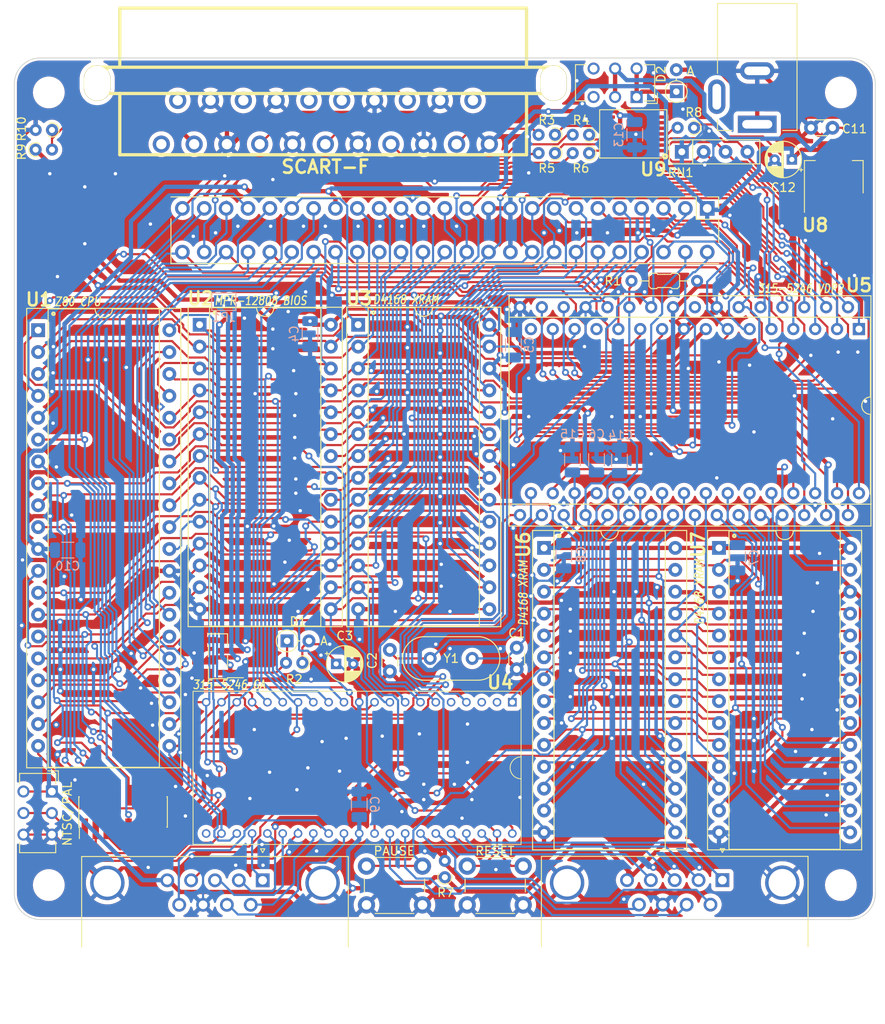
<source format=kicad_pcb>
(kicad_pcb (version 20221018) (generator pcbnew)
  (layers (0 "F.Cu" signal) (1 "In1.Cu" signal) (2 "In2.Cu" signal) (31 "B.Cu" signal) (34 "B.Paste" user) (35 "F.Paste" user) (36 "B.SilkS" user "B.Silkscreen") (37 "F.SilkS" user "F.Silkscreen") (38 "B.Mask" user) (39 "F.Mask" user) (44 "Edge.Cuts" user))
  (net 0 "")
  (net 1 "A11")
  (net 2 "A12")
  (net 3 "A13")
  (net 4 "A14")
  (net 5 "A15")
  (net 6 "~{WR}")
  (net 7 "D4")
  (net 8 "D3")
  (net 9 "D5")
  (net 10 "D6")
  (net 11 "VCC")
  (net 12 "D2")
  (net 13 "D7")
  (net 14 "D0")
  (net 15 "D1")
  (net 16 "~{MREQ}")
  (net 17 "~{RD}")
  (net 18 "/EXM1")
  (net 19 "/EXM2")
  (net 20 "/CE3")
  (net 21 "/count2")
  (net 22 "~{M1}")
  (net 23 "~{IORQ}")
  (net 24 "~{HALT}")
  (net 25 "~{WAIT}")
  (net 26 "~{INT}")
  (net 27 "/KILL GA")
  (net 28 "~{RFSH}")
  (net 29 "GND")
  (net 30 "A0")
  (net 31 "A1")
  (net 32 "A2")
  (net 33 "A3")
  (net 34 "A4")
  (net 35 "A5")
  (net 36 "A7")
  (net 37 "A8")
  (net 38 "A9")
  (net 39 "A10")
  (net 40 "/BUSRQ")
  (net 41 "/BUS ACK")
  (net 42 "~{RESET}")
  (net 43 "/ø")
  (net 44 "/KBSEL")
  (net 45 "/CSRAM")
  (net 46 "~{NMI}")
  (net 47 "Net-(U4-1UP)")
  (net 48 "Net-(U4-1DOWN)")
  (net 49 "Net-(U4-1LEFT)")
  (net 50 "Net-(U4-1RIGHT)")
  (net 51 "Net-(U4-1Tl)")
  (net 52 "Net-(U4-1Th)")
  (net 53 "Net-(U4-1Tr)")
  (net 54 "Net-(U4-2UP)")
  (net 55 "Net-(U4-2DOWN)")
  (net 56 "Net-(U4-2LEFT)")
  (net 58 "Net-(U4-2RIGHT)")
  (net 59 "Net-(U4-2Tl)")
  (net 60 "Net-(U4-2Th)")
  (net 61 "Net-(U4-2Tr)")
  (net 62 "Net-(U5-~{NMI-IN})")
  (net 63 "/CE0")
  (net 64 "/CE1")
  (net 65 "/CE2")
  (net 66 "/CE4")
  (net 67 "Net-(U4-~{HL})")
  (net 68 "Net-(D1-A)")
  (net 69 "Net-(U5-XTAL2)")
  (net 70 "Net-(U5-XTAL1)")
  (net 71 "/vram w1")
  (net 72 "/vram w0")
  (net 73 "/vram oe")
  (net 74 "/vram ce")
  (net 75 "AD12")
  (net 76 "AD7")
  (net 77 "AD6")
  (net 78 "AD5")
  (net 79 "AD4")
  (net 80 "AD3")
  (net 81 "AD2")
  (net 82 "AD1")
  (net 83 "AD0")
  (net 84 "AD10")
  (net 85 "AD11")
  (net 86 "AD9")
  (net 87 "AD8")
  (net 88 "AD13")
  (net 89 "AD14")
  (net 90 "AD15")
  (net 93 "/Bout")
  (net 94 "/Gout")
  (net 96 "/Rout")
  (net 97 "Net-(J4-P16)")
  (net 98 "/Sout")
  (net 105 "A6")
  (net 110 "/R")
  (net 111 "/G")
  (net 112 "/B")
  (net 113 "/SYNC")
  (net 114 "/Video Mode")
  (net 115 "/audio")
  (net 116 "/audio out")
  (net 117 "Net-(U9-CH4_OUT)")
  (net 118 "Net-(U9-CH3_OUT)")
  (net 119 "Net-(U9-CH2_OUT)")
  (net 120 "Net-(U9-CH1_OUT)")
  (net 121 "Net-(U8-VI)")
  (net 122 "Net-(D2-K)")
  (net 123 "Net-(D2-A)")
  (net 124 "Net-(U9-CH4_IN)")
  (footprint "PCM_Resistor_THT_AKL:R_Axial_DIN0204_L3.6mm_D1.6mm_P1.90mm_Vertical" (layer "F.Cu") (at 97.79 38.9128 180)
    (fp_text reference "R3")
    (fp_text value "75Ω" hide)
  )
  (footprint "Button_Switch_THT:SW_CuK_JS202011AQN_DPDT_Angled" (layer "F.Cu") (at 39.355 115.142 -90)
    (fp_text reference "SW4" hide)
    (fp_text value "NTSC/PAL")
  )
  (footprint "Smal:PinHeader_2x25_P2.54mm_Vertical" (layer "F.Cu") (at 115.475 47.455 -90)
    (fp_text reference "J1" hide)
    (fp_text value "Conn_02x25_Odd_Even")
  )
  (footprint "Crystal:Crystal_HC49-U_Vertical" (layer "F.Cu") (at 88.175 99.695 180)
    (fp_text reference "Y1")
    (fp_text value "Crystal_Small")
  )
  (footprint "Diode_THT:D_DO-34_SOD68_P2.54mm_Vertical_AnodeUp" (layer "F.Cu") (at 66.675 97.663)
    (fp_text reference "D1")
    (fp_text value "D")
  )
  (footprint "Smal:QIP-64_W22.86mm_Socket" (layer "F.Cu") (at 133.096 58.928 -90)
    (fp_text reference "U5")
    (fp_text value "315-5246 VDP2")
  )
  (footprint "PCM_Package_DIP_AKL:DIP-28_W15.24mm_Socket" (layer "F.Cu") (at 96.52 86.868)
    (fp_text reference "U6")
    (fp_text value "D4168 XRAM")
  )
  (footprint "Button_Switch_THT:SW_PUSH_6mm_H13mm" (layer "F.Cu") (at 82.4 128.3 180)
    (fp_text reference "SW1" hide)
    (fp_text value "PAUSE")
  )
  (footprint "Capacitor_THT:CP_Radial_D4.0mm_P2.00mm" (layer "F.Cu") (at 72.3712 100.33)
    (fp_text reference "C3")
    (fp_text value "10µF")
  )
  (footprint "Capacitor_THT:CP_Radial_D4.0mm_P2.00mm" (layer "F.Cu") (at 125.3056 41.783 180)
    (fp_text reference "C12")
    (fp_text value "10µF")
  )
  (footprint "PCM_Package_SO_AKL:TSSOP-14_4.4x5mm_P0.65mm" (layer "F.Cu") (at 106.8832 38.8112 180)
    (fp_text reference "U9")
    (fp_text value "THS7374" hide)
  )
  (footprint "Connector_BarrelJack:BarrelJack_Kycon_KLDX-0202-xC_Horizontal" (layer "F.Cu") (at 121.285 37.696 -90)
    (fp_text reference "J5" hide)
    (fp_text value "Barrel_Jack")
  )
  (footprint "PCM_Package_DIP_AKL:DIP-28_W15.24mm_Socket" (layer "F.Cu") (at 56.515 60.96)
    (fp_text reference "U2")
    (fp_text value "MPR-12808 BIOS")
  )
  (footprint "PCM_Resistor_THT_AKL:R_Axial_DIN0204_L3.6mm_D1.6mm_P1.90mm_Vertical" (layer "F.Cu") (at 101.7524 41.0464 180)
    (fp_text reference "R6")
    (fp_text value "75Ω" hide)
  )
  (footprint "PCM_Resistor_THT_AKL:R_Axial_DIN0204_L3.6mm_D1.6mm_P1.90mm_Vertical" (layer "F.Cu") (at 101.7524 38.9128 180)
    (fp_text reference "R4")
    (fp_text value "75Ω" hide)
  )
  (footprint "Capacitor_THT:C_Disc_D3.0mm_W1.6mm_P2.50mm" (layer "F.Cu") (at 78.613 101.199 90)
    (fp_text reference "C2")
    (fp_text value "C_Small")
  )
  (footprint "Button_Switch_THT:SW_CuK_JS202011AQN_DPDT_Angled" (layer "F.Cu") (at 107.275 34.529 180)
    (fp_text reference "SW3" hide)
    (fp_text value "SW_Push_DPDT")
  )
  (footprint "Connector_PinHeader_1.27mm:PinHeader_1x04_P1.27mm_Vertical_SMD_Pin1Left" (layer "F.Cu") (at 58.65 99.441 180)
    (fp_text reference "J6" hide)
    (fp_text value "Conn_01x04")
  )
  (footprint "Package_TO_SOT_SMD:SOT-223-3_TabPin2" (layer "F.Cu") (at 130.175 43.815 90)
    (fp_text reference "U8")
    (fp_text value "AMS1117-5.0" hide)
  )
  (footprint "Resistor_THT:R_Array_SIP4" (layer "F.Cu") (at 112.522 40.894)
    (fp_text reference "RN1")
    (fp_text value "R_Network03")
  )
  (footprint "MountingHole:MountingHole_3.2mm_M3_DIN965" (layer "F.Cu") (at 39 34)
    (fp_text reference "H1" hide)
    (fp_text value "MountingHole")
  )
  (footprint "MountingHole:MountingHole_3.2mm_M3_DIN965" (layer "F.Cu") (at 131 34)
    (fp_text reference "H2" hide)
    (fp_text value "MountingHole")
  )
  (footprint "MountingHole:MountingHole_3.2mm_M3_DIN965" (layer "F.Cu") (at 131 126)
    (fp_text reference "H4" hide)
    (fp_text value "MountingHole")
  )
  (footprint "PCM_Resistor_THT_AKL:R_Axial_DIN0204_L3.6mm_D1.6mm_P1.90mm_Vertical" (layer "F.Cu") (at 97.79 41.0464 180)
    (fp_text reference "R5")
    (fp_text value "75Ω" hide)
  )
  (footprint "PCM_Resistor_THT_AKL:R_Axial_DIN0204_L3.6mm_D1.6mm_P1.90mm_Vertical" (layer "F.Cu") (at 85 125.09 90)
    (fp_text reference "R7")
    (fp_text value "75Ω" hide)
  )
  (footprint "PCM_Package_DIP_AKL:DIP-28_W15.24mm_Socket" (layer "F.Cu") (at 74.93 60.96)
    (fp_text reference "U3")
    (fp_text value "D4168 XRAM")
  )
  (footprint "Smal:SDIP-42" (layer "F.Cu") (at 55.753 103.505 -90)
    (fp_text reference "U4")
    (fp_text value "315-5246 GA")
  )
  (footprint "PCM_Resistor_THT_AKL:R_Axial_DIN0204_L3.6mm_D1.6mm_P1.90mm_Vertical" (layer "F.Cu") (at 113.935 38.1 180)
    (fp_text reference "R8")
    (fp_text value "75Ω" hide)
  )
  (footprint "Video:SCART" (layer "F.Cu") (at 71.12 32.72536 180)
    (fp_text reference "J4" hide)
    (fp_text value "SCART-F")
  )
  (footprint "PCM_Resistor_THT_AKL:R_Axial_DIN0204_L3.6mm_D1.6mm_P1.90mm_Vertical" (layer "F.Cu") (at 39.37 38.354 180)
    (fp_text reference "R10")
    (fp_text value "75Ω" hide)
  )
  (footprint "Capacitor_THT:C_Disc_D3.0mm_W1.6mm_P2.50mm" (layer "F.Cu") (at 93.345 98.445 -90)
    (fp_text reference "C1")
    (fp_text value "C_Small")
  )
  (footprint "Connector_Dsub:DSUB-9_Female_Horizontal_P2.77x2.84mm_EdgePinOffset4.94mm_Housed_MountingHolesOffset7.48mm" (layer "F.Cu") (at 117.24 125.43)
    (fp_text reference "J3" hide)
    (fp_text value "DE9_Plug_MountingHoles")
  )
  (footprint "Connector_Dsub:DSUB-9_Female_Horizontal_P2.77x2.84mm_EdgePinOffset4.94mm_Housed_MountingHolesOffset7.48mm" (layer "F.Cu") (at 63.84 125.45)
    (fp_text reference "J2" hide)
    (fp_text value "DE9_Plug_MountingHoles")
  )
  (footprint "PCM_Resistor_THT_AKL:R_Axial_DIN0204_L3.6mm_D1.6mm_P1.90mm_Vertical" (layer "F.Cu") (at 68.448 100.203 180)
    (fp_text reference "R2")
    (fp_text value "100KΩ" hide)
  )
  (footprint "Button_Switch_THT:SW_PUSH_6mm_H13mm" (layer "F.Cu") (at 87.6 123.8)
    (fp_text reference "SW2" hide)
    (fp_text value "RESET")
  )
  (footprint "Diode_THT:D_DO-34_SOD68_P2.54mm_Vertical_AnodeUp" (layer "F.Cu") (at 111.887 33.909 90)
    (fp_text reference "D2")
    (fp_text value "D")
  )
  (footprint "PCM_Resistor_THT_AKL:R_Axial_DIN0204_L3.6mm_D1.6mm_P1.90mm_Vertical" (layer "F.Cu") (at 37.47 40.64)
    (fp_text reference "R9")
    (fp_text value "75Ω" hide)
  )
  (footprint "PCM_Package_DIP_AKL:DIP-28_W15.24mm_Socket" (layer "F.Cu") (at 116.84 86.868)
    (fp_text reference "U7")
    (fp_text value "D4168 XRAM")
  )
  (footprint "Connector_PinHeader_1.27mm:PinHeader_2x08_P1.27mm_Vertical_SMD" (layer "F.Cu") (at 47.625 117.52 90)
    (fp_text reference "J7" hide)
    (fp_text value "Conn_02x08_Odd_Even")
  )
  (footprint "PCM_Package_DIP_AKL:DIP-40_W15.24mm_Socket" (layer "F.Cu") (at 37.76 61.595)
    (fp_text reference "U1")
    (fp_text value "Z80 CPU")
  )
  (footprint "MountingHole:MountingHole_3.2mm_M3_DIN965" (layer "F.Cu") (at 39 126)
    (fp_text reference "H3" hide)
    (fp_text value "MountingHole")
  )
  (footprint "PCM_Resistor_THT_AKL:R_Axial_DIN0204_L3.6mm_D1.6mm_P7.62mm_Horizontal" (layer "F.Cu") (at 106.68 55.88)
    (fp_text reference "R1")
    (fp_text value "R" hide)
  )
  (footprint "Capacitor_THT:C_Disc_D3.0mm_W1.6mm_P2.50mm" (layer "F.Cu") (at 127.528 38.1)
    (fp_text reference "C11")
    (fp_text value "C_Small")
  )
  (footprint "Jumper:SolderJumper-2_P1.3mm_Bridged_Pad1.0x1.5mm" (layer "B.Cu") (at 59.324 58.293)
    (fp_text reference "JP1")
    (fp_text value "SolderJumper_2_Bridged")
  )
  (footprint "Capacitor_SMD:C_1206_3216Metric" (layer "B.Cu") (at 118.999 88.011 -90)
    (fp_text reference "C7")
    (fp_text value "C_Small")
  )
  (footprint "Capacitor_SMD:C_1206_3216Metric" (layer "B.Cu") (at 98.806 87.757 -90)
    (fp_text reference "C8")
    (fp_text value "C_Small")
  )
  (footprint "Capacitor_SMD:C_1206_3216Metric" (layer "B.Cu") (at 75.057 116.635 90)
    (fp_text reference "C9")
    (fp_text value "C_Small")
  )
  (footprint "Capacitor_SMD:C_1206_3216Metric" (layer "B.Cu") (at 69.342 62.025 -90)
    (fp_text reference "C4")
    (fp_text value "C_Small")
  )
  (footprint "Capacitor_SMD:C_1206_3216Metric" (layer "B.Cu") (at 92.964 63.295 90)
    (fp_text reference "C5")
    (fp_text value "C_Small")
  )
  (footprint "Capacitor_SMD:C_1206_3216Metric" (layer "B.Cu") (at 107.061 38.911 -90)
    (fp_text reference "C13")
    (fp_text value "C_Small")
  )
  (footprint "Capacitor_SMD:C_1206_3216Metric" (layer "B.Cu") (at 41.197 87.122)
    (fp_text reference "C10")
    (fp_text value "C_Small")
  )
  (footprint "Capacitor_SMD:C_1206_3216Metric" (layer "B.Cu") (at 99.822 76.63 90)
    (fp_text reference "C15")
    (fp_text value "C_Small")
  )
  (footprint "Capacitor_SMD:C_1206_3216Metric" (layer "B.Cu") (at 105.283 76.708 90)
    (fp_text reference "C14")
    (fp_text value "C_Small")
  )
  (footprint "Capacitor_SMD:C_1206_3216Metric" (layer "B.Cu") (at 102.616 76.63 90)
    (fp_text reference "C6")
    (fp_text value "C_Small")
  )
  (gr_arc (start 132 30) (mid 134.12132 30.87868) (end 135 33) (stroke (width 0.1)) (layer "Edge.Cuts"))
  (gr_arc (start 35 33) (mid 35.87868 30.87868) (end 38 30) (stroke (width 0.1)) (layer "Edge.Cuts"))
  (gr_line (start 38 130) (end 132 130) (stroke (width 0.1)) (layer "Edge.Cuts"))
  (gr_line (start 35 33) (end 35 127) (stroke (width 0.1)) (layer "Edge.Cuts"))
  (gr_arc (start 38 130) (mid 35.87868 129.12132) (end 35 127) (stroke (width 0.1)) (layer "Edge.Cuts"))
  (gr_line (start 132 30) (end 38 30) (stroke (width 0.1)) (layer "Edge.Cuts"))
  (gr_line (start 135 127) (end 135 33) (stroke (width 0.1)) (layer "Edge.Cuts"))
  (gr_arc (start 135 127) (mid 134.12132 129.12132) (end 132 130) (stroke (width 0.1)) (layer "Edge.Cuts"))
  (segment (start 75.160991 72.3) (end 75.660991 72.8) (width 0.25) (layer "F.Cu") (net 1))
  (segment (start 57.152094 72.390698) (end 55.880698 72.390698) (width 0.25) (layer "F.Cu") (net 1))
  (segment (start 51.925 75.42) (end 44.45 67.945) (width 0.25) (layer "F.Cu") (net 1))
  (segment (start 54.125 74.146396) (end 54.125 74.760991) (width 0.25) (layer "F.Cu") (net 1))
  (segment (start 71.755 73.66) (end 71.247 73.152) (width 0.25) (layer "F.Cu") (net 1))
  (segment (start 36.195 63.16) (end 37.76 61.595) (width 0.25) (layer "F.Cu") (net 1))
  (segment (start 71.755 73.66) (end 73.025 73.66) (width 0.25) (layer "F.Cu") (net 1))
  (segment (start 88.673604 72.8) (end 89.533604 73.66) (width 0.25) (layer "F.Cu") (net 1))
  (segment (start 74.385 72.3) (end 75.160991 72.3) (width 0.25) (layer "F.Cu") (net 1))
  (segment (start 54.125 74.760991) (end 53.465991 75.42) (width 0.25) (layer "F.Cu") (net 1))
  (segment (start 89.533604 73.66) (end 90.17 73.66) (width 0.25) (layer "F.Cu") (net 1))
  (segment (start 57.913396 73.152) (end 57.152094 72.390698) (width 0.25) (layer "F.Cu") (net 1))
  (segment (start 36.195 66.700991) (end 36.195 63.16) (width 0.25) (layer "F.Cu") (net 1))
  (segment (start 55.880698 72.390698) (end 54.125 74.146396) (width 0.25) (layer "F.Cu") (net 1))
  (segment (start 44.45 67.945) (end 37.439009 67.945) (width 0.25) (layer "F.Cu") (net 1))
  (segment (start 75.660991 72.8) (end 88.673604 72.8) (width 0.25) (layer "F.Cu") (net 1))
  (segment (start 53.465991 75.42) (end 51.925 75.42) (width 0.25) (layer "F.Cu") (net 1))
  (segment (start 71.247 73.152) (end 57.913396 73.152) (width 0.25) (layer "F.Cu") (net 1))
  (segment (start 37.439009 67.945) (end 36.195 66.700991) (width 0.25) (layer "F.Cu") (net 1))
  (segment (start 73.025 73.66) (end 74.385 72.3) (width 0.25) (layer "F.Cu") (net 1))
  (segment (start 88.138 60.764613) (end 92.042613 56.86) (width 0.25) (layer "B.Cu") (net 1))
  (segment (start 90.17 73.66) (end 88.138 71.628) (width 0.25) (layer "B.Cu") (net 1))
  (segment (start 92.042613 56.86) (end 100.99 56.86) (width 0.25) (layer "B.Cu") (net 1))
  (segment (start 88.138 71.628) (end 88.138 60.764613) (width 0.25) (layer "B.Cu") (net 1))
  (segment (start 100.99 56.86) (end 105.145 52.705) (width 0.25) (layer "B.Cu") (net 1))
  (segment (start 73.025 64.77) (end 59.055 64.77) (width 0.25) (layer "F.Cu") (net 2))
  (segment (start 74.93 63.5) (end 74.295 63.5) (width 0.25) (layer "F.Cu") (net 2))
  (segment (start 74.295 63.5) (end 73.025 64.77) (width 0.25) (layer "F.Cu") (net 2))
  (segment (start 59.055 64.77) (end 57.785 63.5) (width 0.25) (layer "F.Cu") (net 2))
  (segment (start 54.125 61.129009) (end 53.320991 60.325) (width 0.25) (layer "F.Cu") (net 2))
  (segment (start 57.785 63.5) (end 56.515 63.5) (width 0.25) (layer "F.Cu") (net 2))
  (segment (start 55.88 63.5) (end 54.125 61.745) (width 0.25) (layer "F.Cu") (net 2))
  (segment (start 53.320991 60.325) (end 41.57 60.325) (width 0.25) (layer "F.Cu") (net 2))
  (segment (start 56.515 63.5) (end 55.88 63.5) (width 0.25) (layer "F.Cu") (net 2))
  (segment (start 54.125 61.745) (end 54.125 61.129009) (width 0.25) (layer "F.Cu") (net 2))
  (segment (start 41.57 60.325) (end 37.76 64.135) (width 0.25) (layer "F.Cu") (net 2))
  (segment (start 76.2 48.82) (end 74.835 47.455) (width 0.25) (layer "B.Cu") (net 2))
  (segment (start 76.65 62.126396) (end 76.65 59.249604) (width 0.25) (layer "B.Cu") (net 2))
  (segment (start 74.93 63.5) (end 75.276396 63.5) (width 0.25) (layer "B.Cu") (net 2))
  (segment (start 75.276396 63.5) (end 76.65 62.126396) (width 0.25) (layer "B.Cu") (net 2))
  (segment (start 76.2 58.799604) (end 76.2 48.82) (width 0.25) (layer "B.Cu") (net 2))
  (segment (start 76.65 59.249604) (end 76.2 58.799604) (width 0.25) (layer "B.Cu") (net 2))
  (segment (start 109.03 53.021701) (end 108.203701 53.848) (width 0.25) (layer "F.Cu") (net 3))
  (segment (start 109.03 51.594484) (end 109.03 53.021701) (width 0.25) (layer "F.Cu") (net 3))
  (segment (start 53.320991 62.865) (end 55.225991 64.77) (width 0.25) (layer "F.Cu") (net 3))
  (segment (start 41.57 62.865) (end 53.320991 62.865) (width 0.25) (layer "F.Cu") (net 3))
  (segment (start 108.839608 51.404092) (end 109.03 51.594484) (width 0.25) (layer "F.Cu") (net 3))
  (segment (start 72.729701 51.308) (end 71.12 51.308) (width 0.25) (layer "F.Cu") (net 3))
  (segment (start 73.66 53.021701) (end 73.66 52.238299) (width 0.25) (layer "F.Cu") (net 3))
  (segment (start 55.225991 64.77) (end 57.151396 64.77) (width 0.25) (layer "F.Cu") (net 3))
  (segment (start 37.76 66.675) (end 41.57 62.865) (width 0.25) (layer "F.Cu") (net 3))
  (segment (start 71.247 65.532) (end 71.755 66.04) (width 0.25) (layer "F.Cu") (net 3))
  (segment (start 57.913396 65.532) (end 71.247 65.532) (width 0.25) (layer "F.Cu") (net 3))
  (segment (start 57.151396 64.77) (end 57.913396 65.532) (width 0.25) (layer "F.Cu") (net 3))
  (segment (start 108.203701 53.848) (end 74.486299 53.848) (width 0.25) (layer "F.Cu") (net 3))
  (segment (start 73.66 52.238299) (end 72.729701 51.308) (width 0.25) (layer "F.Cu") (net 3))
  (segment (start 74.486299 53.848) (end 73.66 53.021701) (width 0.25) (layer "F.Cu") (net 3))
  (via (at 71.12 51.308) (size 0.8) (drill 0.4) (layers "F.Cu" "B.Cu") (net 3))
  (via (at 108.839608 51.404092) (size 0.8) (drill 0.4) (layers "F.Cu" "B.Cu") (net 3))
  (segment (start 71.12 54.864) (end 71.12 51.308) (width 0.25) (layer "B.Cu") (net 3))
  (segment (start 108.204 50.768484) (end 108.204 47.804) (width 0.25) (layer "B.Cu") (net 3))
  (segment (start 70.63 55.354) (end 71.12 54.864) (width 0.25) (layer "B.Cu") (net 3))
  (segment (start 108.204 47.804) (end 107.855 47.455) (width 0.25) (layer "B.Cu") (net 3))
  (segment (start 70.63 64.915) (end 71.755 66.04) (width 0.25) (layer "B.Cu") (net 3))
  (segment (start 108.839608 51.404092) (end 108.204 50.768484) (width 0.25) (layer "B.Cu") (net 3))
  (segment (start 70.63 55.354) (end 70.63 64.915) (width 0.25) (layer "B.Cu") (net 3))
  (segment (start 55.39 62.085) (end 57.64 62.085) (width 0.25) (layer "F.Cu") (net 4))
  (segment (start 91.469991 65.749) (end 90.635991 64.915) (width 0.25) (layer "F.Cu") (net 4))
  (segment (start 115.57 64.516) (end 113.081172 64.516) (width 0.25) (layer "F.Cu") (net 4))
  (segment (start 111.822172 65.775) (end 101.478745 65.775) (width 0.25) (layer "F.Cu") (net 4))
  (segment (start 117.856 62.23) (end 115.57 64.516) (width 0.25) (layer "F.Cu") (net 4))
  (segment (start 57.64 62.085) (end 58.3946 62.8396) (width 0.25) (layer "F.Cu") (net 4))
  (segment (start 54.61 61.305) (end 55.39 62.085) (width 0.25) (layer "F.Cu") (net 4))
  (segment (start 100.540745 64.837) (end 93.160305 64.837) (width 0.25) (layer "F.Cu") (net 4))
  (segment (start 89.678604 64.915) (end 87.138604 62.375) (width 0.25) (layer "F.Cu") (net 4))
  (segment (start 87.138604 62.375) (end 72.88 62.375) (width 0.25) (layer "F.Cu") (net 4))
  (segment (start 93.160305 64.837) (end 92.248305 65.749) (width 0.25) (layer "F.Cu") (net 4))
  (segment (start 39.497 57.785) (end 51.417387 57.785) (width 0.25) (layer "F.Cu") (net 4))
  (segment (start 39.116 58.166) (end 39.497 57.785) (width 0.25) (layer "F.Cu") (net 4))
  (segment (start 54.61 60.977613) (end 54.61 61.305) (width 0.25) (layer "F.Cu") (net 4))
  (segment (start 90.635991 64.915) (end 89.678604 64.915) (width 0.25) (layer "F.Cu") (net 4))
  (segment (start 71.0946 62.8396) (end 71.755 63.5) (width 0.25) (layer "F.Cu") (net 4))
  (segment (start 92.248305 65.749) (end 91.469991 65.749) (width 0.25) (layer "F.Cu") (net 4))
  (segment (start 51.417387 57.785) (end 54.61 60.977613) (width 0.25) (layer "F.Cu") (net 4))
  (segment (start 101.478745 65.775) (end 100.540745 64.837) (width 0.25) (layer "F.Cu") (net 4))
  (segment (start 113.081172 64.516) (end 111.822172 65.775) (width 0.25) (layer "F.Cu") (net 4))
  (segment (start 58.3946 62.8396) (end 71.0946 62.8396) (width 0.25) (layer "F.Cu") (net 4))
  (segment (start 72.88 62.375) (end 71.755 63.5) (width 0.25) (layer "F.Cu") (net 4))
  (via (at 39.116 58.166) (size 0.8) (drill 0.4) (layers "F.Cu" "B.Cu") (net 4))
  (segment (start 111.622 51.308) (end 116.332 51.308) (width 0.25) (layer "B.Cu") (net 4))
  (segment (start 117.98835 53.46165) (end 115.461 55.989) (width 0.25) (layer "B.Cu") (net 4))
  (segment (start 39.116 58.166) (end 36.812 60.47) (width 0.25) (layer "B.Cu") (net 4))
  (segment (start 115.461 59.266712) (end 117.662288 61.468) (width 0.25) (layer "B.Cu") (net 4))
  (segment (start 36.635 60.47) (end 36.635 68.09) (width 0.25) (layer "B.Cu") (net 4))
  (segment (start 117.98835 52.96435) (end 117.98835 53.46165) (width 0.25) (layer "B.Cu") (net 4))
  (segment (start 110.395 52.535) (end 111.622 51.308) (width 0.25) (layer "B.Cu") (net 4))
  (segment (start 117.662288 61.468) (end 117.856 61.468) (width 0.25) (layer "B.Cu") (net 4))
  (segment (start 115.461 55.989) (end 115.461 59.266712) (width 0.25) (layer "B.Cu") (net 4))
  (segment (start 116.332 51.308) (end 117.98835 52.96435) (width 0.25) (layer "B.Cu") (net 4))
  (segment (start 36.635 68.09) (end 37.76 69.215) (width 0.25) (layer "B.Cu") (net 4))
  (segment (start 36.812 60.47) (end 36.635 60.47) (width 0.25) (layer "B.Cu") (net 4))
  (segment (start 72.838 56.606) (end 85.687604 56.606) (width 0.25) (layer "F.Cu") (net 5))
  (segment (start 101.346 60.96) (end 101.346 62.550991) (width 0.25) (layer "F.Cu") (net 5))
  (segment (start 50.272573 52.772573) (end 52.85 55.35) (width 0.25) (layer "F.Cu") (net 5))
  (segment (start 101.346 62.550991) (end 102.970009 64.175) (width 0.25) (layer "F.Cu") (net 5))
  (segment (start 85.687604 56.606) (end 86.686688 57.605084) (width 0.25) (layer "F.Cu") (net 5))
  (segment (start 72.312 56.468) (end 72.644 56.8) (width 0.25) (layer "F.Cu") (net 5))
  (segment (start 52.85 55.35) (end 70.575111 55.35) (width 0.25) (layer "F.Cu") (net 5))
  (segment (start 100.221 58.565) (end 100.221 59.835) (width 0.25) (layer "F.Cu") (net 5))
  (segment (start 108.291 64.175) (end 110.236 62.23) (width 0.25) (layer "F.Cu") (net 5))
  (segment (start 88.493519 56.918) (end 98.574 56.918) (width 0.25) (layer "F.Cu") (net 5))
  (segment (start 70.575111 55.35) (end 71.693111 56.468) (width 0.25) (layer "F.Cu") (net 5))
  (segment (start 72.644 56.8) (end 72.838 56.606) (width 0.25) (layer "F.Cu") (net 5))
  (segment (start 86.686688 57.605084) (end 87.806435 57.605084) (width 0.25) (layer "F.Cu") (net 5))
  (segment (start 98.574 56.918) (end 100.221 58.565) (width 0.25) (layer "F.Cu") (net 5))
  (segment (start 102.970009 64.175) (end 108.291 64.175) (width 0.25) (layer "F.Cu") (net 5))
  (segment (start 47.692573 52.772573) (end 50.272573 52.772573) (width 0.25) (layer "F.Cu") (net 5))
  (segment (start 100.221 59.835) (end 101.346 60.96) (width 0.25) (layer "F.Cu") (net 5))
  (segment (start 87.806435 57.605084) (end 88.493519 56.918) (width 0.25) (layer "F.Cu") (net 5))
  (segment (start 71.693111 56.468) (end 72.312 56.468) (width 0.25) (layer "F.Cu") (net 5))
  (via (at 47.692573 52.772573) (size 0.8) (drill 0.4) (layers "F.Cu" "B.Cu") (net 5))
  (via (at 72.644 56.8) (size 0.8) (drill 0.4) (layers "F.Cu" "B.Cu") (net 5))
  (segment (start 47.049427 52.772573) (end 40.252 59.57) (width 0.25) (layer "B.Cu") (net 5))
  (segment (start 40.252 59.57) (end 40.252 69.263) (width 0.25) (layer "B.Cu") (net 5))
  (segment (start 72.644 52.884) (end 72.295 52.535) (width 0.25) (layer "B.Cu") (net 5))
  (segment (start 47.692573 52.772573) (end 47.049427 52.772573) (width 0.25) (layer "B.Cu") (net 5))
  (segment (start 72.644 56.8) (end 72.644 52.884) (width 0.25) (layer "B.Cu") (net 5))
  (segment (start 72.592 52.832) (end 72.295 52.535) (width 0.25) (layer "B.Cu") (net 5))
  (segment (start 40.252 69.263) (end 37.76 71.755) (width 0.25) (layer "B.Cu") (net 5))
  (segment (start 57.538911 111.633) (end 59.182 111.633) (width 0.25) (layer "F.Cu") (net 6))
  (segment (start 53.222604 122.29) (end 45.582 122.29) (width 0.25) (layer "F.Cu") (net 6))
  (segment (start 72.075991 62.23) (end 72.88 61.425991) (width 0.25) (layer "F.Cu") (net 6))
  (segment (start 110.745584 73.435) (end 94.205 73.435) (width 0.25) (layer "F.Cu") (net 6))
  (segment (start 57.19 61.635) (end 57.826396 61.635) (width 0.25) (layer "F.Cu") (net 6))
  (segment (start 126.746 82.55) (end 126.746 76.581) (width 0.25) (layer "F.Cu") (net 6))
  (segment (start 59.182 111.633) (end 59.69 112.141) (width 0.25) (layer "F.Cu") (net 6))
  (segment (start 56.515 60.96) (end 57.19 61.635) (width 0.25) (layer "F.Cu") (net 6))
  (segment (start 53.467 107.315) (end 56.007 104.775) (width 0.25) (layer "F.Cu") (net 6))
  (segment (start 57.4415 111.730411) (end 57.538911 111.633) (width 0.25) (layer "F.Cu") (net 6))
  (segment (start 81.425 59.835) (end 82.5155 60.9255) (width 0.25) (layer "F.Cu") (net 6))
  (segment (start 44.45 121.158) (end 44.45 119.47) (width 0.25) (layer "F.Cu") (net 6))
  (segment (start 59.69 112.141) (end 59.69 115.822604) (width 0.25) (layer "F.Cu") (net 6))
  (segment (start 88.9 63.5) (end 90.17 63.5) (width 0.25) (layer "F.Cu") (net 6))
  (segment (start 72.88 61.425991) (end 72.88 60.869) (width 0.25) (layer "F.Cu") (net 6))
  (segment (start 94.205 73.435) (end 93.345 74.295) (width 0.25) (layer "F.Cu") (net 6))
  (segment (start 73.914 59.835) (end 81.425 59.835) (width 0.25) (layer "F.Cu") (net 6))
  (segment (start 86.3255 60.9255) (end 88.9 63.5) (width 0.25) (layer "F.Cu") (net 6))
  (segment (start 72.88 60.869) (end 73.914 59.835) (width 0.25) (layer "F.Cu") (net 6))
  (segment (start 56.007 104.775) (end 57.277 104.775) (width 0.25) (layer "F.Cu") (net 6))
  (segment (start 57.826396 61.635) (end 58.421396 62.23) (width 0.25) (layer "F.Cu") (net 6))
  (segment (start 112.240584 74.93) (end 110.745584 73.435) (width 0.25) (layer "F.Cu") (net 6))
  (segment (start 58.421396 62.23) (end 72.075991 62.23) (width 0.25) (layer "F.Cu") (net 6))
  (segment (start 125.095 74.93) (end 113.792 74.93) (width 0.25) (layer "F.Cu") (net 6))
  (segment (start 45.582 122.29) (end 44.45 121.158) (width 0.25) (layer "F.Cu") (net 6))
  (segment (start 53 107.315) (end 53.467 107.315) (width 0.25) (layer "F.Cu") (net 6))
  (segment (start 113.792 74.93) (end 112.240584 74.93) (width 0.25) (layer "F.Cu") (net 6))
  (segment (start 82.5155 60.9255) (end 86.3255 60.9255) (width 0.25) (layer "F.Cu") (net 6))
  (segment (start 59.69 115.822604) (end 53.222604 122.29) (width 0.25) (layer "F.Cu") (net 6))
  (segment (start 126.746 76.581) (end 125.095 74.93) (width 0.25) (layer "F.Cu") (net 6))
  (via (at 93.345 74.295) (size 0.8) (drill 0.4) (layers "F.Cu" "B.Cu") (net 6))
  (via (at 113.792 74.93) (size 0.8) (drill 0.4) (layers "F.Cu" "B.Cu") (net 6))
  (via (at 57.4415 111.730411) (size 0.8) (drill 0.4) (layers "F.Cu" "B.Cu") (net 6))
  (segment (start 113.875431 54.855) (end 112.921 55.809431) (width 0.25) (layer "B.Cu") (net 6))
  (segment (start 94.234 64.2449) (end 94.234 65.913) (width 0.25) (layer "B.Cu") (net 6))
  (segment (start 57.64 104.412) (end 57.64 62.085) (width 0.25) (layer "B.Cu") (net 6))
  (segment (start 57.64 62.085) (end 56.515 60.96) (width 0.25) (layer "B.Cu") (net 6))
  (segment (start 57.4415 111.730411) (end 57.277 111.565911) (width 0.25) (layer "B.Cu") (net 6))
  (segment (start 115.475 53.435) (end 114.055 54.855) (width 0.25) (layer "B.Cu") (net 6))
  (segment (start 93.345 66.802) (end 93.345 74.295) (width 0.25) (layer "B.Cu") (net 6))
  (segment (start 57.277 104.775) (end 57.64 104.412) (width 0.25) (layer "B.Cu") (net 6))
  (segment (start 90.17 63.5) (end 93.4891 63.5) (width 0.25) (layer "B.Cu") (net 6))
  (segment (start 114.046 74.676) (end 113.792 74.93) (width 0.25) (layer "B.Cu") (net 6))
  (segment (start 93.4891 63.5) (end 94.234 64.2449) (width 0.25) (layer "B.Cu") (net 6))
  (segment (start 57.277 111.565911) (end 57.277 104.775) (width 0.25) (layer "B.Cu") (net 6))
  (segment (start 94.234 65.913) (end 93.345 66.802) (width 0.25) (layer "B.Cu") (net 6))
  (segment (start 112.921 60.055504) (end 114.046 61.180504) (width 0.25) (layer "B.Cu") (net 6))
  (segment (start 114.046 61.180504) (end 114.046 74.676) (width 0.25) (layer "B.Cu") (net 6))
  (segment (start 115.475 52.535) (end 115.475 53.435) (width 0.25) (layer "B.Cu") (net 6))
  (segment (start 112.921 55.809431) (end 112.921 60.055504) (width 0.25) (layer "B.Cu") (net 6))
  (segment (start 114.055 54.855) (end 113.875431 54.855) (width 0.25) (layer "B.Cu") (net 6))
  (segment (start 76.01 105.6) (end 76.835 104.775) (width 0.25) (layer "F.Cu") (net 7))
  (segment (start 54.176 103.05) (end 73.332 103.05) (width 0.25) (layer "F.Cu") (net 7))
  (segment (start 42.797365 109.474) (end 40.0045 109.474) (width 0.25) (layer "F.Cu") (net 7))
  (segment (start 49.53 104.648) (end 50.528 103.65) (width 0.25) (layer "F.Cu") (net 7))
  (segment (start 117.967396 45.83) (end 120.2 48.062604) (width 0.25) (layer "F.Cu") (net 7))
  (segment (start 123.735078 54.519389) (end 124.235801 54.519389) (width 0.25) (layer "F.Cu") (net 7))
  (segment (start 74.232 105.116727) (end 74.715273 105.6) (width 0.25) (layer "F.Cu") (net 7))
  (segment (start 95.155 47.455) (end 95.664694 47.455) (width 0.25) (layer "F.Cu") (net 7))
  (segment (start 39.9513 104.5764) (end 40.0229 104.648) (width 0.25) (layer "F.Cu") (net 7))
  (segment (start 122.787497 53.571808) (end 123.735078 54.519389) (width 0.25) (layer "F.Cu") (net 7))
  (segment (start 120.2 48.062604) (end 120.2 50.0916) (width 0.25) (layer "F.Cu") (net 7))
  (segment (start 73.914 103.914) (end 74.232 104.232) (width 0.25) (layer "F.Cu") (net 7))
  (segment (start 74.232 104.232) (end 74.232 105.116727) (width 0.25) (layer "F.Cu") (net 7))
  (segment (start 74.295 90.17) (end 87.63 90.17) (width 0.25) (layer "F.Cu") (net 7))
  (segment (start 53.576 103.65) (end 54.176 103.05) (width 0.25) (layer "F.Cu") (net 7))
  (segment (start 95.664694 47.455) (end 97.289694 45.83) (width 0.25) (layer "F.Cu") (net 7))
  (segment (start 122.787497 52.679097) (end 122.787497 53.571808) (width 0.25) (layer "F.Cu") (net 7))
  (segment (start 46.99 115.57) (end 46.99 113.666635) (width 0.25) (layer "F.Cu") (net 7))
  (segment (start 71.755 91.44) (end 73.025 91.44) (width 0.25) (layer "F.Cu") (net 7))
  (segment (start 87.63 90.17) (end 88.9 91.44) (width 0.25) (layer "F.Cu") (net 7))
  (segment (start 73.025 91.44) (end 74.295 90.17) (width 0.25) (layer "F.Cu") (net 7))
  (segment (start 97.289694 45.83) (end 117.967396 45.83) (width 0.25) (layer "F.Cu") (net 7))
  (segment (start 46.99 113.666635) (end 42.797365 109.474) (width 0.25) (layer "F.Cu") (net 7))
  (segment (start 50.528 103.65) (end 53.576 103.65) (width 0.25) (layer "F.Cu") (net 7))
  (segment (start 73.914 103.632) (end 73.914 103.914) (width 0.25) (layer "F.Cu") (net 7))
  (segment (start 40.0229 104.648) (end 49.53 104.648) (width 0.25) (layer "F.Cu") (net 7))
  (segment (start 88.9 91.44) (end 90.17 91.44) (width 0.25) (layer "F.Cu") (net 7))
  (segment (start 73.332 103.05) (end 73.914 103.632) (width 0.25) (layer "F.Cu") (net 7))
  (segment (start 120.2 50.0916) (end 122.787497 52.679097) (width 0.25) (layer "F.Cu") (net 7))
  (segment (start 74.715273 105.6) (end 76.01 105.6) (width 0.25) (layer "F.Cu") (net 7))
  (via (at 73.914 103.632) (size 0.8) (drill 0.4) (layers "F.Cu" "B.Cu") (net 7))
  (via (at 39.9513 104.5764) (size 0.8) (drill 0.4) (layers "F.Cu" "B.Cu") (net 7))
  (via (at 40.0045 109.474) (size 0.8) (drill 0.4) (layers "F.Cu" "B.Cu") (net 7))
  (via (at 124.235801 54.519389) (size 0.8) (drill 0.4) (layers "F.Cu" "B.Cu") (net 7))
  (segment (start 68.072 98.679) (end 68.072 95.377) (width 0.25) (layer "B.Cu") (net 7))
  (segment (start 124.360789 54.519389) (end 128.016 58.1746) (width 0.25) (layer "B.Cu") (net 7))
  (segment (start 95.155 49.952305) (end 95.155 47.455) (width 0.25) (layer "B.Cu") (net 7))
  (segment (start 39.9513 104.5764) (end 39.585 104.2101) (width 0.25) (layer "B.Cu") (net 7))
  (segment (start 95.191701 54.16) (end 96.33 53.021701) (width 0.25) (layer "B.Cu") (net 7))
  (segment (start 40.0045 84.755305) (end 40.0045 79.0795) (width 0.25) (layer "B.Cu") (net 7))
  (segment (start 85.275 59.809237) (end 90.924237 54.16) (width 0.25) (layer "B.Cu") (net 7))
  (segment (start 90.924237 54.16) (end 95.191701 54.16) (width 0.25) (layer "B.Cu") (net 7))
  (segment (start 40.0045 79.0795) (end 37.76 76.835) (width 0.25) (layer "B.Cu") (net 7))
  (segment (start 40.618 108.8605) (end 40.0045 109.474) (width 0.25) (layer "B.Cu") (net 7))
  (segment (start 40.64 85.390805) (end 40.0045 84.755305) (width 0.25) (layer "B.Cu") (net 7))
  (segment (start 40.618 105.2431) (end 40.618 108.8605) (width 0.25) (layer "B.Cu") (net 7))
  (segment (start 39.585 104.2101) (end 39.585 89.337195) (width 0.25) (layer "B.Cu") (net 7))
  (segment (start 128.016 58.1746) (end 128.016 61.468) (width 0.25) (layer "B.Cu") (net 7))
  (segment (start 73.914 103.632) (end 73.896097 103.632) (width 0.25) (layer "B.Cu") (net 7))
  (segment (start 96.33 53.021701) (end 96.33 51.127305) (width 0.25) (layer "B.Cu") (net 7))
  (segment (start 73.896097 103.632) (end 69.070097 98.806) (width 0.25) (layer "B.Cu") (net 7))
  (segment (start 124.235801 54.519389) (end 124.360789 54.519389) (width 0.25) (layer "B.Cu") (net 7))
  (segment (start 68.199 98.806) (end 68.072 98.679) (width 0.25) (layer "B.Cu") (net 7))
  (segment (start 69.070097 98.806) (end 68.199 98.806) (width 0.25) (layer "B.Cu") (net 7))
  (segment (start 39.9513 104.5764) (end 40.618 105.2431) (width 0.25) (layer "B.Cu") (net 7))
  (segment (start 39.585 89.337195) (end 40.64 88.282195) (width 0.25) (layer "B.Cu") (net 7))
  (segment (start 71.755 91.694) (end 71.755 91.44) (width 0.25) (layer "B.Cu") (net 7))
  (segment (start 96.33 51.127305) (end 95.155 49.952305) (width 0.25) (layer "B.Cu") (net 7))
  (segment (start 90.17 91.44) (end 85.275 86.545) (width 0.25) (layer "B.Cu") (net 7))
  (segment (start 85.275 86.545) (end 85.275 59.809237) (width 0.25) (layer "B.Cu") (net 7))
  (segment (start 68.072 95.377) (end 71.755 91.694) (width 0.25) (layer "B.Cu") (net 7))
  (segment (start 40.64 88.282195) (end 40.64 85.390805) (width 0.25) (layer "B.Cu") (net 7))
  (segment (start 120.65 49.905204) (end 120.65 47.876208) (width 0.25) (layer "F.Cu") (net 8))
  (segment (start 118.153792 45.38) (end 96.715096 45.38) (width 0.25) (layer "F.Cu") (net 8))
  (segment (start 55.39 75.734009) (end 56.049009 75.075) (width 0.25) (layer "F.Cu") (net 8))
  (segment (start 68.58 75.565) (end 69.215 76.2) (width 0.25) (layer "F.Cu") (net 8))
  (segment (start 50.165 79.375) (end 51.435 78.105) (width 0.25) (layer "F.Cu") (net 8))
  (segment (start 55.39 76.688604) (end 55.39 75.734009) (width 0.25) (layer "F.Cu") (net 8))
  (segment (start 87.63 92.71) (end 81.915 92.71) (width 0.25) (layer "F.Cu") (net 8))
  (segment (start 48.26 115.57) (end 48.26 113.538) (width 0.25) (layer "F.Cu") (net 8))
  (segment (start 96.121096 45.974) (end 94.488 45.974) (width 0.25) (layer "F.Cu") (net 8))
  (segment (start 88.9 93.98) (end 87.63 92.71) (width 0.25) (layer "F.Cu") (net 8))
  (segment (start 123.512497 53.271503) (end 123.512497 52.767701) (width 0.25) (layer "F.Cu") (net 8))
  (segment (start 90.17 93.98) (end 88.9 93.98) (width 0.25) (layer "F.Cu") (net 8))
  (segment (start 56.049009 75.075) (end 57.296396 75.075) (width 0.25) (layer "F.Cu") (net 8))
  (segment (start 57.786396 75.565) (end 68.58 75.565) (width 0.25) (layer "F.Cu") (net 8))
  (segment (start 48.26 113.538) (end 43.942 109.22) (width 0.25) (layer "F.Cu") (net 8))
  (segment (start 53.973604 78.105) (end 55.39 76.688604) (width 0.25) (layer "F.Cu") (net 8))
  (segment (start 120.65 47.876208) (end 118.153792 45.38) (width 0.25) (layer "F.Cu") (net 8))
  (segment (start 123.512497 52.767701) (end 120.65 49.905204) (width 0.25) (layer "F.Cu") (net 8))
  (segment (start 73.025 93.98) (end 71.755 93.98) (width 0.25) (layer "F.Cu") (net 8))
  (segment (start 74.295 92.71) (end 73.025 93.98) (width 0.25) (layer "F.Cu") (net 8))
  (segment (start 96.715096 45.38) (end 96.121096 45.974) (width 0.25) (layer "F.Cu") (net 8))
  (segment (start 51.435 78.105) (end 53.973604 78.105) (width 0.25) (layer "F.Cu") (net 8))
  (segment (start 94.488 45.974) (end 93.98 46.482) (width 0.25) (layer "F.Cu") (net 8))
  (segment (start 81.915 92.71) (end 74.295 92.71) (width 0.25) (layer "F.Cu") (net 8))
  (segment (start 57.296396 75.075) (end 57.786396 75.565) (width 0.25) (layer "F.Cu") (net 8))
  (segment (start 37.76 79.375) (end 50.165 79.375) (width 0.25) (layer "F.Cu") (net 8))
  (via (at 43.942 109.22) (size 0.8) (drill 0.4) (layers "F.Cu" "B.Cu") (net 8))
  (via (at 93.98 46.482) (size 0.8) (drill 0.4) (layers "F.Cu" "B.Cu") (net 8))
  (via (at 41.148 79.375) (size 0.8) (drill 0.4) (layers "F.Cu" "B.Cu") (net 8))
  (via (at 123.512497 53.271503) (size 0.8) (drill 0.4) (layers "F.Cu" "B.Cu") (net 8))
  (via (at 69.215 76.2) (size 0.8) (drill 0.4) (layers "F.Cu" "B.Cu") (net 8))
  (via (at 81.915 92.71) (size 0.8) (drill 0.4) (layers "F.Cu" "B.Cu") (net 8))
  (segment (start 69.215 76.2) (end 70.485 77.47) (width 0.25) (layer "B.Cu") (net 8))
  (segment (start 95.155 52.535) (end 95.345 52.725) (width 0.25) (layer "B.Cu") (net 8))
  (segment (start 81.915 92.71) (end 81.915 84.201) (width 0.25) (layer "B.Cu") (net 8))
  (segment (start 42.797604 79.502) (end 43.862 80.566396) (width 0.25) (layer "B.Cu") (net 8))
  (segment (start 93.98 46.482) (end 93.98 51.36) (width 0.25) (layer "B.Cu") (net 8))
  (segment (start 42.455 107.733) (end 43.942 109.22) (width 0.25) (layer "B.Cu") (net 8))
  (segment (start 123.512497 53.271503) (end 124.012513 53.271503) (width 0.25) (layer "B.Cu") (net 8))
  (segment (start 41.275 79.502) (end 42.797604 79.502) (width 0.25) (layer "B.Cu") (net 8))
  (segment (start 41.148 79.375) (end 41.275 79.502) (width 0.25) (layer "B.Cu") (net 8))
  (segment (start 83.265 59.298434) (end 86.883433 55.68) (width 0.25) (layer "B.Cu") (net 8))
  (segment (start 75.2962 99.674052) (end 75.2962 102.069473) (width 0.25) (layer "B.Cu") (net 8))
  (segment (start 86.883433 55.68) (end 87.832792 55.68) (width 0.25) (layer "B.Cu") (net 8))
  (segment (start 73.348 78.428) (end 73.348 92.387) (width 0.25) (layer "B.Cu") (net 8))
  (segment (start 43.862 80.566396) (end 43.862 92.8916) (width 0.25) (layer "B.Cu") (net 8))
  (segment (start 70.485 77.47) (end 72.39 77.47) (width 0.25) (layer "B.Cu") (net 8))
  (segment (start 73.348 92.387) (end 71.755 93.98) (width 0.25) (layer "B.Cu") (net 8))
  (segment (start 93.98 53.71) (end 95.155 52.535) (width 0.25) (layer "B.Cu") (net 8))
  (segment (start 71.755 96.366201) (end 74.1814 98.7926) (width 0.25) (layer "B.Cu") (net 8))
  (segment (start 81.915 84.201) (end 83.265 82.851) (width 0.25) (layer "B.Cu") (net 8))
  (segment (start 129.286 58.54499) (end 129.286 58.928) (width 0.25) (layer "B.Cu") (net 8))
  (segment (start 42.455 94.2986) (end 42.455 107.733) (width 0.25) (layer "B.Cu") (net 8))
  (segment (start 71.755 93.98) (end 71.755 96.366201) (width 0.25) (layer "B.Cu") (net 8))
  (segment (start 72.39 77.47) (end 73.348 78.428) (width 0.25) (layer "B.Cu") (net 8))
  (segment (start 93.98 46.482) (end 94.275848 46.186152) (width 0.25) (layer "B.Cu") (net 8))
  (segment (start 43.862 92.8916) (end 42.455 94.2986) (width 0.25) (layer "B.Cu") (net 8))
  (segment (start 75.2962 102.069473) (end 78.001727 104.775) (width 0.25) (layer "B.Cu") (net 8))
  (segment (start 78.001727 104.775) (end 78.613 104.775) (width 0.25) (layer "B.Cu") (net 8))
  (segment (start 93.98 51.36) (end 95.155 52.535) (width 0.25) (layer "B.Cu") (net 8))
  (segment (start 89.802792 53.71) (end 93.98 53.71) (width 0.25) (layer "B.Cu") (net 8))
  (segment (start 87.832792 55.68) (end 89.802792 53.71) (width 0.25) (layer "B.Cu") (net 8))
  (segment (start 83.265 82.851) (end 83.265 59.298434) (width 0.25) (layer "B.Cu") (net 8))
  (segment (start 74.414748 98.7926) (end 75.2962 99.674052) (width 0.25) (layer "B.Cu") (net 8))
  (segment (start 74.1814 98.7926) (end 74.414748 98.7926) (width 0.25) (layer "B.Cu") (net 8))
  (segment (start 124.012513 53.271503) (end 129.286 58.54499) (width 0.25) (layer "B.Cu") (net 8))
  (segment (start 59.0895 79.709695) (end 59.0895 79.756) (width 0.25) (layer "F.Cu") (net 9))
  (segment (start 99.420716 46.28) (end 98.964716 46.736) (width 0.25) (layer "F.Cu") (net 9))
  (segment (start 58.650991 79.285) (end 58.664805 79.285) (width 0.25) (layer "F.Cu") (net 9))
  (segment (start 123.6605 55.372) (end 123.6605 54.969393) (width 0.25) (layer "F.Cu") (net 9))
  (segment (start 40.7295 80.772) (end 40.8565 80.645) (width 0.25) (layer "F.Cu") (net 9))
  (segment (start 117.781 46.28) (end 99.420716 46.28) (width 0.25) (layer "F.Cu") (net 9))
  (segment (start 71.755 88.9) (end 73.025 88.9) (width 0.25) (layer "F.Cu") (net 9))
  (segment (start 123.6605 54.969393) (end 123.660496 54.969389) (width 0.25) (layer "F.Cu") (net 9))
  (segment (start 123.548682 54.969389) (end 122.337497 53.758204) (width 0.25) (layer "F.Cu") (net 9))
  (segment (start 74.295 87.63) (end 87.63 87.63) (width 0.25) (layer "F.Cu") (net 9))
  (segment (start 45.72 113.42194) (end 42.972424 110.674364) (width 0.25) (layer "F.Cu") (net 9))
  (segment (start 55.39 78.274009) (end 56.049009 77.615) (width 0.25) (layer "F.Cu") (net 9))
  (segment (start 53.320991 80.645) (end 55.39 78.575991) (width 0.25) (layer "F.Cu") (net 9))
  (segment (start 55.39 78.575991) (end 55.39 78.274009) (width 0.25) (layer "F.Cu") (net 9))
  (segment (start 56.980991 77.615) (end 58.650991 79.285) (width 0.25) (layer "F.Cu") (net 9))
  (segment (start 40.8565 80.645) (end 53.320991 80.645) (width 0.25) (layer "F.Cu") (net 9))
  (segment (start 38.903 80.772) (end 37.76 81.915) (width 0.25) (layer "F.Cu") (net 9))
  (segment (start 58.664805 79.285) (end 59.0895 79.709695) (width 0.25) (layer "F.Cu") (net 9))
  (segment (start 45.72 115.57) (end 45.72 113.42194) (width 0.25) (layer "F.Cu") (net 9))
  (segment (start 59.0895 79.756) (end 69.85 79.756) (width 0.25) (layer "F.Cu") (net 9))
  (segment (start 40.7295 80.772) (end 38.903 80.772) (width 0.25) (layer "F.Cu") (net 9))
  (segment (start 119.75 48.249) (end 117.781 46.28) (width 0.25) (layer "F.Cu") (net 9))
  (segment (start 123.660496 54.969389) (end 123.548682 54.969389) (width 0.25) (layer "F.Cu") (net 9))
  (segment (start 87.63 87.63) (end 88.9 88.9) (width 0.25) (layer "F.Cu") (net 9))
  (segment (start 122.337497 52.865493) (end 119.75 50.277996) (width 0.25) (layer "F.Cu") (net 9))
  (segment (start 88.9 88.9) (end 90.17 88.9) (width 0.25) (layer "F.Cu") (net 9))
  (segment (start 122.337497 53.758204) (end 122.337497 52.865493) (width 0.25) (layer "F.Cu") (net 9))
  (segment (start 73.025 88.9) (end 74.295 87.63) (width 0.25) (layer "F.Cu") (net 9))
  (segment (start 119.75 50.277996) (end 119.75 48.249) (width 0.25) (layer "F.Cu") (net 9))
  (segment (start 56.049009 77.615) (end 56.980991 77.615) (width 0.25) (layer "F.Cu") (net 9))
  (via (at 40.7295 80.772) (size 0.8) (drill 0.4) (layers "F.Cu" "B.Cu") (net 9))
  (via (at 42.972424 110.674364) (size 0.8) (drill 0.4) (layers "F.Cu" "B.Cu") (net 9))
  (via (at 69.85 79.756) (size 0.8) (drill 0.4) (layers "F.Cu" "B.Cu") (net 9))
  (via (at 123.6605 55.372) (size 0.8) (drill 0.4) (layers "F.Cu" "B.Cu") (net 9))
  (via (at 98.964716 46.736) (size 0.8) (drill 0.4) (layers "F.Cu" "B.Cu") (net 9))
  (segment (start 90.17 88.9) (end 89.027 88.9) (width 0.25) (layer "B.Cu") (net 9))
  (segment (start 126.746 57.658) (end 126.746 58.928) (width 0.25) (layer "B.Cu") (net 9))
  (segment (start 91.110633 54.61) (end 95.62 54.61) (width 0.25) (layer "B.Cu") (net 9))
  (segment (start 72.898 80.518) (end 72.898 87.757) (width 0.25) (layer "B.Cu") (net 9))
  (segment (start 97.695 50.441695) (end 97.695 52.535) (width 0.25) (layer "B.Cu") (net 9))
  (segment (start 85.725 59.995633) (end 91.110633 54.61) (width 0.25) (layer "B.Cu") (net 9))
  (segment (start 96.52 46.968299) (end 96.52 49.266695) (width 0.25) (layer "B.Cu") (net 9))
  (segment (start 70.104 80.01) (end 72.39 80.01) (width 0.25) (layer "B.Cu") (net 9))
  (segment (start 123.6605 55.372) (end 124.46 55.372) (width 0.25) (layer "B.Cu") (net 9))
  (segment (start 72.898 87.757) (end 71.755 88.9) (width 0.25) (layer "B.Cu") (net 9))
  (segment (start 97.208299 46.28) (end 96.52 46.968299) (width 0.25) (layer "B.Cu") (net 9))
  (segment (start 72.39 80.01) (end 72.898 80.518) (width 0.25) (layer "B.Cu") (net 9))
  (segment (start 65.485 100.913812) (end 67.621188 103.05) (width 0.25) (layer "B.Cu") (net 9))
  (segment (start 71.755 88.9) (end 69.977 88.9) (width 0.25) (layer "B.Cu") (net 9))
  (segment (start 40.64 80.8615) (end 40.64 83.312) (width 0.25) (layer "B.Cu") (net 9))
  (segment (start 40.64 83.312) (end 41.54 84.212) (width 0.25) (layer "B.Cu") (net 9))
  (segment (start 41.54 84.212) (end 41.54 89.163604) (width 0.25) (layer "B.Cu") (net 9))
  (segment (start 69.977 88.9) (end 65.485 93.392) (width 0.25) (layer "B.Cu") (net 9))
  (segment (start 41.54 89.163604) (end 41.968 89.591604) (width 0.25) (layer "B.Cu") (net 9))
  (segment (start 69.85 79.756) (end 70.104 80.01) (width 0.25) (layer "B.Cu") (net 9))
  (segment (start 71.554 103.05) (end 73.279 104.775) (width 0.25) (layer "B.Cu") (net 9))
  (segment (start 85.725 85.598) (end 85.725 59.995633) (width 0.25) (layer "B.Cu") (net 9))
  (segment (start 67.621188 103.05) (end 71.554 103.05) (width 0.25) (layer "B.Cu") (net 9))
  (segment (start 95.62 54.61) (end 97.695 52.535) (width 0.25) (layer "B.Cu") (net 9))
  (segment (start 124.46 55.372) (end 126.746 57.658) (width 0.25) (layer "B.Cu") (net 9))
  (segment (start 41.968 109.66994) (end 42.972424 110.674364) (width 0.25) (layer "B.Cu") (net 9))
  (segment (start 96.52 49.266695) (end 97.695 50.441695) (width 0.25) (layer "B.Cu") (net 9))
  (segment (start 41.968 89.591604) (end 41.968 109.66994) (width 0.25) (layer "B.Cu") (net 9))
  (segment (start 89.027 88.9) (end 85.725 85.598) (width 0.25) (layer "B.Cu") (net 9))
  (segment (start 98.508716 46.28) (end 97.208299 46.28) (width 0.25) (layer "B.Cu") (net 9))
  (segment (start 65.485 93.392) (end 65.485 100.913812) (width 0.25) (layer "B.Cu") (net 9))
  (segment (start 98.964716 46.736) (end 98.508716 46.28) (width 0.25) (layer "B.Cu") (net 9))
  (segment (start 40.7295 80.772) (end 40.64 80.8615) (width 0.25) (layer "B.Cu") (net 9))
  (segment (start 44.45 113.538) (end 42.418 111.506) (width 0.25) (layer "F.Cu") (net 10))
  (segment (start 110.747208 49.08) (end 99.32 49.08) (width 0.25) (layer "F.Cu") (net 10))
  (segment (start 66.4972 83.566) (end 66.3448 83.4136) (width 0.25) (layer "F.Cu") (net 10))
  (segment (start 123.996304 56.885) (end 121.783396 56.885) (width 0.25) (layer "F.Cu") (net 10))
  (segment (start 118.465 53.566604) (end 118.465 51.98) (width 0.25) (layer "F.Cu") (net 10))
  (segment (start 90.17 86.36) (end 88.9 86.36) (width 0.25) (layer "F.Cu") (net 10))
  (segment (start 74.295 85.09) (end 73.025 86.36) (width 0.25) (layer "F.Cu") (net 10))
  (segment (start 58.6486 83.4136) (end 57.93 82.695) (width 0.25) (layer "F.Cu") (net 10))
  (segment (start 99.32 49.08) (end 97.695 47.455) (width 0.25) (layer "F.Cu") (net 10))
  (segment (start 88.9 86.36) (end 87.63 85.09) (width 0.25) (layer "F.Cu") (net 10))
  (segment (start 116.269 49.784) (end 111.451208 49.784) (width 0.25) (layer "F.Cu") (net 10))
  (segment (start 55.559009 83.185) (end 51.435 83.185) (width 0.25) (layer "F.Cu") (net 10))
  (segment (start 56.049009 82.695) (end 55.559009 83.185) (width 0.25) (layer "F.Cu") (net 10))
  (segment (start 66.3448 83.4136) (end 58.6486 83.4136) (width 0.25) (layer "F.Cu") (net 10))
  (segment (start 44.45 115.57) (end 44.45 113.538) (width 0.25) (layer "F.Cu") (net 10))
  (segment (start 73.025 86.36) (end 71.755 86.36) (width 0.25) (layer "F.Cu") (net 10))
  (segment (start 51.435 83.185) (end 50.165 84.455) (width 0.25) (layer "F.Cu") (net 10))
  (segment (start 57.93 82.695) (end 56.049009 82.695) (width 0.25) (layer "F.Cu") (net 10))
  (segment (start 111.451208 49.784) (end 110.747208 49.08) (width 0.25) (layer "F.Cu") (net 10))
  (segment (start 121.783396 56.885) (end 118.465 53.566604) (width 0.25) (layer "F.Cu") (net 10))
  (segment (start 50.165 84.455) (end 37.76 84.455) (width 0.25) (layer "F.Cu") (net 10))
  (segment (start 118.465 51.98) (end 116.269 49.784) (width 0.25) (layer "F.Cu") (net 10))
  (segment (start 124.991702 57.880398) (end 123.996304 56.885) (width 0.25) (layer "F.Cu") (net 10))
  (segment (start 87.63 85.09) (end 74.295 85.09) (width 0.25) (layer "F.Cu") (net 10))
  (via (at 66.4972 83.566) (size 0.8) (drill 0.4) (layers "F.Cu" "B.Cu") (net 10))
  (via (at 42.418 111.506) (size 0.8) (drill 0.4) (layers "F.Cu" "B.Cu") (net 10))
  (via (at 124.991702 57.880398) (size 0.8) (drill 0.4) (layers "F.Cu" "B.Cu") (net 10))
  (via (at 40.7295 84.455) (size 0.8) (drill 0.4) (layers "F.Cu" "B.Cu") (net 10))
  (segment (start 97.695 47.455) (end 99.06 48.82) (width 0.25) (layer "B.Cu") (net 10))
  (segment (start 65.035 101.100208) (end 65.035 93.08) (width 0.25) (layer "B.Cu") (net 10))
  (segment (start 65.035 93.08) (end 71.755 86.36) (width 0.25) (layer "B.Cu") (net 10))
  (segment (start 97.018396 53.848) (end 95.806396 55.06) (width 0.25) (layer "B.Cu") (net 10))
  (segment (start 91.297029 55.06) (end 86.175 60.182029) (width 0.25) (layer "B.Cu") (net 10))
  (segment (start 86.175 83.635) (end 88.9 86.36) (width 0.25) (layer "B.Cu") (net 10))
  (segment (start 42.418 111.145245) (end 41.518 110.245245) (width 0.25) (layer "B.Cu") (net 10))
  (segment (start 41.518 89.778) (end 41.09 89.35) (width 0.25) (layer "B.Cu") (net 10))
  (segment (start 66.4972 83.566) (end 69.097305 83.566) (width 0.25) (layer "B.Cu") (net 10))
  (segment (start 125.476 58.364696) (end 125.476 61.468) (width 0.25) (layer "B.Cu") (net 10))
  (segment (start 99.06 54.366701) (end 98.541299 53.848) (width 0.25) (layer "B.Cu") (net 10))
  (segment (start 71.501 104.775) (end 70.226 103.5) (width 0.25) (layer "B.Cu") (net 10))
  (segment (start 124.991702 57.880398) (end 125.476 58.364696) (width 0.25) (layer "B.Cu") (net 10))
  (segment (start 98.541299 53.848) (end 97.018396 53.848) (width 0.25) (layer "B.Cu") (net 10))
  (segment (start 71.755 86.223695) (end 71.755 86.36) (width 0.25) (layer "B.Cu") (net 10))
  (segment (start 95.806396 55.06) (end 91.297029 55.06) (width 0.25) (layer "B.Cu") (net 10))
  (segment (start 69.097305 83.566) (end 71.755 86.223695) (width 0.25) (layer "B.Cu") (net 10))
  (segment (start 99.06 48.82) (end 99.06 54.366701) (width 0.25) (layer "B.Cu") (net 10))
  (segment (start 70.226 103.5) (end 67.434792 103.5) (width 0.25) (layer "B.Cu") (net 10))
  (segment (start 42.418 111.506) (end 42.418 111.145245) (width 0.25) (layer "B.Cu") (net 10))
  (segment (start 67.434792 103.5) (end 65.035 101.100208) (width 0.25) (layer "B.Cu") (net 10))
  (segment (start 41.518 110.245245) (end 41.518 89.778) (width 0.25) (layer "B.Cu") (net 10))
  (segment (start 88.9 86.36) (end 90.17 86.36) (width 0.25) (layer "B.Cu") (net 10))
  (segment (start 97.79 48.016701) (end 97.79 46.896941) (width 0.25) (layer "B.Cu") (net 10))
  (segment (start 41.09 84.8155) (end 40.7295 84.455) (width 0.25) (layer "B.Cu") (net 10))
  (segment (start 97.79 46.896941) (end 97.83191 46.855031) (width 0.25) (layer "B.Cu") (net 10))
  (segment (start 86.175 60.182029) (end 86.175 83.635) (width 0.25) (layer "B.Cu") (net 10))
  (segment (start 41.09 89.35) (end 41.09 84.8155) (width 0.25) (layer "B.Cu") (net 10))
  (segment (start 41.568 42.584) (end 39.414 42.584) (width 0.5) (layer "F.Cu") (net 11))
  (segment (start 130.83 87.61) (end 131.572 86.868) (width 0.5) (layer "F.Cu") (net 11))
  (segment (start 73.644 59.071) (end 88.281 59.071) (width 0.5) (layer "F.Cu") (net 11))
  (segment (start 114.3 56.515) (end 111.506 59.309) (width 0.5) (layer "F.Cu") (net 11))
  (segment (start 105.3592 37.690788) (end 105.3592 36.681612) (width 0.5) (layer "F.Cu") (net 11))
  (segment (start 92.516 70.552) (end 91.948 71.12) (width 0.5) (layer "F.Cu") (net 11))
  (segment (start 132.08 91.44) (end 130.83 90.19) (width 0.5) (layer "F.Cu") (net 11))
  (segment (start 123.377 71.053) (end 129.54 77.216) (width 0.5) (layer "F.Cu") (net 11))
  (segment (start 102.279588 70.552) (end 111.1545 70.552) (width 0.5) (layer "F.Cu") (net 11))
  (segment (start 63.246 59.26) (end 59.944 59.26) (width 0.5) (layer "F.Cu") (net 11))
  (segment (start 76.2 126.365) (end 76.835 125.73) (width 0.5) (layer "F.Cu") (net 11))
  (segment (start 76.2 126.365) (end 74.295 126.365) (width 0.5) (layer "F.Cu") (net 11))
  (segment (start 106.299 124.333) (end 106.813 124.847) (width 0.5) (layer "F.Cu") (net 11))
  (segment (start 68.9 128.4) (end 72.26 128.4) (width 0.5) (layer "F.Cu") (net 11))
  (segment (start 91.42 64.496) (end 91.42 62.21) (width 0.5) (layer "F.Cu") (net 11))
  (segment (start 104.0207 38.1612) (end 104.888788 38.1612) (width 0.5) (layer "F.Cu") (net 11))
  (segment (start 58.8145 60.96) (end 59.944 59.8305) (width 0.5) (layer "F.Cu") (net 11))
  (segment (start 83.185 125.73) (end 83.825 125.09) (width 0.5) (layer "F.Cu") (net 11))
  (segment (start 52.89 125.43) (end 54.26 126.8) (width 0.5) (layer "F.Cu") (net 11))
  (segment (start 85.02 125.22) (end 85 125.2) (width 0.5) (layer "F.Cu") (net 11))
  (segment (start 76.835 125.73) (end 83.185 125.73) (width 0.5) (layer "F.Cu") (net 11))
  (segment (start 64.536 60.55) (end 63.246 59.26) (width 0.5) (layer "F.Cu") (net 11))
  (segment (start 67.3 126.8) (end 68.9 128.4) (width 0.5) (layer "F.Cu") (net 11))
  (segment (start 94.46195 126.746) (end 99.989067 121.218883) (width 0.5) (layer "F.Cu") (net 11))
  (segment (start 100.096 84.079) (end 100.096 82.276) (width 0.5) (layer "F.Cu") (net 11))
  (segment (start 111.506 59.309) (end 111.506 59.69) (width 0.5) (layer "F.Cu") (net 11))
  (segment (start 117.631197 57.628804) (end 116.517393 56.515) (width 0.5) (layer "F.Cu") (net 11))
  (segment (start 53.705559 59.26) (end 59.944 59.26) (width 0.5) (layer "F.Cu") (net 11))
  (segment (start 61.722 44.958) (end 62.23 45.466) (width 0.5) (layer "F.Cu") (net 11))
  (segment (start 66.675 97.663) (end 66.675 100.076) (width 0.25) (layer "F.Cu") (net 11))
  (segment (start 103.184883 121.218883) (end 106.299 124.333) (width 0.5) (layer "F.Cu") (net 11))
  (segment (start 106.299 124.333) (end 106.299 125.361) (width 0.5) (layer "F.Cu") (net 11))
  (segment (start 66.675 100.076) (end 66.548 100.203) (width 0.25) (layer "F.Cu") (net 11))
  (segment (start 106.813 124.847) (end 110.248 121.412) (width 0.5) (layer "F.Cu") (net 11))
  (segment (start 106.23 125.43) (end 106.813 124.847) (width 0.5) (layer "F.Cu") (net 11))
  (segment (start 116.517393 56.515) (end 114.3 56.515) (width 0.5) (layer "F.Cu") (net 11))
  (segment (start 44.704 56.388) (end 44.991261 56.675261) (width 0.5) (layer "F.Cu") (net 11))
  (segment (start 97.0788 36.1696) (end 97.028 36.2204) (width 0.5) (layer "F.Cu") (net 11))
  (segment (start 41.91 53.594) (end 41.91 42.926) (width 0.5) (layer "F.Cu") (net 11))
  (segment (start 62.23 45.466) (end 71.501 45.466) (width 0.5) (layer "F.Cu") (net 11))
  (segment (start 130.83 90.19) (end 130.83 87.61) (width 0.5) (layer "F.Cu") (net 11))
  (segment (start 41.91 42.926) (end 41.568 42.584) (width 0.5) (layer "F.Cu") (net 11))
  (segment (start 60.071 101.2955) (end 60.023 101.2955) (width 0.5) (layer "F.Cu") (net 11))
  (segment (start 100.905 70.552) (end 92.516 70.552) (width 0.5) (layer "F.Cu") (net 11))
  (segment (start 111.6555 71.053) (end 123.377 71.053) (width 0.5) (layer "F.Cu") (net 11))
  (segment (start 71.755 60.96) (end 69.752 60.96) (width 0.5) (layer "F.Cu") (net 11))
  (segment (start 114.367 92.015) (end 115.55 93.198) (width 0.5) (layer "F.Cu") (net 11))
  (segment (start 111.755 91.44) (end 112.33 92.015) (width 0.5) (layer "F.Cu") (net 11))
  (segment (start 88.281 59.071) (end 90.17 60.96) (width 0.5) (layer "F.Cu") (net 11))
  (segment (start 60.023 101.346) (end 65.405 101.346) (width 0.25) (layer "F.Cu") (net 11))
  (segment (start 104.888788 38.1612) (end 105.3592 37.690788) (width 0.5) (layer "F.Cu") (net 11))
  (segment (start 130.322 93.198) (end 132.08 91.44) (width 0.5) (layer "F.Cu") (net 11))
  (segment (start 110.248 121.412) (end 118.588233 121.412) (width 0.5) (layer "F.Cu") (net 11))
  (segment (start 86.656 126.746) (end 94.46195 126.746) (width 0.5) (layer "F.Cu") (net 11))
  (segment (start 118.588233 121.412) (end 131.562233 108.438) (width 0.5) (layer "F.Cu") (net 11))
  (segment (start 126.4236 40.665) (end 125.3056 41.783) (width 0.5) (layer "F.Cu") (net 11))
  (segment (start 72.295 46.26) (end 72.295 47.455) (width 0.5) (layer "F.Cu") (net 11))
  (segment (start 115.55 93.198) (end 130.322 93.198) (width 0.5) (layer "F.Cu") (net 11))
  (segment (start 51.12082 56.675261) (end 53.705559 59.26) (width 0.5) (layer "F.Cu") (net 11))
  (segment (start 111.506 70.9035) (end 111.6555 71.053) (width 0.5) (layer "F.Cu") (net 11))
  (segment (start 100.096 82.276) (end 101.854 80.518) (width 0.5) (layer "F.Cu") (net 11))
  (segment (start 44.704 56.388) (end 41.91 53.594) (width 0.5) (layer "F.Cu") (net 11))
  (segment (start 131.357 86.653) (end 128.171918 86.653) (width 0.5) (layer "F.Cu") (net 11))
  (segment (start 96.52 86.868) (end 97.307 86.868) (width 0.5) (layer "F.Cu") (net 11))
  (segment (start 91.42 62.21) (end 90.17 60.96) (width 0.5) (layer "F.Cu") (net 11))
  (segment (start 71.755 60.96) (end 73.644 59.071) (width 0.5) (layer "F.Cu") (net 11))
  (segment (start 131.572 86.868) (end 131.357 86.653) (width 0.5) (layer "F.Cu") (net 11))
  (segment (start 131.562233 108.438) (end 132.597767 108.438) (width 0.5) (layer "F.Cu") (net 11))
  (segment (start 44.991261 56.675261) (end 51.12082 56.675261) (width 0.5) (layer "F.Cu") (net 11))
  (segment (start 104.847188 36.1696) (end 97.0788 36.1696) (width 0.5) (layer "F.Cu") (net 11))
  (segment (start 133.33 92.69) (end 132.08 91.44) (width 0.5) (layer "F.Cu") (net 11))
  (segment (start 39.622 115.142) (end 36.322 115.142) (width 0.25) (layer "F.Cu") (net 11))
  (segment (start 104.847188 36.1696) (end 105.3592 36.681612) (width 0.5) (layer "F.Cu") (net 11))
  (segment (start 69.752 60.96) (end 69.342 60.55) (width 0.5) (layer "F.Cu") (net 11))
  (segment (start 130.175 40.665) (end 126.4236 40.665) (width 0.5) (layer "F.Cu") (net 11))
  (segment (start 101.592294 71.239294) (end 100.905 70.552) (width 0.5) (layer "F.Cu") (net 11))
  (segment (start 54.26 126.8) (end 67.3 126.8) (width 0.5) (layer "F.Cu") (net 11))
  (segment (start 83.825 125.09) (end 85 125.09) (width 0.5) (layer "F.Cu") (net 11))
  (segment (start 71.501 45.466) (end 72.295 46.26) (width 0.5) (layer "F.Cu") (net 11))
  (segment (start 106.299 125.361) (end 106.23 125.43) (width 0.5) (layer "F.Cu") (net 11))
  (segment (start 111.1545 70.552) (end 111.506 70.9035) (width 0.5) (layer "F.Cu") (net 11))
  (segment (start 72.26 128.4) (end 74.295 126.365) (width 0.5) (layer "F.Cu") (net 11))
  (segment (start 69.342 60.55) (end 64.536 60.55) (width 0.5) (layer "F.Cu") (net 11))
  (segment (start 112.33 92.015) (end 114.367 92.015) (width 0.5) (layer "F.Cu") (net 11))
  (segment (start 127.956918 86.868) (end 96.52 86.868) (width 0.5) (layer "F.Cu") (net 11))
  (segment (start 97.307 86.868) (end 100.096 84.079) (width 0.5) (layer "F.Cu") (net 11))
  (segment (start 130.175 40.665) (end 130.175 46.965) (width 0.5) (layer "F.Cu") (net 11))
  (segment (start 59.944 59.8305) (end 59.944 59.26) (width 0.5) (layer "F.Cu") (net 11))
  (segment (start 85 125.09) (end 86.656 126.746) (width 0.5) (layer "F.Cu") (net 11))
  (segment (start 128.171918 86.653) (end 127.956918 86.868) (width 0.5) (layer "F.Cu") (net 11))
  (segment (start 101.592294 71.239294) (end 102.279588 70.552) (width 0.5) (layer "F.Cu") (net 11))
  (segment (start 101.854 80.518) (end 102.616 80.518) (width 0.5) (layer "F.Cu") (net 11))
  (segment (start 133.33 107.705767) (end 133.33 92.69) (width 0.5) (layer "F.Cu") (net 11))
  (segment (start 99.989067 121.218883) (end 103.184883 121.218883) (width 0.5) (layer "F.Cu") (net 11))
  (segment (start 132.597767 108.438) (end 133.33 107.705767) (width 0.5) (layer "F.Cu") (net 11))
  (segment (start 65.405 101.346) (end 66.548 100.203) (width 0.25) (layer "F.Cu") (net 11))
  (segment (start 39.414 42.584) (end 37.47 40.64) (width 0.5) (layer "F.Cu") (net 11))
  (segment (start 60.071 100.457) (end 60.071 101.2955) (width 0.5) (layer "F.Cu") (net 11))
  (via (at 61.722 44.958) (size 0.8) (drill 0.4) (layers "F.Cu" "B.Cu") (net 11))
  (via (at 101.592294 71.239294) (size 0.8) (drill 0.4) (layers "F.Cu" "B.Cu") (net 11))
  (via (at 117.631197 57.628804) (size 0.8) (drill 0.4) (layers "F.Cu" "B.Cu") (net 11))
  (via (at 91.948 71.12) (size 0.8) (drill 0.4) (layers "F.Cu" "B.Cu") (net 11))
  (via (at 60.071 100.457) (size 0.8) (drill 0.4) (layers "F.Cu" "B.Cu") (net 11))
  (via (at 71.501 45.466) (size 0.8) (drill 0.4) (layers "F.Cu" "B.Cu") (net 11))
  (via (at 74.295 126.365) (size 0.8) (drill 0.4) (layers "F.Cu" "B.Cu") (net 11))
  (via (at 91.42 64.496) (size 0.8) (drill 0.4) (layers "F.Cu" "B.Cu") (net 11))
  (via (at 44.704 56.388) (size 0.8) (drill 0.4) (layers "F.Cu" "B.Cu") (net 11))
  (via (at 129.54 77.216) (size 0.8) (drill 0.4) (layers "F.Cu" "B.Cu") (net 11))
  (via (at 69.342 60.55) (size 0.8) (drill 0.4) (layers "F.Cu" "B.Cu") (net 11))
  (via (at 111.506 70.9035) (size 0.8) (drill 0.4) (layers "F.Cu" "B.Cu") (net 11))
  (via (at 58.8145 60.96) (size 0.8) (drill 0.4) (layers "F.Cu" "B.Cu") (net 11))
  (via (at 105.3592 36.681612) (size 0.8) (drill 0.4) (layers "F.Cu" "B.Cu") (net 11))
  (via (at 97.028 36.2204) (size 0.8) (drill 0.4) (layers "F.Cu" "B.Cu") (net 11))
  (segment (start 129.54 77.216) (end 129.306 77.45) (width 0.5) (layer "B.Cu") (net 11))
  (segment (start 110.687 42.667) (end 110.687 35.109) (width 0.5) (layer "B.Cu") (net 11))
  (segment (start 91.42 64.79) (end 90.17 66.04) (width 0.5) (layer "B.Cu") (net 11))
  (segment (start 75.057 118.237) (end 74.93 118.11) (width 0.5) (layer "B.Cu") (net 11))
  (segment (start 101.592294 71.239294) (end 101.266 71.565588) (width 0.5) (layer "B.Cu") (net 11))
  (segment (start 115.645 47.625) (end 110.687 42.667) (width 0.5) (layer "B.Cu") (net 11))
  (segment (start 75.057 120.015) (end 75.057 118.237) (width 0.5) (layer "B.Cu") (net 11))
  (segment (start 45.279228 56.388) (end 48.542573 53.124655) (width 0.5) (layer "B.Cu") (net 11))
  (segment (start 37.242233 75.585) (end 36.51 76.317233) (width 0.5) (layer "B.Cu") (net 11))
  (segment (start 49.91 125.43) (end 52.89 125.43) (width 0.5) (layer "B.Cu") (net 11))
  (segment (start 125.3056 40.5296) (end 125.289 40.513) (width 0.5) (layer "B.Cu") (net 11))
  (segment (start 130.576 84.856) (end 132.08 86.36) (width 0.5) (layer "B.Cu") (net 11))
  (segment (start 37.76 86.995) (end 39.01 88.245) (width 0.5) (layer "B.Cu") (net 11))
  (segment (start 39.595 86.995) (end 39.722 87.122) (width 0.5) (layer "B.Cu") (net 11))
  (segment (start 40.827 60.839522) (end 40.827 72.995767) (width 0.5) (layer "B.Cu") (net 11))
  (segment (start 91.694 64.77) (end 91.42 64.496) (width 0.25) (layer "B.Cu") (net 11))
  (segment (start 92.964 64.77) (end 91.694 64.77) (width 0.25) (layer "B.Cu") (net 11))
  (segment (start 91.948 71.12) (end 91.948 67.818) (width 0.5) (layer "B.Cu") (net 11))
  (segment (start 36.51 85.745) (end 37.76 86.995) (width 0.5) (layer "B.Cu") (net 11))
  (segment (start 121.474 40.985051) (end 121.474 42.991) (width 0.5) (layer "B.Cu") (net 11))
  (segment (start 108.852 33.274) (end 101.6 33.274) (width 0.5) (layer "B.Cu") (net 11))
  (segment (start 119.04 52.566432) (end 115.475 49.001432) (width 0.5) (layer "B.Cu") (net 11))
  (segment (start 98.22 86.868) (end 98.806 86.282) (width 0.5) (layer "B.Cu") (net 11))
  (segment (start 73.759824 122.019282) (end 75.057 120.722106) (width 0.5) (layer "B.Cu") (net 11))
  (segment (start 59.115 83.161875) (end 59.115 99.501) (width 0.5) (layer "B.Cu") (net 11))
  (segment (start 92.1004 39.5224) (end 95.4024 36.2204) (width 0.5) (layer "B.Cu") (net 11))
  (segment (start 58.665 76.572) (end 59.6645 77.5715) (width 0.5) (layer "B.Cu") (net 11))
  (segment (start 116.84 47.625) (end 115.645 47.625) (width 0.5) (layer "B.Cu") (net 11))
  (segment (start 91.42 64.496) (end 91.42 64.79) (width 0.5) (layer "B.Cu") (net 11))
  (segment (start 40.827 72.995767) (end 38.237767 75.585) (width 0.5) (layer "B.Cu") (net 11))
  (segment (start 98.6536 36.2204) (end 97.028 36.2204) (width 0.5) (layer "B.Cu") (net 11))
  (segment (start 92.1004 44.2976) (end 92.1004 39.5224) (width 0.5) (layer "B.Cu") (net 11))
  (segment (start 101.266 76.755) (end 102.616 78.105) (width 0.5) (layer "B.Cu") (net 11))
  (segment (start 44.704 56.388) (end 45.279228 56.388) (width 0.5) (layer "B.Cu") (net 11))
  (segment (start 39.01 88.245) (end 39.01 114.53) (width 0.5) (layer "B.Cu") (net 11))
  (segment (start 44.704 56.388) (end 44.704 56.962522) (width 0.5) (layer "B.Cu") (net 11))
  (segment (start 118.999 86.536) (end 117.016 86.536) (width 0.25) (layer "B.Cu") (net 11))
  (segment (start 96.515 86.36) (end 97.023 86.868) (width 0.5) (layer "B.Cu") (net 11))
  (segment (start 130.576 82.57) (end 130.576 84.856) (width 0.5) (layer "B.Cu") (net 11))
  (segment (start 115.475 47.625) (end 116.84 47.625) (width 0.5) (layer "B.Cu") (net 11))
  (segment (start 91.2495 45.1485) (end 92.1004 44.2976) (width 0.5) (layer "B.Cu") (net 11))
  (segment (start 91.948 67.818) (end 90.17 66.04) (width 0.5) (layer "B.Cu") (net 11))
  (segment (start 59.6645 82.612375) (end 59.115 83.161875) (width 0.5) (layer "B.Cu") (net 11))
  (segment (start 115.475 49.001432) (end 115.475 47.625) (width 0.5) (layer "B.Cu") (net 11))
  (segment (start 121.946051 40.513) (end 121.474 40.985051) (width 0.5) (layer "B.Cu") (net 11))
  (segment (start 75.057 120.722106) (end 75.057 120.015) (width 0.5) (layer "B.Cu") (net 11))
  (segment (start 59.115 99.501) (end 60.071 100.457) (width 0.5) (layer "B.Cu") (net 11))
  (segment (start 117.631197 57.628804) (end 119.04 56.220001) (width 0.5) (layer "B.Cu") (net 11))
  (segment (start 59.6645 77.5715) (end 59.6645 82.612375) (width 0.5) (layer "B.Cu") (net 11))
  (segment (start 125.289 40.513) (end 121.946051 40.513) (width 0.5) (layer "B.Cu") (net 11))
  (segment (start 129.306 81.3) (end 130.576 82.57) (width 0.5) (layer "B.Cu") (net 11))
  (segment (start 74.295 126.365) (end 73.759824 125.829824) (width 0.5) (layer "B.Cu") (net 11))
  (segment (start 48.542573 53.124655) (end 48.542573 48.957427) (width 0.5) (layer "B.Cu") (net 11))
  (segment (start 119.04 56.220001) (end 119.04 52.566432) (width 0.5) (layer "B.Cu") (net 11))
  (segment (start 36.51 76.317233) (end 36.51 85.745) (width 0.5) (layer "B.Cu") (net 11))
  (segment (start 111.506 70.9035) (end 111.506 59.69) (width 0.5) (layer "B.Cu") (net 11))
  (segment (start 38.237767 75.585) (end 37.242233 75.585) (width 0.5) (layer "B.Cu") (net 11))
  (segment (start 58.8145 60.96) (end 58.665 61.1095) (width 0.5) (layer "B.Cu") (net 11))
  (segment (start 58.665 61.1095) (end 58.665 76.572) (width 0.5) (layer "B.Cu") (net 11))
  (segment (start 71.8185 45.1485) (end 91.2495 45.1485) (width 0.5) (layer "B.Cu") (net 11))
  (segment (start 71.501 45.466) (end 71.8185 45.1485) (width 0.5) (layer "B.Cu") (net 11))
  (segment (start 97.023 86.868) (end 98.22 86.868) (width 0.5) (layer "B.Cu") (net 11))
  (segment (start 37.76 86.995) (end 39.595 86.995) (width 0.5) (layer "B.Cu") (net 11))
  (segment (start 105.3592 36.681612) (end 106.433612 36.681612) (width 0.5) (layer "B.Cu") (net 11))
  (segment (start 129.306 77.45) (end 129.306 81.3) (width 0.5) (layer "B.Cu") (net 11))
  (segment (start 125.3056 41.783) (end 125.3056 40.5296) (width 0.5) (layer "B.Cu") (net 11))
  (segment (start 121.474 42.991) (end 116.84 47.625) (width 0.5) (layer "B.Cu") (net 11))
  (segment (start 95.4024 36.2204) (end 97.028 36.2204) (width 0.5) (layer "B.Cu") (net 11))
  (segment (start 52.542 44.958) (end 61.722 44.958) (width 0.5) (layer "B.Cu") (net 11))
  (segment (start 101.266 71.565588) (end 101.266 76.755) (width 0.5) (layer "B.Cu") (net 11))
  (segment (start 44.704 56.962522) (end 40.827 60.839522) (width 0.5) (layer "B.Cu") (net 11))
  (segment (start 106.433612 36.681612) (end 107.188 37.436) (width 0.5) (layer "B.Cu") (net 11))
  (segment (start 73.759824 125.829824) (end 73.759824 122.019282) (width 0.5) (layer "B.Cu") (net 11))
  (segment (start 48.542573 48.957427) (end 52.542 44.958) (width 0.5) (layer "B.Cu") (net 11))
  (segment (start 101.6 33.274) (end 98.6536 36.2204) (width 0.5) (layer "B.Cu") (net 11))
  (segment (start 74.93 118.11) (end 75.184 118.11) (width 0.5) (layer "B.Cu") (net 11))
  (segment (start 110.687 35.109) (end 108.852 33.274) (width 0.5) (layer "B.Cu") (net 11))
  (segment (start 39.01 114.53) (end 49.91 125.43) (width 0.5) (layer "B.Cu") (net 11))
  (segment (start 117.016 86.536) (end 116.84 86.36) (width 0.25) (layer "B.Cu") (net 11))
  (segment (start 118.340188 44.93) (end 96.5287 44.93) (width 0.25) (layer "F.Cu") (net 12))
  (segment (start 75.4888 90.8812) (end 74.93 91.44) (width 0.25) (layer "F.Cu") (net 12))
  (segment (start 56.515 91.44) (end 57.785 91.44) (width 0.25) (layer "F.Cu") (net 12))
  (segment (start 121.1 49.718808) (end 121.1 47.689812) (width 0.25) (layer "F.Cu") (net 12))
  (segment (start 46.988604 97.79) (end 50.290604 94.488) (width 0.25) (layer "F.Cu") (net 12))
  (segment (start 51.536009 94.488) (end 52.534009 93.49) (width 0.25) (layer "F.Cu") (net 12))
  (segment (start 73.025 92.71) (end 74.295 91.44) (width 0.25) (layer "F.Cu") (net 12))
  (segment (start 50.290604 94.488) (end 51.536009 94.488) (width 0.25) (layer "F.Cu") (net 12))
  (segment (start 74.295 91.44) (end 74.93 91.44) (width 0.25) (layer "F.Cu") (net 12))
  (segment (start 95.9347 45.524) (end 92.144 45.524) (width 0.25) (layer "F.Cu") (net 12))
  (segment (start 79.2093 90.8812) (end 75.4888 90.8812) (width 0.25) (layer "F.Cu") (net 12))
  (segment (start 96.5287 44.93) (end 95.9347 45.524) (width 0.25) (layer "F.Cu") (net 12))
  (segment (start 36.685 98.28) (end 38.225991 98.28) (width 0.25) (layer "F.Cu") (net 12))
  (segment (start 38.225991 98.28) (end 38.715991 97.79) (width 0.25) (layer "F.Cu") (net 12))
  (segment (start 57.785 91.44) (end 59.055 92.71) (width 0.25) (layer "F.Cu") (net 12))
  (segment (start 124.059774 52.678582) (end 121.1 49.718808) (width 0.25) (layer "F.Cu") (net 12))
  (segment (start 124.714 52.678582) (end 124.059774 52.678582) (width 0.25) (layer "F.Cu") (net 12))
  (segment (start 38.715991 97.79) (end 46.988604 97.79) (width 0.25) (layer "F.Cu") (net 12))
  (segment (start 121.1 47.689812) (end 118.340188 44.93) (width 0.25) (layer "F.Cu") (net 12))
  (segment (start 52.534009 93.49) (end 54.465 93.49) (width 0.25) (layer "F.Cu") (net 12))
  (segment (start 44.958 108.966) (end 49.53 113.538) (width 0.25) (layer "F.Cu") (net 12))
  (segment (start 44.958 108.839) (end 44.958 108.966) (width 0.25) (layer "F.Cu") (net 12))
  (segment (start 54.465 93.49) (end 56.515 91.44) (width 0.25) (layer "F.Cu") (net 12))
  (segment (start 92.144 45.524) (end 91.44 46.228) (width 0.25) (layer "F.Cu") (net 12))
  (segment (start 36.576 98.171) (end 36.685 98.28) (width 0.25) (layer "F.Cu") (net 12))
  (segment (start 79.2226 90.8945) (end 79.2093 90.8812) (width 0.25) (layer "F.Cu") (net 12))
  (segment (start 49.53 113.538) (end 49.53 115.57) (width 0.25) (layer "F.Cu") (net 12))
  (segment (start 59.055 92.71) (end 73.025 92.71) (width 0.25) (layer "F.Cu") (net 12))
  (via (at 91.44 46.228) (size 0.8) (drill 0.4) (layers "F.Cu" "B.Cu") (net 12))
  (via (at 124.714 52.678582) (size 0.8) (drill 0.4) (layers "F.Cu" "B.Cu") (net 12))
  (via (at 36.576 98.171) (size 0.8) (drill 0.4) (layers "F.Cu" "B.Cu") (net 12))
  (via (at 44.958 108.839) (size 0.8) (drill 0.4) (layers "F.Cu" "B.Cu") (net 12))
  (via (at 79.2226 90.8945) (size 0.8) (drill 0.4) (layers "F.Cu" "B.Cu") (net 12))
  (via (at 44.3275 98.28) (size 0.8) (drill 0.4) (layers "F.Cu" "B.Cu") (net 12))
  (segment (start 124.714 52.678582) (end 125.068582 52.678582) (width 0.25) (layer "B.Cu") (net 12))
  (segment (start 78.867 83.695792) (end 82.815 79.747792) (width 0.25) (layer "B.Cu") (net 12))
  (segment (start 80.016 104.143208) (end 79.243592 103.3708) (width 0.25) (layer "B.Cu") (net 12))
  (segment (start 82.815 59.112037) (end 86.697037 55.23) (width 0.25) (layer "B.Cu") (net 12))
  (segment (start 44.958 108.839) (end 45.0045 108.7925) (width 0.25) (layer "B.Cu") (net 12))
  (segment (start 36.576 90.805) (end 37.76 89.621) (width 0.25) (layer "B.Cu") (net 12))
  (segment (start 80.391 104.775) (end 80.016 104.4) (width 0.25) (layer "B.Cu") (net 12))
  (segment (start 44.6025 98.555) (end 44.3275 98.28) (width 0.25) (layer "B.Cu") (net 12))
  (segment (start 91.44 51.436397) (end 91.44 46.228) (width 0.25) (layer "B.Cu") (net 12))
  (segment (start 87.646396 55.23) (end 91.44 51.436397) (width 0.25) (layer "B.Cu") (net 12))
  (segment (start 79.243592 103.3708) (end 77.870319 103.3708) (width 0.25) (layer "B.Cu") (net 12))
  (segment (start 86.697037 55.23) (end 87.646396 55.23) (width 0.25) (layer "B.Cu") (net 12))
  (segment (start 130.556 58.166) (end 130.556 61.468) (width 0.25) (layer "B.Cu") (net 12))
  (segment (start 44.6025 99.609785) (end 44.6025 98.555) (width 0.25) (layer "B.Cu") (net 12))
  (segment (start 37.76 89.621) (end 37.76 89.535) (width 0.25) (layer "B.Cu") (net 12))
  (segment (start 78.867 90.5389) (end 78.867 83.695792) (width 0.25) (layer "B.Cu") (net 12))
  (segment (start 79.2226 90.8945) (end 78.867 90.5389) (width 0.25) (layer "B.Cu") (net 12))
  (segment (start 76.1962 92.7062) (end 74.93 91.44) (width 0.25) (layer "B.Cu") (net 12))
  (segment (start 125.068582 52.678582) (end 130.556 58.166) (width 0.25) (layer "B.Cu") (net 12))
  (segment (start 77.870319 103.3708) (end 76.1962 101.696681) (width 0.25) (layer "B.Cu") (net 12))
  (segment (start 36.576 98.171) (end 36.576 90.805) (width 0.25) (layer "B.Cu") (net 12))
  (segment (start 76.1962 101.696681) (end 76.1962 92.7062) (width 0.25) (layer "B.Cu") (net 12))
  (segment (start 80.016 104.4) (end 80.016 104.143208) (width 0.25) (layer "B.Cu") (net 12))
  (segment (start 45.0045 100.011785) (end 44.6025 99.609785) (width 0.25) (layer "B.Cu") (net 12))
  (segment (start 45.0045 108.7925) (end 45.0045 100.011785) (width 0.25) (layer "B.Cu") (net 12))
  (segment (start 82.815 79.747792) (end 82.815 59.112037) (width 0.25) (layer "B.Cu") (net 12))
  (segment (start 45.72 92.075) (end 37.76 92.075) (width 0.25) (layer "F.Cu") (net 13))
  (segment (start 124.206 58.928) (end 124.206 57.758695) (width 0.25) (layer "F.Cu") (net 13))
  (segment (start 57.803 85.235) (end 56.049009 85.235) (width 0.25) (layer "F.Cu") (net 13))
  (segment (start 110.242092 50.679092) (end 110.871 51.308) (width 0.25) (layer "F.Cu") (net 13))
  (segment (start 108.197908 50.679092) (end 110.242092 50.679092) (width 0.25) (layer "F.Cu") (net 13))
  (segment (start 121.597 57.335) (end 123.782305 57.335) (width 0.25) (layer "F.Cu") (net 13))
  (segment (start 118.015 52.218299) (end 118.015 53.753) (width 0.25) (layer "F.Cu") (net 13))
  (segment (start 56.049009 85.235) (end 55.559009 85.725) (width 0.25) (layer "F.Cu") (net 13))
  (segment (start 74.295 82.55) (end 87.63 82.55) (width 0.25) (layer "F.Cu") (net 13))
  (segment (start 68.834 84.328) (end 69.342 83.82) (width 0.25) (layer "F.Cu") (net 13))
  (segment (start 101.462 51.308) (end 107.569 51.308) (width 0.25) (layer "F.Cu") (net 13))
  (segment (start 43.18 113.792) (end 40.894 111.506) (width 0.25) (layer "F.Cu") (net 13))
  (segment (start 100.235 52.535) (end 101.462 51.308) (width 0.25) (layer "F.Cu") (net 13))
  (segment (start 117.104701 51.308) (end 118.015 52.218299) (width 0.25) (layer "F.Cu") (net 13))
  (segment (start 69.411 87.18) (end 59.748 87.18) (width 0.25) (layer "F.Cu") (net 13))
  (segment (start 52.07 85.725) (end 45.72 92.075) (width 0.25) (layer "F.Cu") (net 13))
  (segment (start 88.9 83.82) (end 90.17 83.82) (width 0.25) (layer "F.Cu") (net 13))
  (segment (start 71.755 83.82) (end 73.025 83.82) (width 0.25) (layer "F.Cu") (net 13))
  (segment (start 55.559009 85.725) (end 52.07 85.725) (width 0.25) (layer "F.Cu") (net 13))
  (segment (start 123.782305 57.335) (end 124.206 57.758695) (width 0.25) (layer "F.Cu") (net 13))
  (segment (start 73.025 83.82) (end 74.295 82.55) (width 0.25) (layer "F.Cu") (net 13))
  (segment (start 118.015 53.753) (end 121.597 57.335) (width 0.25) (layer "F.Cu") (net 13))
  (segment (start 69.85 86.741) (end 69.411 87.18) (width 0.25) (layer "F.Cu") (net 13))
  (segment (start 107.569 51.308) (end 108.197908 50.679092) (width 0.25) (layer "F.Cu") (net 13))
  (segment (start 87.63 82.55) (end 88.9 83.82) (width 0.25) (layer "F.Cu") (net 13))
  (segment (start 69.342 83.82) (end 71.755 83.82) (width 0.25) (layer "F.Cu") (net 13))
  (segment (start 43.18 115.57) (end 43.18 113.792) (width 0.25) (layer "F.Cu") (net 13))
  (segment (start 59.748 87.18) (end 57.803 85.235) (width 0.25) (layer "F.Cu") (net 13))
  (segment (start 110.871 51.308) (end 117.104701 51.308) (width 0.25) (layer "F.Cu") (net 13))
  (via (at 40.894 111.506) (size 0.8) (drill 0.4) (layers "F.Cu" "B.Cu") (net 13))
  (via (at 68.834 84.328) (size 0.8) (drill 0.4) (layers "F.Cu" "B.Cu") (net 13))
  (via (at 69.85 86.741) (size 0.8) (drill 0.4) (layers "F.Cu" "B.Cu") (net 13))
  (via (at 40.7295 92.075) (size 0.8) (drill 0.4) (layers "F.Cu" "B.Cu") (net 13))
  (segment (start 64.585 92.768) (end 64.585 101.286604) (width 0.25) (layer "B.Cu") (net 13))
  (segment (start 40.894 111.506) (end 41.068 111.332) (width 0.25) (layer "B.Cu") (net 13))
  (segment (start 89.038 83.82) (end 86.625 81.407) (width 0.25) (layer "B.Cu") (net 13))
  (segment (start 100.235 54.07) (end 100.235 52.535) (width 0.25) (layer "B.Cu") (net 13))
  (segment (start 69.85 86.741) (end 68.834 85.725) (width 0.25) (layer "B.Cu") (net 13))
  (segment (start 68.898 103.95) (end 69.723 104.775) (width 0.25) (layer "B.Cu") (net 13))
  (segment (start 69.85 86.741) (end 69.85 87.503) (width 0.25) (layer "B.Cu") (net 13))
  (segment (start 64.585 101.286604) (end 67.248396 103.95) (width 0.25) (layer "B.Cu") (net 13))
  (segment (start 86.625 60.368425) (end 91.483425 55.51) (width 0.25) (layer "B.Cu") (net 13))
  (segment (start 69.85 87.503) (end 64.585 92.768) (width 0.25) (layer "B.Cu") (net 13))
  (segment (start 41.068 111.332) (end 41.068 92.4135) (width 0.25) (layer "B.Cu") (net 13))
  (segment (start 90.17 83.82) (end 89.038 83.82) (width 0.25) (layer "B.Cu") (net 13))
  (segment (start 86.625 81.407) (end 86.625 60.368425) (width 0.25) (layer "B.Cu") (net 13))
  (segment (start 41.068 92.4135) (end 40.7295 92.075) (width 0.25) (layer "B.Cu") (net 13))
  (segment (start 67.248396 103.95) (end 68.898 103.95) (width 0.25) (layer "B.Cu") (net 13))
  (segment (start 98.795 55.51) (end 100.235 54.07) (width 0.25) (layer "B.Cu") (net 13))
  (segment (start 91.483425 55.51) (end 98.795 55.51) (width 0.25) (layer "B.Cu") (net 13))
  (segment (start 68.834 85.725) (end 68.834 84.328) (width 0.25) (layer "B.Cu") (net 13))
  (segment (start 59.055 87.63) (end 73.025 87.63) (width 0.25) (layer "F.Cu") (net 14))
  (segment (start 118.71298 44.03) (end 96.155908 44.03) (width 0.25) (layer "F.Cu") (net 14))
  (segment (start 124.098069 50.692069) (end 122 48.594) (width 0.25) (layer "F.Cu") (net 14))
  (segment (start 57.785 86.36) (end 59.055 87.63) (width 0.25) (layer "F.Cu") (net 14))
  (segment (start 88.801985 45.998) (end 86.36 45.998) (width 0.25) (layer "F.Cu") (net 14))
  (segment (start 96.155908 44.03) (end 95.561908 44.624) (width 0.25) (layer "F.Cu") (net 14))
  (segment (start 82.5295 85.54) (end 75.75 85.54) (width 0.25) (layer "F.Cu") (net 14))
  (segment (start 124.168105 50.692069) (end 124.098069 50.692069) (width 0.25) (layer "F.Cu") (net 14))
  (segment (start 56.515 86.36) (end 57.785 86.36) (width 0.25) (layer "F.Cu") (net 14))
  (segment (start 43.942 105.918) (end 44.45 105.918) (width 0.25) (layer "F.Cu") (net 14))
  (segment (start 75.75 85.54) (end 74.93 86.36) (width 0.25) (layer "F.Cu") (net 14))
  (segment (start 122 47.31702) (end 118.71298 44.03) (width 0.25) (layer "F.Cu") (net 14))
  (segment (start 90.175985 44.624) (end 88.801985 45.998) (width 0.25) (layer "F.Cu") (net 14))
  (segment (start 43.285899 94.593899) (end 44.344101 94.593899) (width 0.25) (layer "F.Cu") (net 14))
  (segment (start 43.264798 94.615) (end 37.76 94.615) (width 0.25) (layer "F.Cu") (net 14))
  (segment (start 74.295 86.36) (end 74.93 86.36) (width 0.25) (layer "F.Cu") (net 14))
  (segment (start 44.45 105.918) (end 52.07 113.538) (width 0.25) (layer "F.Cu") (net 14))
  (segment (start 122 48.594) (end 122 47.31702) (width 0.25) (layer "F.Cu") (net 14))
  (segment (start 73.025 87.63) (end 74.295 86.36) (width 0.25) (layer "F.Cu") (net 14))
  (segment (start 52.07 113.538) (end 52.07 115.57) (width 0.25) (layer "F.Cu") (net 14))
  (segment (start 44.344101 94.593899) (end 50.528 88.41) (width 0.25) (layer "F.Cu") (net 14))
  (segment (start 95.561908 44.624) (end 90.175985 44.624) (width 0.25) (layer "F.Cu") (net 14))
  (segment (start 50.528 88.41) (end 54.465 88.41) (width 0.25) (layer "F.Cu") (net 14))
  (segment (start 82.804 85.8145) (end 82.5295 85.54) (width 0.25) (layer "F.Cu") (net 14))
  (segment (start 43.285899 94.593899) (end 43.264798 94.615) (width 0.25) (layer "F.Cu") (net 14))
  (segment (start 54.465 88.41) (end 56.515 86.36) (width 0.25) (layer "F.Cu") (net 14))
  (via (at 86.36 45.998) (size 0.8) (drill 0.4) (layers "F.Cu" "B.Cu") (net 14))
  (via (at 43.942 105.918) (size 0.8) (drill 0.4) (layers "F.Cu" "B.Cu") (net 14))
  (via (at 82.804 85.8145) (size 0.8) (drill 0.4) (layers "F.Cu" "B.Cu") (net 14))
  (via (at 124.168105 50.692069) (size 0.8) (drill 0.4) (layers "F.Cu" "B.Cu") (net 14))
  (via (at 43.285899 94.593899) (size 0.8) (drill 0.4) (layers "F.Cu" "B.Cu") (net 14))
  (segment (start 86.36 45.998) (end 86.36 48.26) (width 0.25) (layer "B.Cu") (net 14))
  (segment (start 77.488 101.664991) (end 77.488 98.233009) (width 0.25) (layer "B.Cu") (net 14))
  (segment (start 133.096 58.42) (end 133.096 61.468) (width 0.25) (layer "B.Cu") (net 14))
  (segment (start 43.905 96.600695) (end 43.434 96.129695) (width 0.25) (layer "B.Cu") (net 14))
  (segment (start 81.915 79.375) (end 81.915 58.739245) (width 0.25) (layer "B.Cu") (net 14))
  (segment (start 43.905 97.677195) (end 43.905 96.600695) (width 0.25) (layer "B.Cu") (net 14))
  (segment (start 128.985695 54.573) (end 129.249 54.573) (width 0.25) (layer "B.Cu") (net 14))
  (segment (start 43.434 94.742) (end 43.285899 94.593899) (width 0.25) (layer "B.Cu") (net 14))
  (segment (start 81.915 58.739245) (end 87.535 53.119245) (width 0.25) (layer "B.Cu") (net 14))
  (segment (start 87.535 53.119245) (end 87.535 52.535) (width 0.25) (layer "B.Cu") (net 14))
  (segment (start 87.535 49.435) (end 86.36 48.26) (width 0.25) (layer "B.Cu") (net 14))
  (segment (start 80.501196 102.4708) (end 78.293809 102.4708) (width 0.25) (layer "B.Cu") (net 14))
  (segment (start 88.265 52.705) (end 87.985 52.985) (width 0.25) (layer "B.Cu") (net 14))
  (segment (start 82.815 85.8255) (end 82.804 85.8145) (width 0.25) (layer "B.Cu") (net 14))
  (segment (start 129.249 54.573) (end 133.096 58.42) (width 0.25) (layer "B.Cu") (net 14))
  (segment (start 43.376 105.352) (end 43.376 98.206195) (width 0.25) (layer "B.Cu") (net 14))
  (segment (start 43.376 98.206195) (end 43.905 97.677195) (width 0.25) (layer "B.Cu") (net 14))
  (segment (start 82.815 92.906009) (end 82.815 85.8255) (width 0.25) (layer "B.Cu") (net 14))
  (segment (start 81.980396 103.95) (end 80.501196 102.4708) (width 0.25) (layer "B.Cu") (net 14))
  (segment (start 124.793341 51.317305) (end 125.73 51.317305) (width 0.25) (layer "B.Cu") (net 14))
  (segment (start 43.942 105.918) (end 43.376 105.352) (width 0.25) (layer "B.Cu") (net 14))
  (segment (start 74.93 86.36) (end 81.915 79.375) (width 0.25) (layer "B.Cu") (net 14))
  (segment (start 43.434 96.129695) (end 43.434 94.742) (width 0.25) (layer "B.Cu") (net 14))
  (segment (start 77.488 98.233009) (end 82.815 92.906009) (width 0.25) (layer "B.Cu") (net 14))
  (segment (start 78.293809 102.4708) (end 77.488 101.664991) (width 0.25) (layer "B.Cu") (net 14))
  (segment (start 125.73 51.317305) (end 128.985695 54.573) (width 0.25) (layer "B.Cu") (net 14))
  (segment (start 83.947 104.775) (end 83.122 103.95) (width 0.25) (layer "B.Cu") (net 14))
  (segment (start 83.122 103.95) (end 81.980396 103.95) (width 0.25) (layer "B.Cu") (net 14))
  (segment (start 124.168105 50.692069) (end 124.793341 51.317305) (width 0.25) (layer "B.Cu") (net 14))
  (segment (start 87.535 52.535) (end 87.535 49.435) (width 0.25) (layer "B.Cu") (net 14))
  (segment (start 44.657695 108.114) (end 45.385305 108.114) (width 0.25) (layer "F.Cu") (net 15))
  (segment (start 90.362381 45.074) (end 87.981381 47.455) (width 0.25) (layer "F.Cu") (net 15))
  (segment (start 52.07 90.805) (end 54.61 90.805) (width 0.25) (layer "F.Cu") (net 15))
  (segment (start 124.168102 51.716664) (end 124.097359 51.716664) (width 0.25) (layer "F.Cu") (net 15))
  (segment (start 118.526584 44.48) (end 96.342304 44.48) (width 0.25) (layer "F.Cu") (net 15))
  (segment (start 95.748304 45.074) (end 90.362381 45.074) (width 0.25) (layer "F.Cu") (net 15))
  (segment (start 57.785 88.9) (end 59.055 90.17) (width 0.25) (layer "F.Cu") (net 15))
  (segment (start 42.926 97.155) (end 37.76 97.155) (width 0.25) (layer "F.Cu") (net 15))
  (segment (start 50.8 113.528695) (end 50.8 115.316) (width 0.25) (layer "F.Cu") (net 15))
  (segment (start 43.18 96.901) (end 42.926 97.155) (width 0.25) (layer "F.Cu") (net 15))
  (segment (start 77 88.9) (end 74.93 88.9) (width 0.25) (layer "F.Cu") (net 15))
  (segment (start 45.974 96.901) (end 52.07 90.805) (width 0.25) (layer "F.Cu") (net 15))
  (segment (start 44.190161 108.199134) (end 44.572561 108.199134) (width 0.25) (layer "F.Cu") (net 15))
  (segment (start 74.295 88.9) (end 74.93 88.9) (width 0.25) (layer "F.Cu") (net 15))
  (segment (start 56.515 88.9) (end 57.785 88.9) (width 0.25) (layer "F.Cu") (net 15))
  (segment (start 44.572561 108.199134) (end 44.657695 108.114) (width 0.25) (layer "F.Cu") (net 15))
  (segment (start 121.55 49.169305) (end 121.55 47.503416) (width 0.25) (layer "F.Cu") (net 15))
  (segment (start 87.981381 47.455) (end 87.535 47.455) (width 0.25) (layer "F.Cu") (net 15))
  (segment (start 59.055 90.17) (end 73.025 90.17) (width 0.25) (layer "F.Cu") (net 15))
  (segment (start 124.097359 51.716664) (end 121.55 49.169305) (width 0.25) (layer "F.Cu") (net 15))
  (segment (start 45.385305 108.114) (end 50.8 113.528695) (width 0.25) (layer "F.Cu") (net 15))
  (segment (start 73.025 90.17) (end 74.295 88.9) (width 0.25) (layer "F.Cu") (net 15))
  (segment (start 121.55 47.503416) (end 118.526584 44.48) (width 0.25) (layer "F.Cu") (net 15))
  (segment (start 43.18 96.901) (end 45.974 96.901) (width 0.25) (layer "F.Cu") (net 15))
  (segment (start 96.342304 44.48) (end 95.748304 45.074) (width 0.25) (layer "F.Cu") (net 15))
  (segment (start 54.61 90.805) (end 56.515 88.9) (width 0.25) (layer "F.Cu") (net 15))
  (via (at 44.190161 108.199134) (size 0.8) (drill 0.4) (layers "F.Cu" "B.Cu") (net 15))
  (via (at 77 88.9) (size 0.8) (drill 0.4) (layers "F.Cu" "B.Cu") (net 15))
  (via (at 43.18 96.901) (size 0.8) (drill 0.4) (layers "F.Cu" "B.Cu") (net 15))
  (via (at 124.168102 51.716664) (size 0.8) (drill 0.4) (layers "F.Cu" "B.Cu") (net 15))
  (segment (start 76.6462 101.510285) (end 76.6462 90.6162) (width 0.25) (layer "B.Cu") (net 15))
  (segment (start 88.9 48.82) (end 87.535 47.455) (width 0.25) (layer "B.Cu") (net 15))
  (segment (start 87.410641 53.88) (end 88.041701 53.88) (width 0.25) (layer "B.Cu") (net 15))
  (segment (start 124.8579 51.767305) (end 131.826 58.735405) (width 0.25) (layer "B.Cu") (net 15))
  (segment (start 124.168102 51.716664) (end 124.218743 51.767305) (width 0.25) (layer "B.Cu") (net 15))
  (segment (start 124.218743 51.767305) (end 124.8579 51.767305) (width 0.25) (layer "B.Cu") (net 15))
  (segment (start 80.3148 102.9208) (end 78.056715 102.9208) (width 0.25) (layer "B.Cu") (net 15))
  (segment (start 77 84.926396) (end 82.365 79.561396) (width 0.25) (layer "B.Cu") (net 15))
  (segment (start 76.6462 90.6162) (end 74.93 88.9) (width 0.25) (layer "B.Cu") (net 15))
  (segment (start 88.9 53.021701) (end 88.9 48.82) (width 0.25) (layer "B.Cu") (net 15))
  (segment (start 82.365 58.925641) (end 87.410641 53.88) (width 0.25) (layer "B.Cu") (net 15))
  (segment (start 82.365 79.561396) (end 82.365 58.925641) (width 0.25) (layer "B.Cu") (net 15))
  (segment (start 44.190161 108.199134) (end 42.926 106.934973) (width 0.25) (layer "B.Cu") (net 15))
  (segment (start 42.926 106.934973) (end 42.926 97.155) (width 0.25) (layer "B.Cu") (net 15))
  (segment (start 131.826 58.735405) (end 131.826 58.928) (width 0.25) (layer "B.Cu") (net 15))
  (segment (start 77 88.9) (end 77 84.926396) (width 0.25) (layer "B.Cu") (net 15))
  (segment (start 82.169 104.775) (end 80.3148 102.9208) (width 0.25) (layer "B.Cu") (net 15))
  (segment (start 88.041701 53.88) (end 88.9 53.021701) (width 0.25) (layer "B.Cu") (net 15))
  (segment (start 78.056715 102.9208) (end 76.6462 101.510285) (width 0.25) (layer "B.Cu") (net 15))
  (segment (start 42.926 97.155) (end 43.18 96.901) (width 0.25) (layer "B.Cu") (net 15))
  (segment (start 64.066 106.23) (end 62.611 104.775) (width 0.25) (layer "F.Cu") (net 16))
  (segment (start 53.975 106.045) (end 56.52 103.5) (width 0.25) (layer "F.Cu") (net 16))
  (segment (start 56.52 103.5) (end 62.225 103.5) (width 0.25) (layer "F.Cu") (net 16))
  (segment (start 45.838402 106.045) (end 53.975 106.045) (width 0.25) (layer "F.Cu") (net 16))
  (segment (start 82.042 103.632) (end 81.344 104.33) (width 0.25) (layer "F.Cu") (net 16))
  (segment (start 62.225 103.5) (end 62.611 103.886) (width 0.25) (layer "F.Cu") (net 16))
  (segment (start 44.949402 105.156) (end 40.386 105.156) (width 0.25) (layer "F.Cu") (net 16))
  (segment (start 38.227 107.315) (end 37.76 107.315) (width 0.25) (layer "F.Cu") (net 16))
  (segment (start 40.386 105.156) (end 38.227 107.315) (width 0.25) (layer "F.Cu") (net 16))
  (segment (start 81.344 104.33) (end 81.344 105.092) (width 0.25) (layer "F.Cu") (net 16))
  (segment (start 45.838402 106.045) (end 44.949402 105.156) (width 0.25) (layer "F.Cu") (net 16))
  (segment (start 48.26 117.8195) (end 48.26 119.47) (width 0.25) (layer "F.Cu") (net 16))
  (segment (start 82.930268 103.632) (end 82.042 103.632) (width 0.25) (layer "F.Cu") (net 16))
  (segment (start 62.611 103.886) (end 62.611 104.775) (width 0.25) (layer "F.Cu") (net 16))
  (segment (start 80.206 106.23) (end 64.066 106.23) (width 0.25) (layer "F.Cu") (net 16))
  (segment (start 84.764171 101.798097) (end 82.930268 103.632) (width 0.25) (layer "F.Cu") (net 16))
  (segment (start 81.344 105.092) (end 80.206 106.23) (width 0.25) (layer "F.Cu") (net 16))
  (via (at 48.26 117.8195) (size 0.8) (drill 0.4) (layers "F.Cu" "B.Cu") (net 16))
  (via (at 45.838402 106.045) (size 0.8) (drill 0.4) (layers "F.Cu" "B.Cu") (net 16))
  (via (at 84.764171 101.798097) (size 0.8) (drill 0.4) (layers "F.Cu" "B.Cu") (net 16))
  (segment (start 45.72 106.163402) (end 45.72 111.252) (width 0.25) (layer "B.Cu") (net 16))
  (segment (start 48.006 113.538) (end 48.006 117.5655) (width 0.25) (layer "B.Cu") (net 16))
  (segment (start 106.202144 57.688144) (end 107.726144 57.688144) (width 0.25) (layer "B.Cu") (net 16))
  (segment (start 109.22 56.134) (end 109.22 58.674) (width 0.25) (layer "B.Cu") (net 16))
  (segment (start 45.838402 106.045) (end 45.72 106.163402) (width 0.25) (layer "B.Cu") (net 16))
  (segment (start 81.2076 100.63162) (end 81.2076 97.485588) (width 0.25) (layer "B.Cu") (net 16))
  (segment (start 107.726144 57.688144) (end 108.966 58.928) (width 0.25) (layer "B.Cu") (net 16))
  (segment (start 95.317 76.017) (end 95.317 74.99) (width 0.25) (layer "B.Cu") (net 16))
  (segment (start 82.374077 101.798097) (end 81.2076 100.63162) (width 0.25) (layer "B.Cu") (net 16))
  (segment (start 105.011 58.879288) (end 106.202144 57.688144) (width 0.25) (layer "B.Cu") (net 16))
  (segment (start 103.741 61.419288) (end 105.011 60.149288) (width 0.25) (layer "B.Cu") (net 16))
  (segment (start 103.741 66.566) (end 103.741 61.419288) (width 0.25) (layer "B.Cu") (net 16))
  (segment (start 82.670188 96.023) (end 90.990783 96.023) (width 0.25) (layer "B.Cu") (net 16))
  (segment (start 109.22 56.134) (end 109.22 52.048299) (width 0.25) (layer "B.Cu") (net 16))
  (segment (start 92.213 94.800783) (end 92.213 79.121) (width 0.25) (layer "B.Cu") (net 16))
  (segment (start 45.72 111.252) (end 48.006 113.538) (width 0.25) (layer "B.Cu") (net 16))
  (segment (start 48.006 117.5655) (end 48.26 117.8195) (width 0.25) (layer "B.Cu") (net 16))
  (segment (start 105.011 60.149288) (end 105.011 58.879288) (width 0.25) (layer "B.Cu") (net 16))
  (segment (start 113.643299 47.625) (end 113.655695 47.625) (width 0.25) (layer "B.Cu") (net 16))
  (segment (start 92.213 79.121) (end 95.317 76.017) (width 0.25) (layer "B.Cu") (net 16))
  (segment (start 109.22 58.674) (end 108.966 58.928) (width 0.25) (layer "B.Cu") (net 16))
  (segment (start 84.764171 101.798097) (end 82.374077 101.798097) (width 0.25) (layer "B.Cu") (net 16))
  (segment (start 109.22 52.048299) (end 113.643299 47.625) (width 0.25) (layer "B.Cu") (net 16))
  (segment (start 90.990783 96.023) (end 92.213 94.800783) (width 0.25) (layer "B.Cu") (net 16))
  (segment (start 81.2076 97.485588) (end 82.670188 96.023) (width 0.25) (layer "B.Cu") (net 16))
  (segment (start 95.317 74.99) (end 103.741 66.566) (width 0.25) (layer "B.Cu") (net 16))
  (segment (start 81.545864 106.68) (end 63.349273 106.68) (width 0.25) (layer "F.Cu") (net 17))
  (segment (start 53.975 109.855) (end 53 109.855) (width 0.25) (layer "F.Cu") (net 17))
  (segment (start 59.88 103.95) (end 59.055 104.775) (width 0.25) (layer "F.Cu") (net 17))
  (segment (start 90.99 75.38) (end 90.17 76.2) (width 0.25) (layer "F.Cu") (net 17))
  (segment (start 112.268 75.593812) (end 110.559188 73.885) (width 0.25) (layer "F.Cu") (net 17))
  (segment (start 61.786 104.433273) (end 61.302727 103.95) (width 0.25) (layer "F.Cu") (net 17))
  (segment (start 47.26 121.84) (end 45.72 120.3) (width 0.25) (layer "F.Cu") (net 17))
  (segment (start 112.268 75.692) (end 112.268 75.593812) (width 0.25) (layer "F.Cu") (net 17))
  (segment (start 61.302727 103.95) (end 59.88 103.95) (width 0.25) (layer "F.Cu") (net 17))
  (segment (start 112.268 75.692) (end 112.395 75.819) (width 0.25) (layer "F.Cu") (net 17))
  (segment (start 58.674 116.202208) (end 53.036208 121.84) (width 0.25) (layer "F.Cu") (net 17))
  (segment (start 45.72 120.3) (end 45.72 119.47) (width 0.25) (layer "F.Cu") (net 17))
  (segment (start 110.559188 73.885) (end 94.780305 73.885) (width 0.25) (layer "F.Cu") (net 17))
  (segment (start 125.476 77.216) (end 125.476 80.01) (width 0.25) (layer "F.Cu") (net 17))
  (segment (start 53.036208 121.84) (end 47.26 121.84) (width 0.25) (layer "F.Cu") (net 17))
  (segment (start 61.786 105.116727) (end 61.786 104.433273) (width 0.25) (layer "F.Cu") (net 17))
  (segment (start 85.09 102.743) (end 84.812273 102.743) (width 0.25) (layer "F.Cu") (net 17))
  (segment (start 63.349273 106.68) (end 61.786 105.116727) (width 0.25) (layer "F.Cu") (net 17))
  (segment (start 83.058 105.167864) (end 81.545864 106.68) (width 0.25) (layer "F.Cu") (net 17))
  (segment (start 83.058 104.497273) (end 83.058 105.167864) (width 0.25) (layer "F.Cu") (net 17))
  (segment (start 84.812273 102.743) (end 83.058 104.497273) (width 0.25) (layer "F.Cu") (net 17))
  (segment (start 124.079 75.819) (end 125.476 77.216) (width 0.25) (layer "F.Cu") (net 17))
  (segment (start 58.674 115.57) (end 58.674 116.202208) (width 0.25) (layer "F.Cu") (net 17))
  (segment (start 94.780305 73.885) (end 93.285305 75.38) (width 0.25) (layer "F.Cu") (net 17))
  (segment (start 93.285305 75.38) (end 90.99 75.38) (width 0.25) (layer "F.Cu") (net 17))
  (segment (start 59.055 104.775) (end 53.975 109.855) (width 0.25) (layer "F.Cu") (net 17))
  (segment (start 112.395 75.819) (end 124.079 75.819) (width 0.25) (layer "F.Cu") (net 17))
  (via (at 112.268 75.692) (size 0.8) (drill 0.4) (layers "F.Cu" "B.Cu") (net 17))
  (via (at 85.09 102.743) (size 0.8) (drill 0.4) (layers "F.Cu" "B.Cu") (net 17))
  (via (at 58.674 115.57) (size 0.8) (drill 0.4) (layers "F.Cu" "B.Cu") (net 17))
  (segment (start 110.236 59.69) (end 110.236 56.769) (width 0.25) (layer "B.Cu") (net 17))
  (segment (start 85.09 102.743) (end 84.947 102.6) (width 0.25) (layer "B.Cu") (net 17))
  (segment (start 82.483792 95.573) (end 90.804387 95.573) (width 0.25) (layer "B.Cu") (net 17))
  (segment (start 80.7576 100.818016) (end 80.7576 97.299192) (width 0.25) (layer "B.Cu") (net 17))
  (segment (start 112.935 54.07) (end 112.935 52.535) (width 0.25) (layer "B.Cu") (net 17))
  (segment (start 91.763 77.793) (end 90.17 76.2) (width 0.25) (layer "B.Cu") (net 17))
  (segment (start 57.660792 115.57) (end 53 110.909208) (width 0.25) (layer "B.Cu") (net 17))
  (segment (start 91.763 94.614387) (end 91.763 77.793) (width 0.25) (layer "B.Cu") (net 17))
  (segment (start 110.236 56.769) (end 112.935 54.07) (width 0.25) (layer "B.Cu") (net 17))
  (segment (start 80.7576 97.299192) (end 82.483792 95.573) (width 0.25) (layer "B.Cu") (net 17))
  (segment (start 53 110.909208) (end 53 109.855) (width 0.25) (layer "B.Cu") (net 17))
  (segment (start 108.966 60.96) (end 110.236 59.69) (width 0.25) (layer "B.Cu") (net 17))
  (segment (start 58.674 115.57) (end 57.660792 115.57) (width 0.25) (layer "B.Cu") (net 17))
  (segment (start 90.804387 95.573) (end 91.763 94.614387) (width 0.25) (layer "B.Cu") (net 17))
  (segment (start 108.966 73.66) (end 108.966 60.96) (width 0.25) (layer "B.Cu") (net 17))
  (segment (start 84.947 102.6) (end 82.539584 102.6) (width 0.25) (layer "B.Cu") (net 17))
  (segment (start 82.539584 102.6) (end 80.7576 100.818016) (width 0.25) (layer "B.Cu") (net 17))
  (segment (start 110.998 75.692) (end 108.966 73.66) (width 0.25) (layer "B.Cu") (net 17))
  (segment (start 112.268 75.692) (end 110.998 75.692) (width 0.25) (layer "B.Cu") (net 17))
  (segment (start 117.529153 49.383159) (end 117.029994 48.884) (width 0.25) (layer "F.Cu") (net 18))
  (segment (start 117.029994 48.884) (end 111.824 48.884) (width 0.25) (layer "F.Cu") (net 18))
  (segment (start 111.824 48.884) (end 110.395 47.455) (width 0.25) (layer "F.Cu") (net 18))
  (via (at 117.529153 49.383159) (size 0.8) (drill 0.4) (layers "F.Cu" "B.Cu") (net 18))
  (segment (start 119.854758 56.430548) (end 118.001 58.284306) (width 0.25) (layer "B.Cu") (net 18))
  (segment (start 118.001 59.835) (end 119.634 61.468) (width 0.25) (layer "B.Cu") (net 18))
  (segment (start 118.001 58.284306) (end 118.001 59.835) (width 0.25) (layer "B.Cu") (net 18))
  (segment (start 119.634 61.468) (end 120.396 61.468) (width 0.25) (layer "B.Cu") (net 18))
  (segment (start 117.529153 49.405981) (end 119.854758 51.731586) (width 0.25) (layer "B.Cu") (net 18))
  (segment (start 117.529153 49.383159) (end 117.529153 49.405981) (width 0.25) (layer "B.Cu") (net 18))
  (segment (start 119.854758 51.731586) (end 119.854758 56.430548) (width 0.25) (layer "B.Cu") (net 18))
  (segment (start 103.95 48.63) (end 102.775 47.455) (width 0.25) (layer "F.Cu") (net 19))
  (segment (start 73.339009 76.2) (end 71.755 76.2) (width 0.25) (layer "F.Cu") (net 19))
  (segment (start 118.11 72.39) (end 110.781396 72.39) (width 0.25) (layer "F.Cu") (net 19))
  (segment (start 93.629695 72.985) (end 91.684695 74.93) (width 0.25) (layer "F.Cu") (net 19))
  (segment (start 116.455396 49.334) (end 111.637604 49.334) (width 0.25) (layer "F.Cu") (net 19))
  (segment (start 118.915 53.380208) (end 118.915 51.793604) (width 0.25) (layer "F.Cu") (net 19))
  (segment (start 120.797863 54.368678) (end 119.90347 54.368678) (width 0.25) (layer "F.Cu") (net 19))
  (segment (start 91.684695 74.93) (end 74.609009 74.93) (width 0.25) (layer "F.Cu") (net 19))
  (segment (start 118.364 72.644) (end 118.11 72.39) (width 0.25) (layer "F.Cu") (net 19))
  (segment (start 74.609009 74.93) (end 73.339009 76.2) (width 0.25) (layer "F.Cu") (net 19))
  (segment (start 110.186396 72.985) (end 93.629695 72.985) (width 0.25) (layer "F.Cu") (net 19))
  (segment (start 110.781396 72.39) (end 110.186396 72.985) (width 0.25) (layer "F.Cu") (net 19))
  (segment (start 118.915 51.793604) (end 116.455396 49.334) (width 0.25) (layer "F.Cu") (net 19))
  (segment (start 110.933604 48.63) (end 103.95 48.63) (width 0.25) (layer "F.Cu") (net 19))
  (segment (start 111.637604 49.334) (end 110.933604 48.63) (width 0.25) (layer "F.Cu") (net 19))
  (segment (start 119.90347 54.368678) (end 118.915 53.380208) (width 0.25) (layer "F.Cu") (net 19))
  (via (at 118.364 72.644) (size 0.8) (drill 0.4) (layers "F.Cu" "B.Cu") (net 19))
  (via (at 120.797863 54.368678) (size 0.8) (drill 0.4) (layers "F.Cu" "B.Cu") (net 19))
  (segment (start 118.364 72.644) (end 118.364 65.024) (width 0.25) (layer "B.Cu") (net 19))
  (segment (start 118.364 65.024) (end 119.126 64.262) (width 0.25) (layer "B.Cu") (net 19))
  (segment (start 120.244991 64.262) (end 121.521 62.985991) (width 0.25) (layer "B.Cu") (net 19))
  (segment (start 120.797863 54.368678) (end 120.304758 54.861783) (width 0.25) (layer "B.Cu") (net 19))
  (segment (start 120.304758 57.749242) (end 119.126 58.928) (width 0.25) (layer "B.Cu") (net 19))
  (segment (start 120.130091 58.928) (end 121.521 60.318909) (width 0.25) (layer "B.Cu") (net 19))
  (segment (start 120.304758 54.861783) (end 120.304758 57.749242) (width 0.25) (layer "B.Cu") (net 19))
  (segment (start 119.126 58.928) (end 120.130091 58.928) (width 0.25) (layer "B.Cu") (net 19))
  (segment (start 119.126 64.262) (end 120.244991 64.262) (width 0.25) (layer "B.Cu") (net 19))
  (segment (start 121.521 60.318909) (end 121.521 62.484) (width 0.25) (layer "B.Cu") (net 19))
  (segment (start 121.521 62.985991) (end 121.521 62.484) (width 0.25) (layer "B.Cu") (net 19))
  (segment (start 91.669821 55.96) (end 99.996 55.96) (width 0.25) (layer "B.Cu") (net 20))
  (segment (start 99.996 55.96) (end 101.41 54.546) (width 0.25) (layer "B.Cu") (net 20))
  (segment (start 101.41 48.63) (end 100.235 47.455) (width 0.25) (layer "B.Cu") (net 20))
  (segment (start 101.41 54.546) (end 101.41 48.63) (width 0.25) (layer "B.Cu") (net 20))
  (segment (start 90.617991 95.123) (end 91.313 94.427991) (width 0.25) (layer "B.Cu") (net 20))
  (segment (start 80.3076 97.112796) (end 82.297396 95.123) (width 0.25) (layer "B.Cu") (net 20))
  (segment (start 89.807 82.695) (end 87.122 80.01) (width 0.25) (layer "B.Cu") (net 20))
  (segment (start 84.9376 103.7844) (end 84.2032 103.05) (width 0.25) (layer "B.Cu") (net 20))
  (segment (start 87.503 104.775) (end 86.5124 103.7844) (width 0.25) (layer "B.Cu") (net 20))
  (segment (start 84.2032 103.05) (end 82.353188 103.05) (width 0.25) (layer "B.Cu") (net 20))
  (segment (start 82.297396 95.123) (end 90.617991 95.123) (width 0.25) (layer "B.Cu") (net 20))
  (segment (start 91.313 94.427991) (end 91.313 83.372009) (width 0.25) (layer "B.Cu") (net 20))
  (segment (start 86.5124 103.7844) (end 84.9376 103.7844) (width 0.25) (layer "B.Cu") (net 20))
  (segment (start 87.122 80.01) (end 87.122 60.507821) (width 0.25) (layer "B.Cu") (net 20))
  (segment (start 90.635991 82.695) (end 89.807 82.695) (width 0.25) (layer "B.Cu") (net 20))
  (segment (start 82.353188 103.05) (end 80.3076 101.004412) (width 0.25) (layer "B.Cu") (net 20))
  (segment (start 80.3076 101.004412) (end 80.3076 97.112796) (width 0.25) (layer "B.Cu") (net 20))
  (segment (start 87.122 60.507821) (end 91.669821 55.96) (width 0.25) (layer "B.Cu") (net 20))
  (segment (start 91.313 83.372009) (end 90.635991 82.695) (width 0.25) (layer "B.Cu") (net 20))
  (segment (start 86.559106 113.03) (end 92.837 119.307894) (width 0.25) (layer "F.Cu") (net 21))
  (segment (start 92.837 119.307894) (end 92.837 120.015) (width 0.25) (layer "F.Cu") (net 21))
  (segment (start 80.01 113.03) (end 86.559106 113.03) (width 0.25) (layer "F.Cu") (net 21))
  (via (at 80.01 113.03) (size 0.8) (drill 0.4) (layers "F.Cu" "B.Cu") (net 21))
  (segment (start 73.805 92.057) (end 73.914 91.948) (width 0.25) (layer "B.Cu") (net 21))
  (segment (start 73.66 77.216) (end 73.66 63.179009) (width 0.25) (layer "B.Cu") (net 21))
  (segment (start 74.609009 62.23) (end 75.91 62.23) (width 0.25) (layer "B.Cu") (net 21))
  (segment (start 78.954727 103.95) (end 77.813123 103.95) (width 0.25) (layer "B.Cu") (net 21))
  (segment (start 76.2 61.94) (end 76.2 59.436) (width 0.25) (layer "B.Cu") (net 21))
  (segment (start 79.566 112.586) (end 79.566 104.561273) (width 0.25) (layer "B.Cu") (net 21))
  (segment (start 77.813123 103.95) (end 75.7462 101.883077) (width 0.25) (layer "B.Cu") (net 21))
  (segment (start 79.566 104.561273) (end 78.954727 103.95) (width 0.25) (layer "B.Cu") (net 21))
  (segment (start 73.914 77.47) (end 73.66 77.216) (width 0.25) (layer "B.Cu") (net 21))
  (segment (start 80.01 113.03) (end 79.566 112.586) (width 0.25) (layer "B.Cu") (net 21))
  (segment (start 75.91 62.23) (end 76.2 61.94) (width 0.25) (layer "B.Cu") (net 21))
  (segment (start 73.914 91.948) (end 73.805 91.839) (width 0.25) (layer "B.Cu") (net 21))
  (segment (start 74.835 58.071) (end 76.2 59.436) (width 0.25) (layer "B.Cu") (net 21))
  (segment (start 73.66 63.179009) (end 74.609009 62.23) (width 0.25) (layer "B.Cu") (net 21))
  (segment (start 74.835 52.535) (end 74.835 58.071) (width 0.25) (layer "B.Cu") (net 21))
  (segment (start 73.805 91.839) (end 73.805 77.579) (width 0.25) (layer "B.Cu") (net 21))
  (segment (start 73.805 77.579) (end 73.914 77.47) (width 0.25) (layer "B.Cu") (net 21))
  (segment (start 75.7462 99.175505) (end 73.805 97.234305) (width 0.25) (layer "B.Cu") (net 21))
  (segment (start 73.805 97.234305) (end 73.805 92.057) (width 0.25) (layer "B.Cu") (net 21))
  (segment (start 75.7462 101.883077) (end 75.7462 99.175505) (width 0.25) (layer "B.Cu") (net 21))
  (segment (start 64.649493 57.03) (end 55.366396 57.03) (width 0.25) (layer "B.Cu") (net 22))
  (segment (start 68.39 53.289493) (end 64.649493 57.03) (width 0.25) (layer "B.Cu") (net 22))
  (segment (start 69.755 50.133) (end 68.39 51.498) (width 0.25) (layer "B.Cu") (net 22))
  (segment (start 51.6835 93.239299) (end 51.6835 93.2985) (width 0.25) (layer "B.Cu") (net 22))
  (segment (start 51.192 92.747799) (end 51.6835 93.239299) (width 0.25) (layer "B.Cu") (net 22))
  (segment (start 51.192 61.204396) (end 51.192 92.747799) (width 0.25) (layer "B.Cu") (net 22))
  (segment (start 55.366396 57.03) (end 51.192 61.204396) (width 0.25) (layer "B.Cu") (net 22))
  (segment (start 68.39 51.498) (end 68.39 53.289493) (width 0.25) (layer "B.Cu") (net 22))
  (segment (start 69.755 47.625) (end 69.755 50.133) (width 0.25) (layer "B.Cu") (net 22))
  (segment (start 51.6835 93.2985) (end 53 94.615) (width 0.25) (layer "B.Cu") (net 22))
  (segment (start 122.936 58.42) (end 122.301 57.785) (width 0.25) (layer "F.Cu") (net 23))
  (segment (start 124.206 62.840991) (end 124.206 60.639008) (width 0.25) (layer "F.Cu") (net 23))
  (segment (start 108.390097 54.298) (end 72.068694 54.298) (width 0.25) (layer "F.Cu") (net 23))
  (segment (start 122.936 59.369008) (end 122.936 58.42) (width 0.25) (layer "F.Cu") (net 23))
  (segment (start 46.99 119.47) (end 46.99 117.349) (width 0.25) (layer "F.Cu") (net 23))
  (segment (start 121.351992 57.785) (end 117.414992 53.848) (width 0.25) (layer "F.Cu") (net 23))
  (segment (start 55.234 114.626) (end 55.234 110.374) (width 0.25) (layer "F.Cu") (net 23))
  (segment (start 117.414992 53.848) (end 108.840097 53.848) (width 0.25) (layer "F.Cu") (net 23))
  (segment (start 108.840097 53.848) (end 108.390097 54.298) (width 0.25) (layer "F.Cu") (net 23))
  (segment (start 42.485 117.095) (end 46.736 117.095) (width 0.25) (layer "F.Cu") (net 23))
  (segment (start 55.234 110.374) (end 60.833 104.775) (width 0.25) (layer "F.Cu") (net 23))
  (segment (start 124.206 60.639008) (end 122.936 59.369008) (width 0.25) (layer "F.Cu") (net 23))
  (segment (start 37.76 109.855) (end 37.76 110.786396) (width 0.25) (layer "F.Cu") (net 23))
  (segment (start 123.825 63.221991) (end 124.206 62.840991) (width 0.25) (layer "F.Cu") (net 23))
  (segment (start 123.825 64.3515) (end 123.825 63.221991) (width 0.25) (layer "F.Cu") (net 23))
  (segment (start 41.402 114.428396) (end 41.402 116.012) (width 0.25) (layer "F.Cu") (net 23))
  (segment (start 72.068694 54.298) (end 70.305694 52.535) (width 0.25) (layer "F.Cu") (net 23))
  (segment (start 46.736 117.095) (end 52.765 117.095) (width 0.25) (layer "F.Cu") (net 23))
  (segment (start 41.402 116.012) (end 42.485 117.095) (width 0.25) (layer "F.Cu") (net 23))
  (segment (start 46.99 117.349) (end 46.736 117.095) (width 0.25) (layer "F.Cu") (net 23))
  (segment (start 52.765 117.095) (end 55.234 114.626) (width 0.25) (layer "F.Cu") (net 23))
  (segment (start 37.76 110.786396) (end 41.402 114.428396) (width 0.25) (layer "F.Cu") (net 23))
  (segment (start 122.301 57.785) (end 121.351992 57.785) (width 0.25) (layer "F.Cu") (net 23))
  (segment (start 70.305694 52.535) (end 69.755 52.535) (width 0.25) (layer "F.Cu") (net 23))
  (via (at 123.825 64.3515) (size 0.8) (drill 0.4) (layers "F.Cu" "B.Cu") (net 23))
  (segment (start 60.833 104.775) (end 62.785 102.823) (width 0.25) (layer "B.Cu") (net 23))
  (segment (start 123.825 65.024) (end 126.492 67.691) (width 0.25) (layer "B.Cu") (net 23))
  (segment (start 126.492 76.708) (end 128.016 78.232) (width 0.25) (layer "B.Cu") (net 23))
  (segment (start 63.685 60.064172) (end 69.755 53.994172) (width 0.25) (layer "B.Cu") (net 23))
  (segment (start 62.785 83.990154) (end 63.685 83.090154) (width 0.25) (layer "B.Cu") (net 23))
  (segment (start 126.492 67.691) (end 126.492 76.708) (width 0.25) (layer "B.Cu") (net 23))
  (segment (start 62.785 102.823) (end 62.785 83.990154) (width 0.25) (layer "B.Cu") (net 23))
  (segment (start 123.825 64.3515) (end 123.825 65.024) (width 0.25) (layer "B.Cu") (net 23))
  (segment (start 128.016 78.232) (end 128.016 80.01) (width 0.25) (layer "B.Cu") (net 23))
  (segment (start 69.755 53.994172) (end 69.755 52.535) (width 0.25) (layer "B.Cu") (net 23))
  (segment (start 63.685 83.090154) (end 63.685 60.064172) (width 0.25) (layer "B.Cu") (net 23))
  (segment (start 39.792 102.743) (end 37.76 104.775) (width 0.25) (layer "F.Cu") (net 24))
  (segment (start 50.419 100.965) (end 48.043 103.341) (width 0.25) (layer "F.Cu") (net 24))
  (segment (start 46.943695 103.341) (end 46.345695 102.743) (width 0.25) (layer "F.Cu") (net 24))
  (segment (start 48.043 103.341) (end 46.943695 103.341) (width 0.25) (layer "F.Cu") (net 24))
  (segment (start 46.345695 102.743) (end 39.792 102.743) (width 0.25) (layer "F.Cu") (net 24))
  (segment (start 54.864 100.33) (end 54.229 100.965) (width 0.25) (layer "F.Cu") (net 24))
  (segment (start 54.229 100.965) (end 50.419 100.965) (width 0.25) (layer "F.Cu") (net 24))
  (via (at 54.864 100.33) (size 0.8) (drill 0.4) (layers "F.Cu" "B.Cu") (net 24))
  (segment (start 55.18 56.58) (end 50.742 61.018) (width 0.25) (layer "B.Cu") (net 24))
  (segment (start 53.594 98.552) (end 54.864 99.822) (width 0.25) (layer "B.Cu") (net 24))
  (segment (start 52.806009 98.552) (end 53.594 98.552) (width 0.25) (layer "B.Cu") (net 24))
  (segment (start 51.2335 93.425695) (end 51.2335 96.979491) (width 0.25) (layer "B.Cu") (net 24))
  (segment (start 63.79 56.58) (end 55.18 56.58) (width 0.25) (layer "B.Cu") (net 24))
  (segment (start 50.742 61.018) (end 50.742 92.934195) (width 0.25) (layer "B.Cu") (net 24))
  (segment (start 54.864 99.822) (end 54.864 100.33) (width 0.25) (layer "B.Cu") (net 24))
  (segment (start 67.215 52.535) (end 67.215 53.155) (width 0.25) (layer "B.Cu") (net 24))
  (segment (start 51.2335 96.979491) (end 52.806009 98.552) (width 0.25) (layer "B.Cu") (net 24))
  (segment (start 50.742 92.934195) (end 51.2335 93.425695) (width 0.25) (layer "B.Cu") (net 24))
  (segment (start 67.215 53.155) (end 63.79 56.58) (width 0.25) (layer "B.Cu") (net 24))
  (segment (start 48.8332 97.2456) (end 48.8332 78.168804) (width 0.25) (layer "B.Cu") (net 25))
  (segment (start 60.155 54.78) (end 60.96 53.975) (width 0.25) (layer "B.Cu") (net 25))
  (segment (start 47.244 60.079376) (end 52.543376 54.78) (width 0.25) (layer "B.Cu") (net 25))
  (segment (start 53 101.4124) (end 48.8332 97.2456) (width 0.25) (layer "B.Cu") (net 25))
  (segment (start 53 102.235) (end 53 101.4124) (width 0.25) (layer "B.Cu") (net 25))
  (segment (start 48.8332 78.168804) (end 47.244 76.579604) (width 0.25) (layer "B.Cu") (net 25))
  (segment (start 60.96 53.975) (end 60.96 51.17) (width 0.25) (layer "B.Cu") (net 25))
  (segment (start 52.543376 54.78) (end 60.155 54.78) (width 0.25) (layer "B.Cu") (net 25))
  (segment (start 47.244 76.579604) (end 47.244 60.079376) (width 0.25) (layer "B.Cu") (net 25))
  (segment (start 60.96 51.17) (end 64.675 47.455) (width 0.25) (layer "B.Cu") (net 25))
  (segment (start 121.811 60.784009) (end 121.811 62.695991) (width 0.25) (layer "F.Cu") (net 26))
  (segment (start 66.14 54) (end 71.134299 54) (width 0.25) (layer "F.Cu") (net 26))
  (segment (start 120.556495 58.424783) (end 120.556495 59.529505) (width 0.25) (layer "F.Cu") (net 26))
  (segment (start 50.4444 95.5548) (end 49.9872 95.5548) (width 0.25) (layer "F.Cu") (net 26))
  (segment (start 64.675 52.535) (end 66.14 54) (width 0.25) (layer "F.Cu") (net 26))
  (segment (start 45.847 99.695) (end 37.76 99.695) (width 0.25) (layer "F.Cu") (net 26))
  (segment (start 122.174 63.058991) (end 122.174 63.627) (width 0.25) (layer "F.Cu") (net 26))
  (segment (start 116.429712 54.298) (end 120.556495 58.424783) (width 0.25) (layer "F.Cu") (net 26))
  (segment (start 109.026493 54.298) (end 116.429712 54.298) (width 0.25) (layer "F.Cu") (net 26))
  (segment (start 71.134299 54) (end 71.882298 54.748) (width 0.25) (layer "F.Cu") (net 26))
  (segment (start 71.882298 54.748) (end 108.576493 54.748) (width 0.25) (layer "F.Cu") (net 26))
  (segment (start 120.556495 59.529505) (end 121.811 60.784009) (width 0.25) (layer "F.Cu") (net 26))
  (segment (start 108.576493 54.748) (end 109.026493 54.298) (width 0.25) (layer "F.Cu") (net 26))
  (segment (start 49.9872 95.5548) (end 45.847 99.695) (width 0.25) (layer "F.Cu") (net 26))
  (segment (start 121.811 62.695991) (end 122.174 63.058991) (width 0.25) (layer "F.Cu") (net 26))
  (via (at 50.4444 95.5548) (size 0.8) (drill 0.4) (layers "F.Cu" "B.Cu") (net 26))
  (via (at 122.174 63.627) (size 0.8) (drill 0.4) (layers "F.Cu" "B.Cu") (net 26))
  (segment (start 122.174 63.627) (end 124.46 63.627) (width 0.25) (layer "B.Cu") (net 26))
  (segment (start 64.675 53.191701) (end 64.675 53.181) (width 0.25) (layer "B.Cu") (net 26))
  (segment (start 49.7332 94.8436) (end 49.7332 58.862968) (width 0.25) (layer "B.Cu") (net 26))
  (segment (start 52.916168 55.68) (end 62.176 55.68) (width 0.25) (layer "B.Cu") (net 26))
  (segment (start 49.7332 58.862968) (end 52.916168 55.68) (width 0.25) (layer "B.Cu") (net 26))
  (segment (start 50.4444 95.5548) (end 49.7332 94.8436) (width 0.25) (layer "B.Cu") (net 26))
  (segment (start 64.675 53.181) (end 65.151 52.705) (width 0.25) (layer "B.Cu") (net 26))
  (segment (start 124.46 63.627) (end 133.096 72.263) (width 0.25) (layer "B.Cu") (net 26))
  (segment (start 62.176 55.68) (end 63.976 53.88) (width 0.25) (layer "B.Cu") (net 26))
  (segment (start 63.986701 53.88) (end 64.675 53.191701) (width 0.25) (layer "B.Cu") (net 26))
  (segment (start 133.096 72.263) (end 133.096 80.01) (width 0.25) (layer "B.Cu") (net 26))
  (segment (start 63.976 53.88) (end 63.986701 53.88) (width 0.25) (layer "B.Cu") (net 26))
  (segment (start 43.18 120.904) (end 45.016 122.74) (width 0.25) (layer "F.Cu") (net 27))
  (segment (start 57.976198 121.093802) (end 59.055 120.015) (width 0.25) (layer "F.Cu") (net 27))
  (segment (start 43.18 119.47) (end 43.18 120.904) (width 0.25) (layer "F.Cu") (net 27))
  (segment (start 55.307802 121.093802) (end 57.976198 121.093802) (width 0.25) (layer "F.Cu") (net 27))
  (segment (start 46.482 122.74) (end 53.661604 122.74) (width 0.25) (layer "F.Cu") (net 27))
  (segment (start 53.661604 122.74) (end 55.307802 121.093802) (width 0.25) (layer "F.Cu") (net 27))
  (segment (start 46.482 122.74) (end 45.016 122.74) (width 0.25) (layer "F.Cu") (net 27))
  (segment (start 55.69 46.545) (end 55.69 48.451396) (width 0.25) (layer "B.Cu") (net 27))
  (segment (start 45.9045 104.450104) (end 59.055 117.600604) (width 0.25) (layer "B.Cu") (net 27))
  (segment (start 60.4508 45.7708) (end 56.4642 45.7708) (width 0.25) (layer "B.Cu") (net 27))
  (segment (start 42.164 61.977396) (end 42.164 77.595604) (width 0.25) (layer "B.Cu") (net 27))
  (segment (start 45.5025 94.767799) (end 45.5025 99.236993) (width 0.25) (layer "B.Cu") (net 27))
  (segment (start 55.69 48.451396) (end 42.164 61.977396) (width 0.25) (layer "B.Cu") (net 27))
  (segment (start 45.5025 99.236993) (end 45.9045 99.638993) (width 0.25) (layer "B.Cu") (net 27))
  (segment (start 62.135 47.455) (end 60.4508 45.7708) (width 0.25) (layer "B.Cu") (net 27))
  (segment (start 45.9045 99.638993) (end 45.9045 104.450104) (width 0.25) (layer "B.Cu") (net 27))
  (segment (start 56.4642 45.7708) (end 55.69 46.545) (width 0.25) (layer "B.Cu") (net 27))
  (segment (start 42.164 77.595604) (end 44.762 80.193604) (width 0.25) (layer "B.Cu") (net 27))
  (segment (start 59.055 117.600604) (end 59.055 120.015) (width 0.25) (layer "B.Cu") (net 27))
  (segment (start 44.762 94.027299) (end 45.5025 94.767799) (width 0.25) (layer "B.Cu") (net 27))
  (segment (start 44.762 80.193604) (end 44.762 94.027299) (width 0.25) (layer "B.Cu") (net 27))
  (segment (start 51.349 93.726) (end 53 92.075) (width 0.25) (layer "F.Cu") (net 28))
  (segment (start 50.5085 93.726) (end 51.349 93.726) (width 0.25) (layer "F.Cu") (net 28))
  (via (at 50.5085 93.726) (size 0.8) (drill 0.4) (layers "F.Cu" "B.Cu") (net 28))
  (segment (start 68.39 46.28) (end 72.781701 46.28) (width 0.25) (layer "B.Cu") (net 28))
  (segment (start 50.292 58.940564) (end 53.102564 56.13) (width 0.25) (layer "B.Cu") (net 28))
  (segment (start 50.5085 93.726) (end 50.292 93.5095) (width 0.25) (layer "B.Cu") (net 28))
  (segment (start 67.215 47.455) (end 68.39 46.28) (width 0.25) (layer "B.Cu") (net 28))
  (segment (start 73.66 59.69) (end 74.93 60.96) (width 0.25) (layer "B.Cu") (net 28))
  (segment (start 72.781701 46.28) (end 73.66 47.158299) (width 0.25) (layer "B.Cu") (net 28))
  (segment (start 63.155 56.13) (end 66.04 53.245) (width 0.25) (layer "B.Cu") (net 28))
  (segment (start 66.04 48.63) (end 67.215 47.455) (width 0.25) (layer "B.Cu") (net 28))
  (segment (start 50.292 93.5095) (end 50.292 58.940564) (width 0.25) (layer "B.Cu") (net 28))
  (segment (start 53.102564 56.13) (end 63.155 56.13) (width 0.25) (layer "B.Cu") (net 28))
  (segment (start 66.04 53.245) (end 66.04 48.63) (width 0.25) (layer "B.Cu") (net 28))
  (segment (start 73.66 47.158299) (end 73.66 59.69) (width 0.25) (layer "B.Cu") (net 28))
  (segment (start 42.037 113.792) (end 41.977918 113.792) (width 0.5) (layer "F.Cu") (net 29))
  (segment (start 55.626 122.682) (end 54.356 123.952) (width 0.25) (layer "F.Cu") (net 29))
  (segment (start 66.85449 36.37449) (end 75.38551 36.37449) (width 0.5) (layer "F.Cu") (net 29))
  (segment (start 79.502 44.45) (end 81.28 46.228) (width 0.5) (layer "F.Cu") (net 29))
  (segment (start 98.543048 92.955048) (end 98.280096 93.218) (width 0.5) (layer "F.Cu") (net 29))
  (segment (start 65.297769 121.012627) (end 64.136396 122.174) (width 0.25) (layer "F.Cu") (net 29))
  (segment (start 93.726 63.246) (end 93.726 59.69) (width 0.25) (layer "F.Cu") (net 29))
  (segment (start 39.263 78.085) (end 39.878 77.47) (width 0.5) (layer "F.Cu") (net 29))
  (segment (start 113.665 66.421) (end 113.284 66.04) (width 0.5) (layer "F.Cu") (net 29))
  (segment (start 112.649 35.941) (end 112.962 35.628) (width 0.25) (layer "F.Cu") (net 29))
  (segment (start 99.363096 92.135) (end 104.461 92.135) (width 0.5) (layer "F.Cu") (net 29))
  (segment (start 101.219 66.421) (end 100.33 65.532) (width 0.5) (layer "F.Cu") (net 29))
  (segment (start 83.82 44.299) (end 84.792 43.327) (width 0.5) (layer "F.Cu") (net 29))
  (segment (start 61.849 97.663) (end 57.15 97.663) (width 0.5) (layer "F.Cu") (net 29))
  (segment (start 64.136396 122.174) (end 56.134 122.174) (width 0.25) (layer "F.Cu") (net 29))
  (segment (start 107.8888 38.1612) (end 109.7457 38.1612) (width 0.25) (layer "F.Cu") (net 29))
  (segment (start 65.297769 119.2155) (end 65.297769 121.012627) (width 0.25) (layer "F.Cu") (net 29))
  (segment (start 65.024 44.1085) (end 65.3655 44.45) (width 0.5) (layer "F.Cu") (net 29))
  (segment (start 96.333918 65.532) (end 94.742 67.123918) (width 0.5) (layer "F.Cu") (net 29))
  (segment (start 75.38551 36.37449) (end 76.835 34.925) (width 0.5) (layer "F.Cu") (net 29))
  (segment (start 35.941 79.426233) (end 37.282233 78.085) (width 0.5) (layer "F.Cu") (net 29))
  (segment (start 127.127 92.075) (end 128.27 90.932) (width 0.25) (layer "F.Cu") (net 29))
  (segment (start 68.695955 57.288045) (end 68.834 57.15) (width 0.25) (layer "F.Cu") (net 29))
  (segment (start 69.469 101.6) (end 69.596 101.473) (width 0.5) (layer "F.Cu") (net 29))
  (segment (start 94.742 67.123918) (end 94.742 67.183) (width 0.5) (layer "F.Cu") (net 29))
  (segment (start 50.216172 89.535) (end 53 89.535) (width 0.5) (layer "F.Cu") (net 29))
  (segment (start 91.036086 39.138914) (end 94.610321 39.138914) (width 0.5) (layer "F.Cu") (net 29))
  (segment (start 109.7457 37.5112) (end 108.5388 37.5112) (width 0.25) (layer "F.Cu") (net 29))
  (segment (start 109.093 35.941) (end 112.649 35.941) (width 0.25) (layer "F.Cu") (net 29))
  (segment (start 88.1585 73.66) (end 88.4125 73.914) (width 0.5) (layer "F.Cu") (net 29))
  (segment (start 54.266872 110.617) (end 53.721 111.162872) (width 0.5) (layer "F.Cu") (net 29))
  (segment (start 71.8855 57.525) (end 81.431125 57.525) (width 0.25) (layer "F.Cu") (net 29))
  (segment (start 128.975 48.415) (end 133.675 48.415) (width 0.5) (layer "F.Cu") (net 29))
  (segment (start 40.132 95.465) (end 44.286173 95.465) (width 0.5) (layer "F.Cu") (net 29))
  (segment (start 40.7935 90.17) (end 38.8885 88.265) (width 0.5) (layer "F.Cu") (net 29))
  (segment (start 75.311 98.679) (end 74.644 99.346) (width 0.5) (layer "F.Cu") (net 29))
  (segment (start 40.792 103.916) (end 48.865 103.916) (width 0.5) (layer "F.Cu") (net 29))
  (segment (start 60.632 102.1455) (end 69.4315 102.1455) (width 0.5) (layer "F.Cu") (net 29))
  (segment (start 83.82 44.299) (end 82.848 43.327) (width 0.5) (layer "F.Cu") (net 29))
  (segment (start 115.316 59.69) (end 116.586 59.69) (width 0.25) (layer "F.Cu") (net 29))
  (segment (start 41.977918 113.792) (end 40.0045 111.818582) (width 0.5) (layer "F.Cu") (net 29))
  (segment (start 94.488 125.73) (end 96.515 123.703) (width 0.5) (layer "F.Cu") (net 29))
  (segment (start 102.783613 64.625) (end 110.381 64.625) (width 0.25) (layer "F.Cu") (net 29))
  (segment (start 125.573 50.895589) (end 124.16808 49.490669) (width 0.5) (layer "F.Cu") (net 29))
  (segment (start 116.84 65.278) (end 115.697 66.421) (width 0.5) (layer "F.Cu") (net 29))
  (segment (start 39.622 120.142) (end 45.21 125.73) (width 0.25) (layer "F.Cu") (net 29))
  (segment (start 75.311 97.715707) (end 75.311 98.679) (width 0.5) (layer "F.Cu") (net 29))
  (segment (start 121.412 55.372) (end 122.35 56.31) (width 0.5) (layer "F.Cu") (net 29))
  (segment (start 67.109478 43.3) (end 66.414478 42.605) (width 0.5) (layer "F.Cu") (net 29))
  (segment (start 125.603 69.215) (end 125.34 68.952) (width 0.5) (layer "F.Cu") (net 29))
  (segment (start 126.834 36.814) (end 126.834 37.406) (width 0.5) (layer "F.Cu") (net 29))
  (segment (start 127.875 46.965) (end 127.875 47.315) (width 0.5) (layer "F.Cu") (net 29))
  (segment (start 100.085 50.047) (end 98.307 50.047) (width 0.5) (layer "F.Cu") (net 29))
  (segment (start 100.965 35.306) (end 100.965 33.274) (width 0.5) (layer "F.Cu") (net 29))
  (segment (start 65.1256 84.328) (end 65.2136 84.416) (width 0.5) (layer "F.Cu") (net 29))
  (segment (start 104.648 91.948) (end 104.835 92.135) (width 0.5) (layer "F.Cu") (net 29))
  (segment (start 65.405 34.925) (end 66.85449 36.37449) (width 0.5) (layer "F.Cu") (net 29))
  (segment (start 133.675 39.314) (end 131.175 36.814) (width 0.5) (layer "F.Cu") (net 29))
  (segment (start 126.834 36.814) (end 121.285 31.265) (width 0.5) (layer "F.Cu") (net 29))
  (segment (start 38.306431 43.434) (end 39.116 43.434) (width 0.25) (layer "F.Cu") (net 29))
  (segment (start 57.785 34.925) (end 59.69 36.83) (width 0.5) (layer "F.Cu") (net 29))
  (segment (start 79.978345 43.3) (end 67.109478 43.3) (width 0.5) (layer "F.Cu") (net 29))
  (segment (start 112.903 66.421) (end 101.219 66.421) (width 0.5) (layer "F.Cu") (net 29))
  (segment (start 38.8885 88.265) (end 35.941 88.265) (width 0.5) (layer "F.Cu") (net 29))
  (segment (start 60.511798 42.605) (end 59.432399 43.684399) (width 0.5) (layer "F.Cu") (net 29))
  (segment (start 68.199 83.2866) (end 68.199 82.55) (width 0.5) (layer "F.Cu") (net 29))
  (segment (start 66.414478 42.605) (end 60.511798 42.605) (width 0.5) (layer "F.Cu") (net 29))
  (segment (start 35.8515 95.865) (end 38.277767 95.865) (width 0.5) (layer "F.Cu") (net 29))
  (segment (start 39.8272 107.3912) (end 39.8595 107.3912) (width 0.5) (layer "F.Cu") (net 29))
  (segment (start 107.001 92.135) (end 107.188 91.948) (width 0.5) (layer "F.Cu") (net 29))
  (segment (start 85 123.19) (end 85 123.463654) (width 0.5) (layer "F.Cu") (net 29))
  (segment (start 107.188 91.948) (end 107.375 92.135) (width 0.5) (layer "F.Cu") (net 29))
  (segment (start 53.721 111.162872) (end 53.721 114.554) (width 0.5) (layer "F.Cu") (net 29))
  (segment (start 124.166669 49.490669) (end 123.059033 48.383033) (width 0.5) (layer "F.Cu") (net 29))
  (segment (start 48.865 103.916) (end 49.657 103.124) (width 0.5) (layer "F.Cu") (net 29))
  (segment (start 61.13949 41.45449) (end 59.69 40.005) (width 0.5) (layer "F.Cu") (net 29))
  (segment (start 122.35 56.31) (end 125.046 56.31) (width 0.5) (layer "F.Cu") (net 29))
  (segment (start 39.1545 108.0639) (end 39.8272 107.3912) (width 0.5) (layer "F.Cu") (net 29))
  (segment (start 38.277767 95.865) (end 38.677767 95.465) (width 0.5) (layer "F.Cu") (net 29))
  (segment (start 62.0605 84.3655) (end 62.122042 84.303958) (width 0.5) (layer "F.Cu") (net 29))
  (segment (start 104.461 92.135) (end 104.648 91.948) (width 0.5) (layer "F.Cu") (net 29))
  (segment (start 46.736 43.434) (end 45.72 42.418) (width 0.25) (layer "F.Cu") (net 29))
  (segment (start 100.33 65.532) (end 96.333918 65.532) (width 0.5) (layer "F.Cu") (net 29))
  (segment (start 62.122042 84.303958) (end 65.101558 84.303958) (width 0.5) (layer "F.Cu") (net 29))
  (segment (start 65.2136 84.416) (end 67.0696 84.416) (width 0.5) (layer "F.Cu") (net 29))
  (segment (start 61.722 60.198) (end 62.992 61.468) (width 0.5) (layer "F.Cu") (net 29))
  (segment (start 45.72 42.418) (end 45.72 38.886) (width 0.25) (layer "F.Cu") (net 29))
  (segment (start 94.234 75.946) (end 92.964 77.216) (width 0.5) (layer "F.Cu") (net 29))
  (segment (start 110.901036 50.047) (end 109.22 50.047) (width 0.5) (layer "F.Cu") (net 29))
  (segment (start 45.21 125.73) (end 45.93 125.73) (width 0.25) (layer "F.Cu") (net 29))
  (segment (start 75.375 121.285) (end 70.93 125.73) (width 0.5) (layer "F.Cu") (net 29))
  (segment (start 96.515 123.703) (end 96.515 119.38) (width 0.5) (layer "F.Cu") (net 29))
  (segment (start 98.280096 93.218) (end 95.758 93.218) (width 0.5) (layer "F.Cu") (net 29))
  (segment (start 121.647863 53.321863) (end 118.379153 50.053153) (width 0.5) (layer "F.Cu") (net 29))
  (segment (start 118.999 90.678) (end 120.396 92.075) (width 0.25) (layer "F.Cu") (net 29))
  (segment (start 40.3435 103.4675) (end 40.792 103.916) (width 0.5) (layer "F.Cu") (net 29))
  (segment (start 121.412 55.372) (end 121.647863 55.136137) (width 0.5) (layer "F.Cu") (net 29))
  (segment (start 65.416046 57.288045) (end 68.695955 57.288045) (width 0.25) (layer "F.Cu") (net 29))
  (segment (start 37.282233 78.085) (end 39.263 78.085) (width 0.5) (layer "F.Cu") (net 29))
  (segment (start 69.469 102.108) (end 69.469 101.6) (width 0.5) (layer "F.Cu") (net 29))
  (segment (start 109.22 50.047) (end 109.22 49.954592) (width 0.5) (layer "F.Cu") (net 29))
  (segment (start 59.69 36.83) (end 59.69 40.005) (width 0.5) (layer "F.Cu") (net 29))
  (segment (start 36.322 120.142) (end 39.622 120.142) (width 0.25) (layer "F.Cu") (net 29))
  (segment (start 54.356 123.952) (end 50.546 123.952) (width 0.25) (layer "F.Cu") (net 29))
  (segment (start 60.325 40.005) (end 59.69 40.005) (width 0.5) (layer "F.Cu") (net 29))
  (segment (start 108.5388 37.5112) (end 107.8888 38.1612) (width 0.25) (layer "F.Cu") (net 29))
  (segment (start 90.17 40.005) (end 91.036086 39.138914) (width 0.5) (layer "F.Cu") (net 29))
  (segment (start 56.134 122.174) (end 55.626 122.682) (width 0.25) (layer "F.Cu") (net 29))
  (segment (start 108.652918 91.44) (end 109.6385 91.44) (width 0.5) (layer "F.Cu") (net 29))
  (segment (start 78.28449 36.37449) (end 83.00551 36.37449) (width 0.5) (layer "F.Cu") (net 29))
  (segment (start 98.298 50.038) (end 98.289 50.047) (width 0.5) (layer "F.Cu") (net 29))
  (segment (start 98.044 75.946) (end 94.234 75.946) (width 0.5) (layer "F.Cu") (net 29))
  (segment (start 102.856001 37.084) (end 101.346 37.084) (width 0.25) (layer "F.Cu") (net 29))
  (segment (start 83.385 121.285) (end 75.375 121.285) (width 0.5) (layer "F.Cu") (net 29))
  (segment (start 62.992 61.468) (end 65.024 61.468) (width 0.5) (layer "F.Cu") (net 29))
  (segment (start 115.697 66.421) (end 113.665 66.421) (width 0.5) (layer "F.Cu") (net 29))
  (segment (start 82.848 43.327) (end 80.005345 43.327) (width 0.5) (layer "F.Cu") (net 29))
  (segment (start 44.286173 95.465) (end 50.216172 89.535) (width 0.5) (layer "F.Cu") (net 29))
  (segment (start 68.75949 41.45449) (end 73.48051 41.45449) (width 0.5) (layer "F.Cu") (net 29))
  (segment (start 120.904 112.776) (end 118.872 112.776) (width 0.5) (layer "F.Cu") (net 29))
  (segment (start 126.834 37.406) (end 127.528 38.1) (width 0.5) (layer "F.Cu") (net 29))
  (segment (start 101.219 63.5) (end 101.658613 63.5) (width 0.25) (layer "F.Cu") (net 29))
  (segment (start 39.1535 83.185) (end 37.222233 83.185) (width 0.5) (layer "F.Cu") (net 29))
  (segment (start 41.656 83.058) (end 39.2805 83.058) (width 0.25) (layer "F.Cu") (net 29))
  (segment (start 112.962 32.834) (end 110.34071 32.834) (width 0.25) (layer "F.Cu") (net 29))
  (segment (start 103.641 50.047) (end 100.575 50.047) (width 0.5) (layer "F.Cu") (net 29))
  (segment (start 103.886 50.292) (end 103.641 50.047) (width 0.5) (layer "F.Cu") (net 29))
  (segment (start 104.0207 37.5112) (end 103.283201 37.5112) (width 0.25) (layer "F.Cu") (net 29))
  (segment (start 75.081447 97.486154) (end 75.311 97.715707) (width 0.5) (layer "F.Cu") (net 29))
  (segment (start 67.31 40.005) (end 68.75949 41.45449) (width 0.5) (layer "F.Cu") (net 29))
  (segment (start 107.188 37.846) (end 109.093 35.941) (width 0.25) (layer "F.Cu") (net 29))
  (segment (start 68.834 57.15) (end 71.5105 57.15) (width 0.25) (layer "F.Cu") (net 29))
  (segment (start 95.758 93.218) (end 94.996 92.456) (width 0.5) (layer "F.Cu") (net 29))
  (segment (start 115.189 42.4055) (end 115.1075 42.487) (width 0.25) (layer "F.Cu") (net 29))
  (segment (start 127.875 47.315) (end 128.975 48.415) (width 0.5) (layer "F.Cu") (net 29))
  (segment (start 133.858 69.85) (end 132.08 69.85) (width 0.25) (layer "F.Cu") (net 29))
  (segment (start 40.132 95.465) (end 40.3095 95.465) (width 0.5) (layer "F.Cu") (net 29))
  (segment (start 109.22 50.047) (end 107.687 50.047) (width 0.5) (layer "F.Cu") (net 29))
  (segment (start 71.5105 57.15) (end 71.882 57.5215) (width 0.25) (layer "F.Cu") (net 29))
  (segment (start 81.431125 57.525) (end 81.434625 57.5215) (width 0.25) (layer "F.Cu") (net 29))
  (segment (start 118.379153 48.529153) (end 118.11 48.26) (width 0.5) (layer "F.Cu") (net 29))
  (segment (start 104.835 92.135) (end 107.001 92.135) (width 0.5) (layer "F.Cu") (net 29))
  (segment (start 113.284 66.04) (end 112.903 66.421) (width 0.5) (layer "F.Cu") (net 29))
  (segment (start 55.7905 102.1455) (end 55.626 101.981) (width 0.5) (layer "F.Cu") (net 29))
  (segment (start 38.677767 95.465) (end 40.132 95.465) (width 0.5) (layer "F.Cu") (net 29))
  (segment (start 115.0495 42.545) (end 115.189 42.4055) (width 0.25) (layer "F.Cu") (net 29))
  (segment (start 69.4315 102.1455) (end 69.469 102.108) (width 0.5) (layer "F.Cu") (net 29))
  (segment (start 75.565 98.425) (end 75.311 98.679) (width 0.5) (layer "F.Cu") (net 29))
  (segment (start 85 122.9) (end 83.385 121.285) (width 0.5) (layer "F.Cu") (net 29))
  (segment (start 84.455 73.66) (end 88.1585 73.66) (width 0.5) (layer "F.Cu") (net 29))
  (segment (start 60.452 102.3255) (end 60.272 102.1455) (width 0.5) (layer "F.Cu") (net 29))
  (segment (start 110.381 64.625) (end 115.316 59.69) (width 0.25) (layer "F.Cu") (net 29))
  (segment (start 76.835 34.925) (end 78.28449 36.37449) (width 0.5) (layer "F.Cu") (net 29))
  (segment (start 39.1545 109.9956) (end 39.1545 108.0639) (width 0.5) (layer "F.Cu") (net 29))
  (segment (start 107.197 50.047) (end 104.131 50.047) (width 0.5) (layer "F.Cu") (net 29))
  (segment (start 96.511 68.952) (end 94.742 67.183) (width 0.5) (layer "F.Cu") (net 29))
  (segment (start 40.0045 111.818582) (end 40.0045 110.8456) (width 0.5) (layer "F.Cu") (net 29))
  (segment (start 95.123 90.043) (end 92.964 90.043) (width 0.25) (layer "F.Cu") (net 29))
  (segment (start 35.937 41.064569) (end 38.306431 43.434) (width 0.25) (layer "F.Cu") (net 29))
  (segment (start 110.188188 42.545) (end 115.0495 42.545) (width 0.25) (layer "F.Cu") (net 29))
  (segment (start 87.266346 125.73) (end 94.488 125.73) (width 0.5) (layer "F.Cu") (net 29))
  (segment (start 118.872 112.776) (end 118.618 113.03) (width 0.5) (layer "F.Cu") (net 29))
  (segment (start 68.453 91.059) (end 69.088 91.694) (width 0.5) (layer "F.Cu") (net 29))
  (segment (start 35.941 88.265) (end 35.941 84.466233) (width 0.5) (layer "F.Cu") (net 29))
  (segment (start 107.375 92.135) (end 107.957918 92.135) (width 0.5) (layer "F.Cu") (net 29))
  (segment (start 85 123.463654) (end 87.266346 125.73) (width 0.5) (layer "F.Cu") (net 29))
  (segment (start 37.222233 83.185) (end 35.941 84.466233) (width 0.5) (layer "F.Cu") (net 29))
  (segment (start 103.283201 37.5112) (end 102.856001 37.084) (width 0.25) (layer "F.Cu") (net 29))
  (segment (start 74.644 102.965) (end 75.057 103.378) (width 0.5) (layer "F.Cu") (net 29))
  (segment (start 112.3892 40.7612) (end 112.649 41.021) (width 0.25) (layer "F.Cu") (net 29))
  (segment (start 110.34071 32.834) (end 109.236486 31.729776) (width 0.25) (layer "F.Cu") (net 29))
  (segment (start 69.596 100.33) (end 70.607701 99.318299) (width 0.5) (layer "F.Cu") (net 29))
  (segment (start 74.644 99.346) (end 74.644 102.965) (width 0.5) (layer "F.Cu") (net 29))
  (segment (start 65.3655 44.45) (end 79.502 44.45) (width 0.5) (layer "F.Cu") (net 29))
  (segment (start 101.219 63.5) (end 93.98 63.5) (width 0.25) (layer "F.Cu") (net 29))
  (segment (start 100.575 50.047) (end 100.33 50.292) (width 0.5) (layer "F.Cu") (net 29))
  (segment (start 104.131 50.047) (end 103.886 50.292) (width 0.5) (layer "F.Cu") (net 29))
  (segment (start 65.101558 84.303958) (end 65.1256 84.328) (width 0.5) (layer "F.Cu") (net 29))
  (segment (start 101.658613 63.5) (end 102.783613 64.625) (width 0.25) (layer "F.Cu") (net 29))
  (segment (start 80.005345 43.327) (end 79.978345 43.3) (width 0.5) (layer "F.Cu") (net 29))
  (segment (start 124.16808 49.490669) (end 124.166669 49.490669) (width 0.5) (layer "F.Cu") (net 29))
  (segment (start 125.34 68.952) (end 96.511 68.952) (width 0.5) (layer "F.Cu") (net 29))
  (segment (start 120.396 92.075) (end 127.127 92.075) (width 0.25) (layer "F.Cu") (net 29))
  (segment (start 75.057 103.378) (end 75.057 104.775) (width 0.5) (layer "F.Cu") (net 29))
  (segment (start 107.188 38.862) (end 107.188 39.544812) (width 0.25) (layer "F.Cu") (net 29))
  (segment (start 98.425 75.565) (end 98.044 75.946) (width 0.5) (layer "F.Cu") (net 29))
  (segment (start 107.188 38.862) (end 107.188 37.846) (width 0.25) (layer "F.Cu") (net 29))
  (segment (start 118.379153 50.053153) (end 118.379153 48.529153) (width 0.5) (layer "F.Cu") (net 29))
  (segment (start 98.307 50.047) (end 98.298 50.038) (width 0.5) (layer "F.Cu") (net 29))
  (segment (start 65.151 91.059) (end 68.453 91.059) (width 0.5) (layer "F.Cu") (net 29))
  (segment (start 96.765 50.047) (end 96.52 50.292) (width 0.5) (layer "F.Cu") (net 29))
  (segment (start 67.31 40.005) (end 65.86051 41.45449) (width 0.5) (layer "F.Cu") (net 29))
  (segment (start 35.941 84.466233) (end 35.941 79.426233) (width 0.5) (layer "F.Cu") (net 29))
  (segment (start 84.792 43.327) (end 94.7305 43.327) (width 0.5) (layer "F.Cu") (net 29))
  (segment (start 107.188 38.862) (end 107.8888 38.1612) (width 0.25) (layer "F.Cu") (net 29))
  (segment (start 98.543048 92.955048) (end 99.363096 92.135) (width 0.5) (layer "F.Cu") (net 29))
  (segment (start 100.33 50.292) (end 100.085 50.047) (width 0.5) (layer "F.Cu") (net 29))
  (segment (start 108.204 57.15) (end 111.252 57.15) (width 0.25) (layer "F.Cu") (net 29))
  (segment (start 73.48051 41.45449) (end 74.93 40.005) (width 0.5) (layer "F.Cu") (net 29))
  (segment (start 83.00551 36.37449) (end 84.455 34.925) (width 0.5) (layer "F.Cu") (net 29))
  (segment (start 112.014 50.5835) (end 111.437536 50.5835) (width 0.5) (layer "F.Cu") (net 29))
  (segment (start 112.962 35.628) (end 112.962 32.834) (width 0.25) (layer "F.Cu") (net 29))
  (segment (start 132.08 69.85) (end 130.048 71.882) (width 0.25) (layer "F.Cu") (net 29))
  (segment (start 69.596 101.473) (end 69.596 100.33) (width 0.5) (layer "F.Cu") (net 29))
  (segment (start 94.7305 43.327) (end 94.742 43.3385) (width 0.5) (layer "F.Cu") (net 29))
  (segment (start 36.851 38.354) (end 35.937 39.268) (width 0.25) (layer "F.Cu") (net 29))
  (segment (start 40.0045 110.8456) (end 39.1545 109.9956) (width 0.5) (layer "F.Cu") (net 29))
  (segment (start 60.272 102.1455) (end 55.7905 102.1455) (width 0.5) (layer "F.Cu") (net 29))
  (segment (start 100.965 33.274) (end 100.33 32.639) (width 0.5) (layer "F.Cu") (net 29))
  (segment (start 125.573 55.783) (end 125.573 50.895589) (width 0.5) (layer "F.Cu") (net 29))
  (segment (start 125.046 56.31) (end 125.573 55.783) (width 0.5) (layer "F.Cu") (net 29))
  (segment (start 71.882 57.5215) (end 71.8855 57.525) (width 0.25) (layer "F.Cu") (net 29))
  (segment (start 67.0696 84.416) (end 68.199 83.2866) (width 0.5) (layer "F.Cu") (net 29))
  (segment (start 131.175 36.814) (end 126.834 36.814) (width 0.5) (layer "F.Cu") (net 29))
  (segment (start 107.957918 92.135) (end 108.652918 91.44) (width 0.5) (layer "F.Cu") (net 29))
  (segment (start 57.15 97.663) (end 57.023 97.536) (width 0.5) (layer "F.Cu") (net 29))
  (segment (start 107.687 50.047) (end 107.442 50.292) (width 0.5) (layer "F.Cu") (net 29))
  (segment (start 111.437536 50.5835) (end 110.901036 50.047) (width 0.5) (layer "F.Cu") (net 29))
  (segment (start 65.86051 41.45449) (end 61.13949 41.45449) (width 0.5) (layer "F.Cu") (net 29))
  (segment (start 133.675 48.415) (end 133.675 39.314) (width 0.5) (layer "F.Cu") (net 29))
  (segment (start 65.405 34.925) (end 60.325 40.005) (width 0.5) (layer "F.Cu") (net 29))
  (segment (start 98.289 50.047) (end 96.765 50.047) (width 0.5) (layer "F.Cu") (net 29))
  (segment (start 93.98 63.5) (end 93.726 63.246) (width 0.25) (layer "F.Cu") (net 29))
  (segment (start 107.442 50.292) (end 107.197 50.047) (width 0.5) (layer "F.Cu") (net 29))
  (segment (start 107.188 39.544812) (end 110.188188 42.545) (width 0.25) (layer "F.Cu") (net 29))
  (segment (start 60.452 102.3255) (end 60.632 102.1455) (width 0.5) (layer "F.Cu") (net 29))
  (segment (start 121.647863 55.136137) (end 121.647863 53.321863) (width 0.5) (layer "F.Cu") (net 29))
  (segment (start 35.937 39.268) (end 35.937 41.064569) (width 0.25) (layer "F.Cu") (net 29))
  (via (at 50.927 104.902) (size 0.8) (drill 0.4) (layers "F.Cu" "B.Cu") (net 29))
  (via (at 51.054 107.442) (size 0.8) (drill 0.4) (layers "F.Cu" "B.Cu") (net 29))
  (via (at 126.873 51.181) (size 0.8) (drill 0.4) (layers "F.Cu" "B.Cu") (net 29))
  (via (at 90.932 124.206) (size 0.8) (drill 0.4) (layers "F.Cu" "B.Cu") (net 29))
  (via (at 115.189 42.4055) (size 0.8) (drill 0.4) (layers "F.Cu" "B.Cu") (net 29))
  (via (at 69.469 102.108) (size 0.8) (drill 0.4) (layers "F.Cu" "B.Cu") (net 29))
  (via (at 128.524 87.503) (size 0.8) (drill 0.4) (layers "F.Cu" "B.Cu") (net 29))
  (via (at 133.858 69.85) (size 0.8) (drill 0.4) (layers "F.Cu" "B.Cu") (net 29))
  (via (at 65.416046 57.288045) (size 0.8) (drill 0.4) (layers "F.Cu" "B.Cu") (net 29))
  (via (at 85.598 98.552) (size 0.8) (drill 0.4) (layers "F.Cu" "B.Cu") (net 29))
  (via (at 132.969 64.135) (size 0.8) (drill 0.4) (layers "F.Cu" "B.Cu") (net 29))
  (via (at 106.553 81.661) (size 0.8) (drill 0.4) (layers "F.Cu" "B.Cu") (net 29))
  (via (at 39.1535 83.185) (size 0.8) (drill 0.4) (layers "F.Cu" "B.Cu") (net 29))
  (via (at 61.849 100.076) (size 0.8) (drill 0.4) (layers "F.Cu" "B.Cu") (net 29))
  (via (at 91.44 98.552) (size 0.8) (drill 0.4) (layers "F.Cu" "B.Cu") (net 29))
  (via (at 65.151 91.059) (size 0.8) (drill 0.4) (layers "F.Cu" "B.Cu") (net 29))
  (via (at 118.999 90.678) (size 0.8) (drill 0.4) (layers "F.Cu" "B.Cu") (net 29))
  (via (at 128.016 81.915) (size 0.8) (drill 0.4) (layers "F.Cu" "B.Cu") (net 29))
  (via (at 96.52 50.292) (size 0.8) (drill 0.4) (layers "F.Cu" "B.Cu") (net 29))
  (via (at 80.645 63.627) (size 0.8) (drill 0.4) (layers "F.Cu" "B.Cu") (net 29))
  (via (at 87.63 107.315) (size 0.8) (drill 0.4) (layers "F.Cu" "B.Cu") (net 29))
  (via (at 67.564 71.501) (size 0.8) (drill 0.4) (layers "F.Cu" "B.Cu") (net 29))
  (via (at 62.0605 84.3655) (size 0.8) (drill 0.4) (layers "F.Cu" "B.Cu") (net 29))
  (via (at 67.691 80.518) (size 0.8) (drill 0.4) (layers "F.Cu" "B.Cu") (net 29))
  (via (at 40.3435 103.4675) (size 0.8) (drill 0.4) (layers "F.Cu" "B.Cu") (net 29))
  (via (at 130.683 64.135) (size 0.8) (drill 0.4) (layers "F.Cu" "B.Cu") (net 29))
  (via (at 94.742 43.3385) (size 0.8) (drill 0.4) (layers "F.Cu" "B.Cu") (net 29))
  (via (at 50.8 49.276) (size 0.8) (drill 0.4) (layers "F.Cu" "B.Cu") (net 29))
  (via (at 116.84 65.278) (size 0.8) (drill 0.4) (layers "F.Cu" "B.Cu") (net 29))
  (via (at 73.533 108.966) (size 0.8) (drill 0.4) (layers "F.Cu" "B.Cu") (net 29))
  (via (at 66.929 122.174) (size 0.8) (drill 0.4) (layers "F.Cu" "B.Cu") (net 29))
  (via (at 62.9605 68.961) (size 0.8) (drill 0.4) (layers "F.Cu" "B.Cu") (net 29))
  (via (at 66.802 59.436) (size 0.8) (drill 0.4) (layers "F.Cu" "B.Cu") (net 29))
  (via (at 130.556 105.664) (size 0.8) (drill 0.4) (layers "F.Cu" "B.Cu") (net 29))
  (via (at 40.3435 100.965) (size 0.8) (drill 0.4) (layers "F.Cu" "B.Cu") (net 29))
  (via (at 104.648 91.948) (size 0.8) (drill 0.4) (layers "F.Cu" "B.Cu") (net 29))
  (via (at 114.554 123.952) (size 0.8) (drill 0.4) (layers "F.Cu" "B.Cu") (net 29))
  (via (at 112.649 35.941) (size 0.8) (drill 0.4) (layers "F.Cu" "B.Cu") (net 29))
  (via (at 80.01 117.475) (size 0.8) (drill 0.4) (layers "F.Cu" "B.Cu") (net 29))
  (via (at 82.55 116.078) (size 0.8) (drill 0.4) (layers "F.Cu" "B.Cu") (net 29))
  (via (at 108.077 114.3) (size 0.8) (drill 0.4) (layers "F.Cu" "B.Cu") (net 29))
  (via (at 87.63 111.76) (size 0.8) (drill 0.4) (layers "F.Cu" "B.Cu") (net 29))
  (via (at 84.455 78.74) (size 0.8) (drill 0.4) (layers "F.Cu" "B.Cu") (net 29))
  (via (at 99.568 96.52) (size 0.8) (drill 0.4) (layers "F.Cu" "B.Cu") (net 29))
  (via (at 85.598 94.234) (size 0.8) (drill 0.4) (layers "F.Cu" "B.Cu") (net 29))
  (via (at 125.73 110.49) (size 0.8) (drill 0.4) (layers "F.Cu" "B.Cu") (net 29))
  (via (at 66.929 85.979) (size 0.8) (drill 0.4) (layers "F.Cu" "B.Cu") (net 29))
  (via (at 112.014 50.5835) (size 0.8) (drill 0.4) (layers "F.Cu" "B.Cu") (net 29))
  (via (at 69.088 112.395) (size 0.8) (drill 0.4) (layers "F.Cu" "B.Cu") (net 29))
  (via (at 67.564 74.041) (size 0.8) (drill 0.4) (layers "F.Cu" "B.Cu") (net 29))
  (via (at 92.937824 84.563327) (size 0.8) (drill 0.4) (layers "F.Cu" "B.Cu") (net 29))
  (via (at 118.11 48.26) (size 0.8) (drill 0.4) (layers "F.Cu" "B.Cu") (net 29))
  (via (at 67.945 94.234) (size 0.8) (drill 0.4) (layers "F.Cu" "B.Cu") (net 29))
  (via (at 110.237799 111.758201) (size 0.8) (drill 0.4) (layers "F.Cu" "B.Cu") (net 29))
  (via (at 54.864 117.983) (size 0.8) (drill 0.4) (layers "F.Cu" "B.Cu") (net 29))
  (via (at 86.106 114.3) (size 0.8) (drill 0.4) (layers "F.Cu" "B.Cu") (net 29))
  (via (at 67.818 114.935) (size 0.8) (drill 0.4) (layers "F.Cu" "B.Cu") (net 29))
  (via (at 84.455 86.36) (size 0.8) (drill 0.4) (layers "F.Cu" "B.Cu") (net 29))
  (via (at 116.586 78.74) (size 0.8) (drill 0.4) (layers "F.Cu" "B.Cu") (net 29))
  (via (at 65.024 61.468) (size 0.8) (drill 0.4) (layers "F.Cu" "B.Cu") (net 29))
  (via (at 101.346 37.084) (size 0.8) (drill 0.4) (layers "F.Cu" "B.Cu") (net 29))
  (via (at 126.746 101.6) (size 0.8) (drill 0.4) (layers "F.Cu" "B.Cu") (net 29))
  (via (at 109.6385 91.44) (size 0.8) (drill 0.4) (layers "F.Cu" "B.Cu") (net 29))
  (via (at 43.561 65.024) (size 0.8) (drill 0.4) (layers "F.Cu" "B.Cu") (net 29))
  (via (at 58.3692 50.292) (size 0.8) (drill 0.4) (layers "F.Cu" "B.Cu") (net 29))
  (via (at 64.643 112.903) (size 0.8) (drill 0.4) (layers "F.Cu" "B.Cu") (net 29))
  (via (at 79.121 78.486) (size 0.8) (drill 0.4) (layers "F.Cu" "B.Cu") (net 29))
  (via (at 70.104 122.047) (size 0.8) (drill 0.4) (layers "F.Cu" "B.Cu") (net 29))
  (via (at 78.74 81.153) (size 0.8) (drill 0.4) (layers "F.Cu" "B.Cu") (net 29))
  (via (at 107.188 38.862) (size 0.8) (drill 0.4) (layers "F.Cu" "B.Cu") (net 29))
  (via (at 132.588 55.245) (size 0.8) (drill 0.4) (layers "F.Cu" "B.Cu") (net 29))
  (via (at 80.645 66.421) (size 0.8) (drill 0.4) (layers "F.Cu" "B.Cu") (net 29))
  (via (at 71.628 98.044) (size 0.8) (drill 0.4) (layers "F.Cu" "B.Cu") (net 29))
  (via (at 79.629 122.174) (size 0.8) (drill 0.4) (layers "F.Cu" "B.Cu") (net 29))
  (via (at 84.455 73.66) (size 0.8) (drill 0.4) (layers "F.Cu" "B.Cu") (net 29))
  (via (at 125.984 99.06) (size 0.8) (drill 0.4) (layers "F.Cu" "B.Cu") (net 29))
  (via (at 94.742 67.183) (size 0.8) (drill 0.4) (layers "F.Cu" "B.Cu") (net 29))
  (via (at 39.37 68.707) (size 0.8) (drill 0.4) (layers "F.Cu" "B.Cu") (net 29))
  (via (at 127.635 107.95) (size 0.8) (drill 0.4) (layers "F.Cu" "B.Cu") (net 29))
  (via (at 108.966 75.946) (size 0.8) (drill 0.4) (layers "F.Cu" "B.Cu") (net 29))
  (via (at 93.726 115.824) (size 0.8) (drill 0.4) (layers "F.Cu" "B.Cu") (net 29))
  (via (at 42.7228 92.8624) (size 0.8) (drill 0.4) (layers "F.Cu" "B.Cu") (net 29))
  (via (at 39.116 43.434) (size 0.8) (drill 0.4) (layers "F.Cu" "B.Cu") (net 29))
  (via (at 60.706 123.698) (size 0.8) (drill 0.4) (layers "F.Cu" "B.Cu") (net 29))
  (via (at 103.136049 55.738549) (size 0.8) (drill 0.4) (layers "F.Cu" "B.Cu") (net 29))
  (via (at 55.626 122.682) (size 0.8) (drill 0.4) (layers "F.Cu" "B.Cu") (net 29))
  (via (at 127.508 64.516) (size 0.8) (drill 0.4) (layers "F.Cu" "B.Cu") (net 29))
  (via (at 69.088 91.694) (size 0.8) (drill 0.4) (layers "F.Cu" "B.Cu") (net 29))
  (via (at 77.47 49.53) (size 0.8) (drill 0.4) (layers "F.Cu" "B.Cu") (net 29))
  (via (at 65.297769 119.2155) (size 0.8) (drill 0.4) (layers "F.Cu" "B.Cu") (net 29))
  (via (at 60.452 102.3255) (size 0.8) (drill 0.4) (layers "F.Cu" "B.Cu") (net 29))
  (via (at 104.394 71.628) (size 0.8) (drill 0.4) (layers "F.Cu" "B.Cu") (net 29))
  (via (at 70.607701 99.318299) (size 0.8) (drill 0.4) (layers "F.Cu" "B.Cu") (net 29))
  (via (at 98.044 90.7155) (size 0.8) (drill 0.4) (layers "F.Cu" "B.Cu") (net 29))
  (via (at 78.105 74.2055) (size 0.8) (drill 0.4) (layers "F.Cu" "B.Cu") (net 29))
  (via (at 65.024 44.1085) (size 0.8) (drill 0.4) (layers "F.Cu" "B.Cu") (net 29))
  (via (at 35.941 88.265) (size 0.8) (drill 0.4) (layers "F.Cu" "B.Cu") (net 29))
  (via (at 86.36 49.53) (size 0.8) (drill 0.4) (layers "F.Cu" "B.Cu") (net 29))
  (via (at 82.042 108.458) (size 0.8) (drill 0.4) (layers "F.Cu" "B.Cu") (net 29))
  (via (at 57.404 113.284) (size 0.8) (drill 0.4) (layers "F.Cu" "B.Cu") (net 29))
  (via (at 84.455 68.58) (size 0.8) (drill 0.4) (layers "F.Cu" "B.Cu") (net 29))
  (via (at 68.58 49.53) (size 0.8) (drill 0.4) (layers "F.Cu" "B.Cu") (net 29))
  (via (at 61.849 97.663) (size 0.8) (drill 0.4) (layers "F.Cu" "B.Cu") (net 29))
  (via (at 121.412 55.372) (size 0.8) (drill 0.4) (layers "F.Cu" "B.Cu") (net 29))
  (via (at 55.626 101.981) (size 0.8) (drill 0.4) (layers "F.Cu" "B.Cu") (net 29))
  (via (at 94.610321 39.138914) (size 0.8) (drill 0.4) (layers "F.Cu" "B.Cu") (net 29))
  (via (at 67.437 66.294) (size 0.8) (drill 0.4) (layers "F.Cu" "B.Cu") (net 29))
  (via (at 127.762 94.234) (size 0.8) (drill 0.4) (layers "F.Cu" "B.Cu") (net 29))
  (via (at 65.1256 84.328) (size 0.8) (drill 0.4) (layers "F.Cu" "B.Cu") (net 29))
  (via (at 109.22 49.954592) (size 0.8) (drill 0.4) (layers "F.Cu" "B.Cu") (net 29))
  (via (at 98.425 75.565) (size 0.8) (drill 0.4) (layers "F.Cu" "B.Cu") (net 29))
  (via (at 105.791 127.635) (size 0.8) (drill 0.4) (layers "F.Cu" "B.Cu") (net 29))
  (via (at 84.582 88.773) (size 0.8) (drill 0.4) (layers "F.Cu" "B.Cu") (net 29))
  (via (at 76.454 66.294) (size 0.8) (drill 0.4) (layers "F.Cu" "B.Cu") (net 29))
  (via (at 107.188 91.948) (size 0.8) (drill 0.4) (layers "F.Cu" "B.Cu") (net 29))
  (via (at 46.736 43.434) (size 0.8) (drill 0.4) (layers "F.Cu" "B.Cu") (net 29))
  (via (at 124.16808 49.490669) (size 0.8) (drill 0.4) (layers "F.Cu" "B.Cu") (net 29))
  (via (at 100.33 50.292) (size 0.8) (drill 0.4) (layers "F.Cu" "B.Cu") (net 29))
  (via (at 88.4125 73.914) (size 0.8) (drill 0.4) (layers "F.Cu" "B.Cu") (net 29))
  (via (at 44.196 100.965) (size 0.8) (drill 0.4) (layers "F.Cu" "B.Cu") (net 29))
  (via (at 41.656 83.058) (size 0.8) (drill 0.4) (layers "F.Cu" "B.Cu") (net 29))
  (via (at 120.396 65.659) (size 0.8) (drill 0.4) (layers "F.Cu" "B.Cu") (net 29))
  (via (at 129.159 113.03) (size 0.8) (drill 0.4) (layers "F.Cu" "B.Cu") (net 29))
  (via (at 88.138 84.328) (size 0.8) (drill 0.4) (layers "F.Cu" "B.Cu") (net 29))
  (via (at 108.585 112.268) (size 0.8) (drill 0.4) (layers "F.Cu" "B.Cu") (net 29))
  (via (at 84.455 70.612) (size 0.8) (drill 0.4) (layers "F.Cu" "B.Cu") (net 29))
  (via (at 77.822159 71.791733) (size 0.8) (drill 0.4) (layers "F.Cu" "B.Cu") (net 29))
  (via (at 60.96 49.53) (size 0.8) (drill 0.4) (layers "F.Cu" "B.Cu") (net 29))
  (via (at 113.284 66.04) (size 0.8) (drill 0.4) (layers "F.Cu" "B.Cu") (net 29))
  (via (at 40.005 55.372) (size 0.8) (drill 0.4) (layers "F.Cu" "B.Cu") (net 29))
  (via (at 84.455 83.947) (size 0.8) (drill 0.4) (layers "F.Cu" "B.Cu") (net 29))
  (via (at 98.552 107.188) (size 0.8) (drill 0.4) (layers "F.Cu" "B.Cu") (net 29))
  (via (at 82.55 49.53) (size 0.8) (drill 0.4) (layers "F.Cu" "B.Cu") (net 29))
  (via (at 80.645 68.834) (size 0.8) (drill 0.4) (layers "F.Cu" "B.Cu") (net 29))
  (via (at 71.12 49.53) (size 0.8) (drill 0.4) (layers "F.Cu" "B.Cu") (net 29))
  (via (at 66.421 88.519) (size 0.8) (drill 0.4) (layers "F.Cu" "B.Cu") (net 29))
  (via (at 88.138 116.078) (size 0.8) (drill 0.4) (layers "F.Cu" "B.Cu") (net 29))
  (via (at 109.22 123.952) (size 0.8) (drill 0.4) (layers "F.Cu" "B.Cu") (net 29))
  (via (at 67.691 78.867) (size 0.8) (drill 0.4) (layers "F.Cu" "B.Cu") (net 29))
  (via (at 67.691 68.961) (size 0.8) (drill 0.4) (layers "F.Cu" "B.Cu") (net 29))
  (via (at 54.864 103.886) (size 0.8) (drill 0.4) (layers "F.Cu" "B.Cu") (net 29))
  (via (at 120.904 109.22) (size 0.8) (drill 0.4) (layers "F.Cu" "B.Cu") (net 29))
  (via (at 68.834 57.15) (size 0.8) (drill 0.4) (layers "F.Cu" "B.Cu") (net 29))
  (via (at 80.264 73.66) (size 0.8) (drill 0.4) (layers "F.Cu" "B.Cu") (net 29))
  (via (at 92.964 90.043) (size 0.8) (drill 0.4) (layers "F.Cu" "B.Cu") (net 29))
  (via (at 76.581 70.866) (size 0.8) (drill 0.4) (layers "F.Cu" "B.Cu") (net 29))
  (via (at 84.582 91.313) (size 0.8) (drill 0.4) (layers "F.Cu" "B.Cu") (net 29))
  (via (at 40.0045 110.8456) (size 0.8) (drill 0.4) (layers "F.Cu" "B.Cu") (net 29))
  (via (at 75.081447 97.486154) (size 0.8) (drill 0.4) (layers "F.Cu" "B.Cu") (net 29))
  (via (at 64.77 49.53) (size 0.8) (drill 0.4) (layers "F.Cu" "B.Cu") (net 29))
  (via (at 79.248 94.234) (size 0.8) (drill 0.4) (layers "F.Cu" "B.Cu") (net 29))
  (via (at 72.771 112.776) (size 0.8) (drill 0.4) (layers "F.Cu" "B.Cu") (net 29))
  (via (at 77.089 68.707) (size 0.8) (drill 0.4) (layers "F.Cu" "B.Cu") (net 29))
  (via (at 49.657 103.124) (size 0.8) (drill 0.4) (layers "F.Cu" "B.Cu") (net 29))
  (via (at 84.455 61.6505) (size 0.8) (drill 0.4) (layers "F.Cu" "B.Cu") (net 29))
  (via (at 65.024 63.754) (size 0.8) (drill 0.4) (layers "F.Cu" "B.Cu") (net 29))
  (via (at 51.943 70.485) (size 0.8) (drill 0.4) (layers "F.Cu" "B.Cu") (net 29))
  (via (at 92.964 77.216) (size 0.8) (drill 0.4) (layers "F.Cu" "B.Cu") (net 29))
  (via (at 39.878 77.47) (size 0.8) (drill 0.4) (layers "F.Cu" "B.Cu") (net 29))
  (via (at 84.455 80.899) (size 0.8) (drill 0.4) (layers "F.Cu" "B.Cu") (net 29))
  (via (at 107.696 71.628) (size 0.8) (drill 0.4) (layers "F.Cu" "B.Cu") (net 29))
  (via (at 53.721 114.554) (size 0.8) (drill 0.4) (layers "F.Cu" "B.Cu") (net 29))
  (via (at 68.199 82.55) (size 0.8) (drill 0.4) (layers "F.Cu" "B.Cu") (net 29))
  (via (at 43.18 51.562) (size 0.8) (drill 0.4) (layers "F.Cu" "B.Cu") (net 29))
  (via (at 94.742 71.628) (size 0.8) (drill 0.4) (layers "F.Cu" "B.Cu") (net 29))
  (via (at 62.357 115.951) (size 0.8) (drill 0.4) (layers "F.Cu" "B.Cu") (net 29))
  (via (at 81.434625 57.5215) (size 0.8) (drill 0.4) (layers "F.Cu" "B.Cu") (net 29))
  (via (at 61.722 60.198) (size 0.8) (drill 0.4) (layers "F.Cu" "B.Cu") (net 29))
  (via (at 98.298 50.038) (size 0.8) (drill 0.4) (layers "F.Cu" "B.Cu") (net 29))
  (via (at 126.746 96.774) (size 0.8) (drill 0.4) (layers "F.Cu" "B.Cu") (net 29))
  (via (at 98.543048 92.955048) (size 0.8) (drill 0.4) (layers "F.Cu" "B.Cu") (net 29))
  (via (at 83.947 98.044) (size 0.8) (drill 0.4) (layers "F.Cu" "B.Cu") (net 29))
  (via (at 95.25 95.25) (size 0.8) (drill 0.4) (layers "F.Cu" "B.Cu") (net 29))
  (via (at 126.492 104.394) (size 0.8) (drill 0.4) (layers "F.Cu" "B.Cu") (net 29))
  (via (at 39.5275 63.5) (size 0.8) (drill 0.4) (layers "F.Cu" "B.Cu") (net 29))
  (via (at 62.865 107.95) (size 0.8) (drill 0.4) (layers "F.Cu" "B.Cu") (net 29))
  (via (at 99.568 101.092) (size 0.8) (drill 0.4) (layers "F.Cu" "B.Cu") (net 29))
  (via (at 129.286 53.848) (size 0.8) (drill 0.4) (layers "F.Cu" "B.Cu") (net 29))
  (via (at 55.88 99.06) (size 0.8) (drill 0.4) (layers "F.Cu" "B.Cu") (net 29))
  (via (at 92.202 59.182) (size 0.8) (drill 0.4) (layers "F.Cu" "B.Cu") (net 29))
  (via (at 59.432399 43.684399) (size 0.8) (drill 0.4) (layers "F.Cu" "B.Cu") (net 29))
  (via (at 70.739 109.347) (size 0.8) (drill 0.4) (layers "F.Cu" "B.Cu") (net 29))
  (via (at 107.442 50.292) (size 0.8) (drill 0.4) (layers "F.Cu" "B.Cu") (net 29))
  (via (at 40.3435 98.679) (size 0.8) (drill 0.4) (layers "F.Cu" "B.Cu") (net 29))
  (via (at 109.982 108.712) (size 0.8) (drill 0.4) (layers "F.Cu" "B.Cu") (net 29))
  (via (at 99.822 112.268) (size 0.8) (drill 0.4) (layers "F.Cu" "B.Cu") (net 29))
  (via (at 78.4 76.5) (size 0.8) (drill 0.4) (layers "F.Cu" "B.Cu") (net 29))
  (via (at 128.27 90.932) (size 0.8) (drill 0.4) (layers "F.Cu" "B.Cu") (net 29))
  (via (at 111.252 57.15) (size 0.8) (drill 0.4) (layers "F.Cu" "B.Cu") (net 29))
  (via (at 98.806 81.661) (size 0.8) (drill 0.4) (layers "F.Cu" "B.Cu") (net 29))
  (via (at 42.037 113.792) (size 0.8) (drill 0.4) (layers "F.Cu" "B.Cu") (net 29))
  (via (at 101.219 63.5) (size 0.8) (drill 0.4) (layers "F.Cu" "B.Cu") (net 29))
  (via (at 105.156 57.15) (size 0.8) (drill 0.4) (layers "F.Cu" "B.Cu") (net 29))
  (via (at 88.138 86.868) (size 0.8) (drill 0.4) (layers "F.Cu" "B.Cu") (net 29))
  (via (at 84.455 64.262) (size 0.8) (drill 0.4) (layers "F.Cu" "B.Cu") (net 29))
  (via (at 45.593 65.024) (size 0.8) (drill 0.4) (layers "F.Cu" "B.Cu") (net 29))
  (via (at 83.82 44.299) (size 0.8) (drill 0.4) (layers "F.Cu" "B.Cu") (net 29))
  (via (at 77.724 108.712) (size 0.8) (drill 0.4) (layers "F.Cu" "B.Cu") (net 29))
  (via (at 35.8515 95.865) (size 0.8) (drill 0.4) (layers "F.Cu" "B.Cu") (net 29))
  (via (at 81.28 46.228) (size 0.8) (drill 0.4) (layers "F.Cu" "B.Cu") (net 29))
  (via (at 40.3095 95.465) (size 0.8) (drill 0.4) (layers "F.Cu" "B.Cu") (net 29))
  (via (at 94.996 92.456) (size 0.8) (drill 0.4) (layers "F.Cu" "B.Cu") (net 29))
  (via (at 39.497 72.39) (size 0.8) (drill 0.4) (layers "F.Cu" "B.Cu") (net 29))
  (via (at 74.93 49.53) (size 0.8) (drill 0.4) (layers "F.Cu" "B.Cu") (net 29))
  (via (at 129.286 117.856) (size 0.8) (drill 0.4) (layers "F.Cu" "B.Cu") (net 29))
  (via (at 48.006 65.913) (size 0.8) (drill 0.4) (layers "F.Cu" "B.Cu") (net 29))
  (via (at 43.18 44.958) (size 0.8) (drill 0.4) (layers "F.Cu" "B.Cu") (net 29))
  (via (at 84.455 66.294) (size 0.8) (drill 0.4) (layers "F.Cu" "B.Cu") (net 29))
  (via (at 82.677 122.047) (size 0.8) (drill 0.4) (layers "F.Cu" "B.Cu") (net 29))
  (via (at 84.455 76.327) (size 0.8) (drill 0.4) (layers "F.Cu" "B.Cu") (net 29))
  (via (at 86.995 118.237) (size 0.8) (drill 0.4) (layers "F.Cu" "B.Cu") (net 29))
  (via (at 109.236486 31.729776) (size 0.8) (drill 0.4) (layers "F.Cu" "B.Cu") (net 29))
  (via (at 129.413 115.57) (size 0.8) (drill 0.4) (layers "F.Cu" "B.Cu") (net 29))
  (via (at 63.881 123.698) (size 0.8) (drill 0.4) (layers "F.Cu" "B.Cu") (net 29))
  (via (at 100.965 35.306) (size 0.8) (drill 0.4) (layers "F.Cu" "B.Cu") (net 29))
  (via (at 80.01 49.53) (size 0.8) (drill 0.4) (layers "F.Cu" "B.Cu") (net 29))
  (via (at 115.697 38.481) (size 0.8) (drill 0.4) (layers "F.Cu" "B.Cu") (net 29))
  (via (at 48.5648 99.1108) (size 0.8) (drill 0.4) (layers "F.Cu" "B.Cu") (net 29))
  (via (at 120.904 106.68) (size 0.8) (drill 0.4) (layers "F.Cu" "B.Cu") (net 29))
  (via (at 120.904 112.776) (size 0.8) (drill 0.4) (layers "F.Cu" "B.Cu") (net 29))
  (via (at 54.266872 110.617) (size 0.8) (drill 0.4) (layers "F.Cu" "B.Cu") (net 29))
  (via (at 88.646 75.946) (size 0.8) (drill 0.4) (layers "F.Cu" "B.Cu") (net 29))
  (via (at 120.904 73.406) (size 0.8) (drill 0.4) (layers "F.Cu" "B.Cu") (net 29))
  (via (at 80.645 61.214) (size 0.8) (drill 0.4) (layers "F.Cu" "B.Cu") (net 29))
  (via (at 125.603 69.215) (size 0.8) (drill 0.4) (layers "F.Cu" "B.Cu") (net 29))
  (via (at 63.754 121.285) (size 0.8) (drill 0.4) (layers "F.Cu" "B.Cu") (net 29))
  (via (at 104.902 76.581) (size 0.8) (drill 0.4) (layers "F.Cu" "B.Cu") (net 29))
  (via (at 82.55 114.3) (size 0.8) (drill 0.4) (layers "F.Cu" "B.Cu") (net 29))
  (via (at 99.568 93.98) (size 0.8) (drill 0.4) (layers "F.Cu" "B.Cu") (net 29))
  (via (at 40.7935 90.17) (size 0.8) (drill 0.4) (layers "F.Cu" "B.Cu") (net 29))
  (via (at 84.5505 59.947535) (size 0.8) (drill 0.4) (layers "F.Cu" "B.Cu") (net 29))
  (via (at 100.33 32.639) (size 0.8) (drill 0.4) (layers "F.Cu" "B.Cu") (net 29))
  (via (at 99.568 104.14) (size 0.8) (drill 0.4) (layers "F.Cu" "B.Cu") (net 29))
  (via (at 88.9 79.756) (size 0.8) (drill 0.4) (layers "F.Cu" "B.Cu") (net 29))
  (via (at 54.102 108.458) (size 0.8) (drill 0.4) (layers "F.Cu" "B.Cu") (net 29))
  (via (at 104.394 108.966) (size 0.8) (drill 0.4) (layers "F.Cu" "B.Cu") (net 29))
  (via (at 67.564 76.454) (size 0.8) (drill 0.4) (layers "F.Cu" "B.Cu") (net 29))
  (via (at 95.123 90.043) (size 0.8) (drill 0.4) (layers "F.Cu" "B.Cu") (net 29))
  (via (at 50.546 123.952) (size 0.8) (drill 0.4) (layers "F.Cu" "B.Cu") (net 29))
  (via (at 108.207198 57.146399) (size 0.8) (drill 0.4) (layers "F.Cu" "B.Cu") (net 29))
  (via (at 130.048 71.882) (size 0.8) (drill 0.4) (layers "F.Cu" "B.Cu") (net 29))
  (via (at 118.618 113.03) (size 0.8) (drill 0.4) (layers "F.Cu" "B.Cu") (net 29))
  (via (at 39.497 66.548) (size 0.8) (drill 0.4) (layers "F.Cu" "B.Cu") (net 29))
  (via (at 104.394 104.14) (size 0.8) (drill 0.4) (layers "F.Cu" "B.Cu") (net 29))
  (via (at 103.886 50.292) (size 0.8) (drill 0.4) (layers "F.Cu" "B.Cu") (net 29))
  (via (at 55.7784 50.6984) (size 0.8) (drill 0.4) (layers "F.Cu" "B.Cu") (net 29))
  (via (at 71.882 57.5215) (size 0.8) (drill 0.4) (layers "F.Cu" "B.Cu") (net 29))
  (via (at 39.8595 107.3912) (size 0.8) (drill 0.4) (layers "F.Cu" "B.Cu") (net 29))
  (via (at 111.633 123.825) (size 0.8) (drill 0.4) (layers "F.Cu" "B.Cu") (net 29))
  (via (at 99.568 99.06) (size 0.8) (drill 0.4) (layers "F.Cu" "B.Cu") (net 29))
  (segment (start 93.726 44.45) (end 94.742 44.45) (width 0.5) (layer "B.Cu") (net 29))
  (segment (start 116.586 55.500396) (end 116.586 59.69) (width 0.25) (layer "B.Cu") (net 29))
  (segment (start 80.772 68.707) (end 80.772 66.548) (width 0.5) (layer "B.Cu") (net 29))
  (segment (start 63.11 69.1105) (end 63.11 82.851982) (width 0.5) (layer "B.Cu") (net 29))
  (segment (start 88.4125 73.914) (end 88.4125 75.7125) (width 0.5) (layer "B.Cu") (net 29))
  (segment (start 95.25 64.251767) (end 93.726 62.727767) (width 0.5) (layer "B.Cu") (net 29))
  (segment (start 77.695 115.16) (end 75.057 115.16) (width 0.25) (layer "B.Cu") (net 29))
  (segment (start 92.615 47.455) (end 92.615 45.561) (width 0.5) (layer "B.Cu") (net 29))
  (segment (start 39.5275 59.481327) (end 39.5275 63.5) (width 0.5) (layer "B.Cu") (net 29))
  (segment (start 80.772 63.5) (end 80.772 61.087) (width 0.5) (layer "B.Cu") (net 29))
  (segment (start 98.552 105.156) (end 98.552 107.188) (width 0.5) (layer "B.Cu") (net 29))
  (segment (start 101.549946 37.084) (end 104.851946 40.386) (width 0.5) (layer "B.Cu") (net 29))
  (segment (start 80.772 66.294) (end 80.772 63.754) (width 0.5) (layer "B.Cu") (net 29))
  (segment (start 99.568 96.52) (end 99.568 93.98) (width 0.5) (layer "B.Cu") (net 29))
  (segment (start 83.947 98.044) (end 82.7532 98.044) (width 0.5) (layer "B.Cu") (net 29))
  (segment (start 112.649 35.941) (end 113.225569 35.941) (width 0.25) (layer "B.Cu") (net 29))
  (segment (start 65.024 63.754) (end 65.024 64.008) (width 0.5) (layer "B.Cu") (net 29))
  (segment (start 114.96 37.675431) (end 114.96 38.524569) (width 0.25) (layer "B.Cu") (net 29))
  (segment (start 70.607701 99.064299) (end 71.628 98.044) (width 0.5) (layer "B.Cu") (net 29))
  (segment (start 84.455 61.6505) (end 84.455 61.468) (width 0.5) (layer "B.Cu") (net 29))
  (segment (start 94.996 92.456) (end 94.996 90.17) (width 0.5) (layer "B.Cu") (net 29))
  (segment (start 84.455 61.468) (end 84.515 61.408) (width 0.5) (layer "B.Cu") (net 29))
  (segment (start 84.582 91.313) (end 84.455 91.186) (width 0.5) (layer "B.Cu") (net 29))
  (segment (start 96.515 119.38) (end 93.726 116.591) (width 0.25) (layer "B.Cu") (net 29))
  (segment (start 94.742 43.3385) (end 94.74 43.3365) (width 0.5) (layer "B.Cu") (net 29))
  (segment (start 84.455 86.36) (end 84.455 83.947) (width 0.5) (layer "B.Cu") (net 29))
  (segment (start 105.156 57.15) (end 108.203597 57.15) (width 0.25) (layer "B.Cu") (net 29))
  (segment (start 84.455 80.899) (end 84.455 78.74) (width 0.5) (layer "B.Cu") (net 29))
  (segment (start 80.3405 73.7365) (end 80.3405 77.2665) (width 0.5) (layer "B.Cu") (net 29))
  (segment (start 100.965 35.687) (end 100.965 35.306) (width 0.5) (layer "B.Cu") (net 29))
  (segment (start 65.046091 57.658) (end 65.416046 57.288045) (width 0.25) (layer "B.Cu") (net 29))
  (segment (start 55.265 91.8) (end 55.265 92.73) (width 0.5) (layer "B.Cu") (net 29))
  (segment (start 82.55 40.005) (end 82.55 36.83) (width 0.5) (layer "B.Cu") (net 29))
  (segment (start 53 89.535) (end 55.265 91.8) (width 0.5) (layer "B.Cu") (net 29))
  (segment (start 75.081447 97.486154) (end 75.081447 96.036447) (width 0.5) (layer "B.Cu") (net 29))
  (segment (start 82.55 36.83) (end 84.455 34.925) (width 0.5) (layer "B.Cu") (net 29))
  (segment (start 65.024 61.468) (end 65.024 63.754) (width 0.5) (layer "B.Cu") (net 29))
  (segment (start 84.455 78.74) (end 84.455 76.327) (width 0.5) (layer "B.Cu") (net 29))
  (segment (start 84.455 73.66) (end 84.455 70.612) (width 0.5) (layer "B.Cu") (net 29))
  (segment (start 99.568 101.092) (end 99.568 99.06) (width 0.5) (layer "B.Cu") (net 29))
  (segment (start 95.758 90.678) (end 95.123 90.043) (width 0.25) (layer "B.Cu") (net 29))
  (segment (start 66.167 82.694118) (end 65.1256 83.735518) (width 0.5) (layer "B.Cu") (net 29))
  (segment (start 80.01 117.475) (end 77.695 115.16) (width 0.25) (layer "B.Cu") (net 29))
  (segment (start 93.726 116.591) (end 93.726 115.824) (width 0.25) (layer "B.Cu") (net 29))
  (segment (start 56.915 123.971) (end 55.626 122.682) (width 0.25) (layer "B.Cu") (net 29))
  (segment (start 65.024 64.008) (end 66.167 65.151) (width 0.5) (layer "B.Cu") (net 29))
  (segment (start 85.598 94.234) (end 84.455 93.091) (width 0.5) (layer "B.Cu") (net 29))
  (segment (start 101.346 37.084) (end 101.549946 37.084) (width 0.5) (layer "B.Cu") (net 29))
  (segment (start 59.432399 40.262601) (end 59.69 40.005) (width 0.5) (layer "B.Cu") (net 29))
  (segment (start 61.996 60.198) (end 64.536 57.658) (width 0.25) (layer "B.Cu") (net 29))
  (segment (start 40.3095 98.645) (end 40.3435 98.679) (width 0.5) (layer "B.Cu") (net 29))
  (segment (start 94.742 43.3385) (end 94.742 44.45) (width 0.5) (layer "B.Cu") (net 29))
  (segment (start 104.902 76.581) (end 103.476 75.155) (width 0.25) (layer "B.Cu") (net 29))
  (segment (start 35.56 88.646) (end 35.941 88.265) (width 0.5) (layer "B.Cu") (net 29))
  (segment (start 112.014 50.5835) (end 112.0515 50.546) (width 0.25) (layer "B.Cu") (net 29))
  (segment (start 80.3405 71.0435) (end 80.772 70.612) (width 0.5) (layer "B.Cu") (net 29))
  (segment (start 116.187 38.971) (end 115.697 38.481) (width 0.25) (layer "B.Cu") (net 29))
  (segment (start 98.806 89.232) (end 98.806 89.9535) (width 0.25) (layer "B.Cu") (net 29))
  (segment (start 85.598 99.089057) (end 85.598 98.552) (width 0.5) (layer "B.Cu") (net 29))
  (segment (start 95.25 66.675) (end 95.25 64.251767) (width 0.5) (layer "B.Cu") (net 29))
  (segment (start 54.266872 108.622872) (end 54.102 108.458) (width 0.5) (layer "B.Cu") (net 29))
  (segment (start 69.088 91.694) (end 69.088 93.091) (width 0.5) (layer "B.Cu") (net 29))
  (segment (start 118.465 52.804604) (end 118.465 53.621396) (width 0.25) (layer "B.Cu") (net 29))
  (segment (start 39.5275 66.5175) (end 39.497 66.548) (width 0.5) (layer "B.Cu") (net 29))
  (segment (start 99.412 75.565) (end 99.822 75.155) (width 0.5) (layer "B.Cu") (net 29))
  (segment (start 80.645 68.834) (end 80.772 68.707) (width 0.5) (layer "B.Cu") (net 29))
  (segment (start 74.93 40.005) (end 76.835 38.1) (width 0.5) (layer "B.Cu") (net 29))
  (segment (start 80.772 61.087) (end 80.645 61.214) (width 0.5) (layer "B.Cu") (net 29))
  (segment (start 123.19 125.73) (end 124.27 125.73) (width 0.25) (layer "B.Cu") (net 29))
  (segment (start 127.508 64.516) (end 130.302 64.516) (width 0.25) (layer "B.Cu") (net 29))
  (segment (start 84.582 88.773) (end 84.455 88.646) (width 0.5) (layer "B.Cu") (net 29))
  (segment (start 80.772 70.612) (end 80.772 68.961) (width 0.5) (layer "B.Cu") (net 29))
  (segment (start 65.532 63.5) (end 65.024 64.008) (width 0.25) (layer "B.Cu") (net 29))
  (segment (start 65.1256 84.328) (end 66.167 85.3694) (width 0.5) (layer "B.Cu") (net 29))
  (segment (start 66.167 65.151) (end 66.167 82.694118) (width 0.5) (layer "B.Cu") (net 29))
  (segment (start 82.083776 100.180833) (end 82.944143 101.0412) (width 0.5) (layer "B.Cu") (net 29))
  (segment (start 84.455 88.9) (end 84.582 88.773) (width 0.5) (layer "B.Cu") (net 29))
  (segment (start 98.425 75.565) (end 99.412 75.565) (width 0.5) (layer "B.Cu") (net 29))
  (segment (start 98.474 89.232) (end 97.028 90.678) (width 0.25) (layer "B.Cu") (net 29))
  (segment (start 92.615 45.561) (end 93.726 44.45) (width 0.5) (layer "B.Cu") (net 29))
  (segment (start 76.835 38.1) (end 76.835 34.925) (width 0.5) (layer "B.Cu") (net 29))
  (segment (start 70.607701 99.318299) (end 70.607701 99.064299) (width 0.5) (layer "B.Cu") (net 29))
  (segment (start 63.11 62.534082) (end 61.722 61.146082) (width 0.5) (layer "B.Cu") (net 29))
  (segment (start 99.568 37.084) (end 100.965 35.687) (width 0.5) (layer "B.Cu") (net 29))
  (segment (start 84.455 76.327) (end 84.455 73.66) (width 0.5) (layer "B.Cu") (net 29))
  (segment (start 99.568 104.14) (end 99.568 101.092) (width 0.5) (layer "B.Cu") (net 29))
  (segment (start 94.742 67.183) (end 94.742 71.628) (width 0.5) (layer "B.Cu") (net 29))
  (segment (start 84.455 93.091) (end 84.455 91.44) (width 0.5) (layer "B.Cu") (net 29))
  (segment (start 90.17 40.005) (end 88.72051 41.45449) (width 0.5) (layer "B.Cu") (net 29))
  (segment (start 115.189 42.4055) (end 116.187 41.4075) (width 0.25) (layer "B.Cu") (net 29))
  (segment (start 113.225569 35.941) (end 114.96 37.675431) (width 0.25) (layer "B.Cu") (net 29))
  (segment (start 88.4125 75.7125) (end 88.646 75.946) (width 0.5) (layer "B.Cu") (net 29))
  (segment (start 98.806 89.9535) (end 98.044 90.7155) (width 0.25) (layer "B.Cu") (net 29))
  (segment (start 114.96 38.524569) (end 112.590569 40.894) (width 0.25) (layer "B.Cu") (net 29))
  (segment (start 103.476 75.155) (end 102.616 75.155) (width 0.25) (layer "B.Cu") (net 29))
  (segment (start 39.5275 63.5) (end 39.5275 66.5175) (width 0.5) (layer "B.Cu") (net 29))
  (segment (start 56.915 128.29) (end 56.915 123.971) (width 0.25) (layer "B.Cu") (net 29))
  (segment (start 94.74 38.436454) (end 96.092454 37.084) (width 0.5) (layer "B.Cu") (net 29))
  (segment (start 62.9605 68.961) (end 63.11 68.8115) (width 0.5) (layer "B.Cu") (net 29))
  (segment (start 84.455 61.6505) (end 84.455 60.043035) (width 0.5) (layer "B.Cu") (net 29))
  (segment (start 35.56 95.5735) (end 35.56 88.646) (width 0.5) (layer "B.Cu") (net 29))
  (segment (start 84.455 68.58) (end 84.455 66.294) (width 0.5) (layer "B.Cu") (net 29))
  (segment (start 94.742 75.438) (end 92.964 77.216) (width 0.5) (layer "B.Cu") (net 29))
  (segment (start 118.999 89.486) (end 118.999 90.678) (width 0.25) (layer "B.Cu") (net 29))
  (segment (start 84.455 91.186) (end 84.455 88.9) (width 0.5) (layer "B.Cu") (net 29))
  (segment (start 69.342 63.5) (end 65.532 63.5) (width 0.25) (layer "B.Cu") (net 29))
  (segment (start 74.93 95.885) (end 74.93 93.98) (width 0.5) (layer "B.Cu") (net 29))
  (segment (start 84.455 88.646) (end 84.455 86.36) (width 0.5) (layer "B.Cu") (net 29))
  (segment (start 94.74 43.3365) (end 94.74 38.436454) (width 0.5) (layer "B.Cu") (net 29))
  (segment (start 103.634792 57.658) (end 103.082792 58.21) (width 0.25) (layer "B.Cu") (net 29))
  (segment (start 94.742 44.45) (end 108.100666 44.45) (width 0.5) (layer "B.Cu") (net 29))
  (segment (start 80.264 73.66) (end 80.3405 73.7365) (width 0.5) (layer "B.Cu") (net 29))
  (segment (start 99.568 93.98) (end 98.543048 92.955048) (width 0.5) (layer "B.Cu") (net 29))
  (segment (start 40.005 55.372) (end 40.005 59.003827) (width 0.5) (layer "B.Cu") (net 29))
  (segment (start 116.206396 50.546) (end 118.465 52.804604) (width 0.25) (layer "B.Cu") (net 29))
  (segment (start 40.3435 98.679) (end 40.3435 100.965) (width 0.5) (layer "B.Cu") (net 29))
  (segment (start 98.806 89.232) (end 98.474 89.232) (width 0.25) (layer "B.Cu") (net 29))
  (segment (start 103.634792 57.658) (end 104.648 57.658) (width 0.25) (layer "B.Cu") (net 29))
  (segment (start 132.969 64.135) (end 130.683 64.135) (width 0.25) (layer "B.Cu") (net 29))
  (segment (start 75.081447 96.036447) (end 74.93 95.885) (width 0.5) (layer "B.Cu") (net 29))
  (segment (start 132.969 68.961) (end 133.858 69.85) (width 0.25) (layer "B.Cu") (net 29))
  (segment (start 130.302 64.516) (end 130.683 64.135) (width 0.25) (layer "B.Cu") (net 29))
  (segment (start 40.005 59.003827) (end 39.5275 59.481327) (width 0.5) (layer "B.Cu") (net 29))
  (segment (start 118.465 53.621396) (end 116.586 55.500396) (width 0.25) (layer "B.Cu") (net 29))
  (segment (start 80.645 63.627) (end 80.772 63.5) (width 0.5) (layer "B.Cu") (net 29))
  (segment (start 80.3405 77.2665) (end 79.121 78.486) (width 0.5) (layer "B.Cu") (net 29))
  (segment (start 84.455 61.6505) (end 84.455 64.262) (width 0.5) (layer "B.Cu") (net 29))
  (segment (start 54.266872 110.617) (end 54.266872 108.622872) (width 0.5) (layer "B.Cu") (net 29))
  (segment (start 109.218916 45.56825) (end 108.100666 44.45) (width 0.5) (layer "B.Cu") (net 29))
  (segment (start 104.902 75.614) (end 105.283 75.233) (width 0.25) (layer "B.Cu") (net 29))
  (segment (start 61.722 60.198) (end 61.996 60.198) (width 0.25) (layer "B.Cu") (net 29))
  (segment (start 65.1256 83.735518) (end 65.1256 84.328) (width 0.5) (layer "B.Cu") (net 29))
  (segment (start 96.092454 37.084) (end 99.568 37.084) (width 0.5) (layer "B.Cu") (net 29))
  (segment (start 80.645 66.421) (end 80.772 66.294) (width 0.5) (layer "B.Cu") (net 29))
  (segment (start 39.116 43.434) (end 46.736 43.434) (width 0.25) (layer "B.Cu") (net 29))
  (segment (start 39.497 68.58) (end 39.37 68.707) (width 0.5) (layer "B.Cu") (net 29))
  (segment (start 120.904 109.22) (end 120.904 112.776) (width 0.5) (layer "B.Cu") (net 29))
  (segment (start 116.84 119.38) (end 123.19 125.73) (width 0.25) (layer "B.Cu") (net 29))
  (segment (start 107.188 43.537334) (end 108.100666 44.45) (width 0.25) (layer "B.Cu") (net 29))
  (segment (start 62.9605 68.961) (end 63.11 69.1105) (width 0.5) (layer "B.Cu") (net 29))
  (segment (start 80.772 68.961) (end 80.645 68.834) (width 0.5) (layer "B.Cu") (net 29))
  (segment (start 94.996 90.17) (end 95.123 90.043) (width 0.5) (layer "B.Cu") (net 29))
  (segment (start 84.455 83.947) (end 84.455 80.899) (width 0.5) (layer "B.Cu") (net 29))
  (segment (start 62.21 83.751982) (end 62.21 97.302) (width 0.5) (layer "B.Cu") (net 29))
  (segment (start 80.772 63.754) (end 80.645 63.627) (width 0.5) (layer "B.Cu") (net 29))
  (segment (start 82.7532 98.044) (end 82.083776 98.713424) (width 0.5) (layer "B.Cu") (net 29))
  (segment (start 101.219 63.5) (end 101.346 63.373) (width 0.25) (layer "B.Cu") (net 29))
  (segment (start 84.455 60.043035) (end 84.5505 59.947535) (width 0.5) (layer "B.Cu") (net 29))
  (segment (start 66.167 90.043) (end 65.151 91.059) (width 0.5) (layer "B.Cu") (net 29))
  (segment (start 82.083776 98.713424) (end 82.083776 100.180833) (width 0.5) (layer "B.Cu") (net 29))
  (segment (start 99.568 37.084) (end 101.346 37.084) (width 0.5) (layer "B.Cu") (net 29))
  (segment (start 64.536 57.658) (end 65.046091 57.658) (width 0.25) (layer "B.Cu") (net 29))
  (segment (start 112.0515 50.546) (end 116.206396 50.546) (width 0.25) (layer "B.Cu") (net 29))
  (segment (start 94.742 67.183) (end 95.25 66.675) (width 0.5) (layer "B.Cu") (net 29))
  (segment (start 61.722 61.146082) (end 61.722 60.198) (width 0.5) (layer "B.Cu") (net 29))
  (segment (start 120.904 106.68) (end 120.904 109.22) (width 0.5) (layer "B.Cu") (net 29))
  (segment (start 66.167 85.3694) (end 66.167 90.043) (width 0.5) (layer "B.Cu") (net 29))
  (segment (start 99.568 104.14) (end 98.552 105.156) (width 0.5) (layer "B.Cu") (net 29))
  (segment (start 112.590569 40.894) (end 112.522 40.894) (width 0.25) (layer "B.Cu") (net 29))
  (segment (start 80.772 66.548) (end 80.645 66.421) (width 0.5) (layer "B.Cu") (net 29))
  (segment (start 104.851946 40.386) (end 107.061 40.386) (width 0.5) (layer "B.Cu") (net 29))
  (segment (start 93.726 62.727767) (end 93.726 59.69) (width 0.5) (layer "B.Cu") (net 29))
  (segment (start 97.028 90.678) (end 95.758 90.678) (width 0.25) (layer "B.Cu") (net 29))
  (segment (start 55.265 92.73) (end 56.515 93.98) (width 0.5) (layer "B.Cu") (net 29))
  (segment (start 116.187 41.4075) (end 116.187 38.971) (width 0.25) (layer "B.Cu") (net 29))
  (segment (start 94.742 71.628) (end 94.742 75.438) (width 0.5) (layer "B.Cu") (net 29))
  (segment (start 109.218916 46.3615) (end 109.218916 45.56825) (width 0.5) (layer "B.Cu") (net 29))
  (segment (start 80.3405 73.5835) (end 80.3405 71.0435) (width 0.5) (layer "B.Cu") (net 29))
  (segment (start 83.645857 101.0412) (end 85.598 99.089057) (width 0.5) (layer "B.Cu") (net 29))
  (segment (start 104.902 76.581) (end 104.902 75.614) (width 0.25) (layer "B.Cu") (net 29))
  (segment (start 101.346 63.373) (end 101.346 58.928) (width 0.25) (layer "B.Cu") (net 29))
  (segment (start 82.944143 101.0412) (end 83.645857 101.0412) (width 0.5) (layer "B.Cu") (net 29))
  (segment (start 132.969 64.135) (end 132.969 68.961) (width 0.25) (layer "B.Cu") (net 29))
  (segment (start 69.088 93.091) (end 67.945 94.234) (width 0.5) (layer "B.Cu") (net 29))
  (segment (start 40.3095 95.465) (end 40.3095 98.645) (width 0.5) (layer "B.Cu") (net 29))
  (segment (start 84.455 70.612) (end 84.455 68.58) (width 0.5) (layer "B.Cu") (net 29))
  (segment (start 35.8515 95.865) (end 35.56 95.5735) (width 0.5) (layer "B.Cu") (net 29))
  (segment (start 84.455 91.44) (end 84.582 91.313) (width 0.5) (layer "B.Cu") (net 29))
  (segment (start 63.11 82.851982) (end 62.21 83.751982) (width 0.5) (layer "B.Cu") (net 29))
  (segment (start 80.264 73.66) (end 80.3405 73.5835) (width 0.5) (layer "B.Cu") (net 29))
  (segment (start 62.21 97.302) (end 61.849 97.663) (width 0.5) (layer "B.Cu") (net 29))
  (segment (start 83.99949 41.45449) (end 82.55 40.005) (width 0.5) (layer "B.Cu") (net 29))
  (segment (start 104.648 57.658) (end 105.156 57.15) (width 0.25) (layer "B.Cu") (net 29))
  (segment (start 88.72051 41.45449) (end 83.99949 41.45449) (width 0.5) (layer "B.Cu") (net 29))
  (segment (start 42.672 84.074) (end 41.656 83.058) (width 0.25) (layer "B.Cu") (net 29))
  (segment (start 99.568 99.06) (end 99.568 96.52) (width 0.5) (layer "B.Cu") (net 29))
  (segment (start 107.188 38.862) (end 107.188 43.537334) (width 0.25) (layer "B.Cu") (net 29))
  (segment (start 103.082792 58.21) (end 102.064 58.21) (width 0.25) (layer "B.Cu") (net 29))
  (segment (start 108.203597 57.15) (end 108.207198 57.146399) (width 0.25) (layer "B.Cu") (net 29))
  (segment (start 40.3435 100.965) (end 40.3435 103.4675) (width 0.5) (layer "B.Cu") (net 29))
  (segment (start 59.432399 43.684399) (end 59.432399 40.262601) (width 0.5) (layer "B.Cu") (net 29))
  (segment (start 102.064 58.21) (end 101.346 58.928) (width 0.25) (layer "B.Cu") (net 29))
  (segment (start 42.672 87.122) (end 42.672 84.074) (width 0.25) (layer "B.Cu") (net 29))
  (segment (start 39.497 66.548) (end 39.497 68.58) (width 0.5) (layer "B.Cu") (net 29))
  (segment (start 63.11 68.8115) (end 63.11 62.534082) (width 0.5) (layer "B.Cu") (net 29))
  (segment (start 84.455 66.294) (end 84.455 64.262) (width 0.5) (layer "B.Cu") (net 29))
  (segment (start 110 72.535) (end 110.907 71.628) (width 0.25) (layer "F.Cu") (net 30))
  (segment (start 64.77 85.344) (end 64.516 85.09) (width 0.25) (layer "F.Cu") (net 30))
  (segment (start 110.907 71.628) (end 122.429396 71.628) (width 0.25) (layer "F.Cu") (net 30))
  (segment (start 122.429396 71.628) (end 129.286 78.484604) (width 0.25) (layer "F.Cu") (net 30))
  (segment (start 73.025 85.09) (end 74.295 83.82) (width 0.25) (layer "F.Cu") (net 30))
  (segment (start 57.785 83.82) (end 56.515 83.82) (width 0.25) (layer "F.Cu") (net 30))
  (segment (start 88.45 71.94) (end 89.045 72.535) (width 0.25) (layer "F.Cu") (net 30))
  (segment (start 129.286 78.484604) (end 129.286 82.55) (width 0.25) (layer "F.Cu") (net 30))
  (segment (start 64.516 85.09) (end 59.055 85.09) (width 0.25) (layer "F.Cu") (net 30))
  (segment (start 64.77 85.344) (end 65.024 85.09) (width 0.25) (layer "F.Cu") (net 30))
  (segment (start 49.53 118.64) (end 50.625 117.545) (width 0.25) (layer "F.Cu") (net 30))
  (segment (start 59.055 85.09) (end 57.785 83.82) (width 0.25) (layer "F.Cu") (net 30))
  (segment (start 56.679 109.565396) (end 66.202604 109.565396) (width 0.25) (layer "F.Cu") (net 30))
  (segment (start 55.684 114.812396) (end 55.684 110.560396) (width 0.25) (layer "F.Cu") (net 30))
  (segment (start 66.202604 109.565396) (end 67.818 107.95) (width 0.25) (layer "F.Cu") (net 30))
  (segment (start 89.045 72.535) (end 110 72.535) (width 0.25) (layer "F.Cu") (net 30))
  (segment (start 55.684 110.560396) (end 56.679 109.565396) (width 0.25) (layer "F.Cu") (net 30))
  (segment (start 81.338 71.94) (end 88.45 71.94) (width 0.25) (layer "F.Cu") (net 30))
  (segment (start 65.024 85.09) (end 73.025 85.09) (width 0.25) (layer "F.Cu") (net 30))
  (segment (start 74.295 83.82) (end 74.93 83.82) (width 0.25) (layer "F.Cu") (net 30))
  (segment (start 52.951396 117.545) (end 55.684 114.812396) (width 0.25) (layer "F.Cu") (net 30))
  (segment (start 50.625 117.545) (end 52.951396 117.545) (width 0.25) (layer "F.Cu") (net 30))
  (segment (start 81.1905 71.7925) (end 81.338 71.94) (width 0.25) (layer "F.Cu") (net 30))
  (segment (start 49.53 119.47) (end 49.53 118.64) (width 0.25) (layer "F.Cu") (net 30))
  (via (at 67.818 107.95) (size 0.8) (drill 0.4) (layers "F.Cu" "B.Cu") (net 30))
  (via (at 81.1905 71.7925) (size 0.8) (drill 0.4) (layers "F.Cu" "B.Cu") (net 30))
  (via (at 64.77 85.344) (size 0.8) (drill 0.4) (layers "F.Cu" "B.Cu") (net 30))
  (segment (start 86.17 51.118) (end 84.995 49.943) (width 0.25) (layer "B.Cu") (net 30))
  (segment (start 84.995 49.943) (end 84.995 47.455) (width 0.25) (layer "B.Cu") (net 30))
  (segment (start 55.372 83.82) (end 56.515 83.82) (width 0.25) (layer "B.Cu") (net 30))
  (segment (start 81.465 72.067) (end 81.465 77.285) (width 0.25) (layer "B.Cu") (net 30))
  (segment (start 53.975 86.995) (end 54.356 86.614) (width 0.25) (layer "B.Cu") (net 30))
  (segment (start 54.356 86.614) (end 54.356 84.836) (width 0.25) (layer "B.Cu") (net 30))
  (segment (start 81.1905 71.7925) (end 81.465 71.518) (width 0.25) (layer "B.Cu") (net 30))
  (segment (start 86.17 53.847849) (end 86.17 51.118) (width 0.25) (layer "B.Cu") (net 30))
  (segment (start 64.135 85.979) (end 64.135 101.473) (width 0.25) (layer "B.Cu") (net 30))
  (segment (start 67.437 104.775) (end 67.945 104.775) (width 0.25) (layer "B.Cu") (net 30))
  (segment (start 53 86.995) (end 53.975 86.995) (width 0.25) (layer "B.Cu") (net 30))
  (segment (start 81.465 58.552849) (end 86.17 53.847849) (width 0.25) (layer "B.Cu") (net 30))
  (segment (start 67.818 107.95) (end 67.818 104.902) (width 0.25) (layer "B.Cu") (net 30))
  (segment (start 81.465 77.285) (end 74.93 83.82) (width 0.25) (layer "B.Cu") (net 30))
  (segment (start 81.1905 71.7925) (end 81.465 72.067) (width 0.25) (layer "B.Cu") (net 30))
  (segment (start 54.356 84.836) (end 55.372 83.82) (width 0.25) (layer "B.Cu") (net 30))
  (segment (start 64.135 101.473) (end 67.437 104.775) (width 0.25) (layer "B.Cu") (net 30))
  (segment (start 67.818 104.902) (end 67.945 104.775) (width 0.25) (layer "B.Cu") (net 30))
  (segment (start 81.465 71.518) (end 81.465 58.552849) (width 0.25) (layer "B.Cu") (net 30))
  (segment (start 64.77 85.344) (end 64.135 85.979) (width 0.25) (layer "B.Cu") (net 30))
  (segment (start 70.614009 81.73) (end 71.289009 82.405) (width 0.25) (layer "F.Cu") (net 31))
  (segment (start 57.570602 81.28) (end 56.515 81.28) (width 0.25) (layer "F.Cu") (net 31))
  (segment (start 51.658 121.158) (end 50.8 120.3) (width 0.25) (layer "F.Cu") (net 31))
  (segment (start 59.448104 81.73) (end 70.614009 81.73) (width 0.25) (layer "F.Cu") (net 31))
  (segment (start 58.801 112.522) (end 58.801 113.411) (width 0.25) (layer "F.Cu") (net 31))
  (segment (start 73.551 82.405) (end 74.676 81.28) (width 0.25) (layer "F.Cu") (net 31))
  (segment (start 57.912 116.078) (end 52.832 121.158) (width 0.25) (layer "F.Cu") (net 31))
  (segment (start 74.676 81.28) (end 74.93 81.28) (width 0.25) (layer "F.Cu") (net 31))
  (segment (start 57.912 114.3) (end 57.912 116.078) (width 0.25) (layer "F.Cu") (net 31))
  (segment (start 58.3645 82.073898) (end 58.777398 81.661) (width 0.25) (layer "F.Cu") (net 31))
  (segment (start 58.3645 82.073898) (end 57.570602 81.28) (width 0.25) (layer "F.Cu") (net 31))
  (segment (start 50.8 120.3) (end 50.8 119.47) (width 0.25) (layer "F.Cu") (net 31))
  (segment (start 52.832 121.158) (end 51.658 121.158) (width 0.25) (layer "F.Cu") (net 31))
  (segment (start 58.801 113.411) (end 57.912 114.3) (width 0.25) (layer "F.Cu") (net 31))
  (segment (start 58.777398 81.661) (end 59.379104 81.661) (width 0.25) (layer "F.Cu") (net 31))
  (segment (start 71.289009 82.405) (end 73.551 82.405) (width 0.25) (layer "F.Cu") (net 31))
  (segment (start 59.379104 81.661) (end 59.448104 81.73) (width 0.25) (layer "F.Cu") (net 31))
  (via (at 58.801 112.522) (size 0.8) (drill 0.4) (layers "F.Cu" "B.Cu") (net 31))
  (via (at 58.3645 82.073898) (size 0.8) (drill 0.4) (layers "F.Cu" "B.Cu") (net 31))
  (segment (start 79.446659 71.052529) (end 79.858 70.641188) (width 0.25) (layer "B.Cu") (net 31))
  (segment (start 58.1665 104.497773) (end 58.1665 111.8875) (width 0.25) (layer "B.Cu") (net 31))
  (segment (start 54.9685 82.4865) (end 53 84.455) (width 0.25) (layer "B.Cu") (net 31))
  (segment (start 55.3085 82.4865) (end 56.515 81.28) (width 0.25) (layer "B.Cu") (net 31))
  (segment (start 58.09 82.348398) (end 58.09 104.421273) (width 0.25) (layer "B.Cu") (net 31))
  (segment (start 79.858 58.064) (end 84.995 52.927) (width 0.25) (layer "B.Cu") (net 31))
  (segment (start 58.3645 82.073898) (end 58.09 82.348398) (width 0.25) (layer "B.Cu") (net 31))
  (segment (start 79.858 70.641188) (end 79.858 58.064) (width 0.25) (layer "B.Cu") (net 31))
  (segment (start 55.3085 82.4865) (end 54.9685 82.4865) (width 0.25) (layer "B.Cu") (net 31))
  (segment (start 58.09 104.421273) (end 58.1665 104.497773) (width 0.25) (layer "B.Cu") (net 31))
  (segment (start 58.1665 111.8875) (end 58.801 112.522) (width 0.25) (layer "B.Cu") (net 31))
  (segment (start 79.446659 76.763341) (end 79.446659 71.052529) (width 0.25) (layer "B.Cu") (net 31))
  (segment (start 74.93 81.28) (end 79.446659 76.763341) (width 0.25) (layer "B.Cu") (net 31))
  (segment (start 84.995 52.927) (end 84.995 52.535) (width 0.25) (layer "B.Cu") (net 31))
  (segment (start 71.289009 80.155) (end 73.007 80.155) (width 0.25) (layer "F.Cu") (net 32))
  (segment (start 56.134 111.252) (end 56.134 115.406) (width 0.25) (layer "F.Cu") (net 32))
  (segment (start 58.3645 80.01) (end 59.6345 81.28) (width 0.25) (layer "F.Cu") (net 32))
  (segment (start 59.6345 81.28) (end 70.164009 81.28) (width 0.25) (layer "F.Cu") (net 32))
  (segment (start 56.134 115.406) (end 52.07 119.47) (width 0.25) (layer "F.Cu") (net 32))
  (segment (start 57.785 80.01) (end 56.515 78.74) (width 0.25) (layer "F.Cu") (net 32))
  (segment (start 56.515 78.74) (end 53.34 81.915) (width 0.25) (layer "F.Cu") (net 32))
  (segment (start 56.896 110.49) (end 56.134 111.252) (width 0.25) (layer "F.Cu") (net 32))
  (segment (start 53.34 81.915) (end 53 81.915) (width 0.25) (layer "F.Cu") (net 32))
  (segment (start 73.007 80.155) (end 74.422 78.74) (width 0.25) (layer "F.Cu") (net 32))
  (segment (start 74.422 78.74) (end 74.93 78.74) (width 0.25) (layer "F.Cu") (net 32))
  (segment (start 58.3645 80.01) (end 57.785 80.01) (width 0.25) (layer "F.Cu") (net 32))
  (segment (start 60.579 110.49) (end 56.896 110.49) (width 0.25) (layer "F.Cu") (net 32))
  (segment (start 70.164009 81.28) (end 71.289009 80.155) (width 0.25) (layer "F.Cu") (net 32))
  (via (at 58.3645 80.01) (size 0.8) (drill 0.4) (layers "F.Cu" "B.Cu") (net 32))
  (via (at 60.579 110.49) (size 0.8) (drill 0.4) (layers "F.Cu" "B.Cu") (net 32))
  (segment (start 78.994 70.868792) (end 79.408 70.454792) (width 0.25) (layer "B.Cu") (net 32))
  (segment (start 83.63 53.655604) (end 83.63 48.63) (width 0.25) (layer "B.Cu") (net 32))
  (segment (start 59.944 103.632) (end 59.944 109.855) (width 0.25) (layer "B.Cu") (net 32))
  (segment (start 58.3645 81.048593) (end 59.0895 81.773593) (width 0.25) (layer "B.Cu") (net 32))
  (segment (start 58.54 82.923703) (end 58.54 102.228) (width 0.25) (layer "B.Cu") (net 32))
  (segment (start 74.93 78.74) (end 78.996659 74.673341) (width 0.25) (layer "B.Cu") (net 32))
  (segment (start 59.0895 81.773593) (end 59.0895 82.374203) (width 0.25) (layer "B.Cu") (net 32))
  (segment (start 58.54 102.228) (end 59.944 103.632) (width 0.25) (layer "B.Cu") (net 32))
  (segment (start 78.996659 74.673341) (end 78.996659 71.306239) (width 0.25) (layer "B.Cu") (net 32))
  (segment (start 78.994 71.30358) (end 78.994 70.868792) (width 0.25) (layer "B.Cu") (net 32))
  (segment (start 58.3645 80.01) (end 58.3645 81.048593) (width 0.25) (layer "B.Cu") (net 32))
  (segment (start 59.944 109.855) (end 60.579 110.49) (width 0.25) (layer "B.Cu") (net 32))
  (segment (start 83.63 48.63) (end 82.455 47.455) (width 0.25) (layer "B.Cu") (net 32))
  (segment (start 59.0895 82.374203) (end 58.54 82.923703) (width 0.25) (layer "B.Cu") (net 32))
  (segment (start 79.408 57.877604) (end 83.63 53.655604) (width 0.25) (layer "B.Cu") (net 32))
  (segment (start 78.996659 71.306239) (end 78.994 71.30358) (width 0.25) (layer "B.Cu") (net 32))
  (segment (start 79.408 70.454792) (end 79.408 57.877604) (width 0.25) (layer "B.Cu") (net 32))
  (segment (start 56.515 76.2) (end 57.785 76.2) (width 0.25) (layer "F.Cu") (net 33))
  (segment (start 53.34 79.375) (end 53 79.375) (width 0.25) (layer "F.Cu") (net 33))
  (segment (start 59.055 77.47) (end 73.025 77.47) (width 0.25) (layer "F.Cu") (net 33))
  (segment (start 57.785 76.2) (end 59.055 77.47) (width 0.25) (layer "F.Cu") (net 33))
  (segment (start 73.025 77.47) (end 74.295 76.2) (width 0.25) (layer "F.Cu") (net 33))
  (segment (start 74.295 76.2) (end 74.93 76.2) (width 0.25) (layer "F.Cu") (net 33))
  (segment (start 56.515 76.2) (end 53.34 79.375) (width 0.25) (layer "F.Cu") (net 33))
  (segment (start 82.455 52.535) (end 82.455 54.07) (width 0.25) (layer "B.Cu") (net 33))
  (segment (start 78.958 57.567) (end 78.958 70.268396) (width 0.25) (layer "B.Cu") (net 33))
  (segment (start 78.958 70.268396) (end 78.544 70.682396) (width 0.25) (layer "B.Cu") (net 33))
  (segment (start 82.455 54.07) (end 78.958 57.567) (width 0.25) (layer "B.Cu") (net 33))
  (segment (start 78.546659 71.492635) (end 78.546659 72.583341) (width 0.25) (layer "B.Cu") (net 33))
  (segment (start 78.546659 72.583341) (end 74.93 76.2) (width 0.25) (layer "B.Cu") (net 33))
  (segment (start 78.544 71.489976) (end 78.546659 71.492635) (width 0.25) (layer "B.Cu") (net 33))
  (segment (start 78.544 70.682396) (end 78.544 71.489976) (width 0.25) (layer "B.Cu") (net 33))
  (segment (start 56.515 73.66) (end 53.34 76.835) (width 0.25) (layer "F.Cu") (net 34))
  (segment (start 74.295 73.66) (end 73.025 74.93) (width 0.25) (layer "F.Cu") (net 34))
  (segment (start 59.055 74.93) (end 57.785 73.66) (width 0.25) (layer "F.Cu") (net 34))
  (segment (start 57.785 73.66) (end 56.515 73.66) (width 0.25) (layer "F.Cu") (net 34))
  (segment (start 74.93 73.66) (end 74.295 73.66) (width 0.25) (layer "F.Cu") (net 34))
  (segment (start 73.025 74.93) (end 59.055 74.93) (width 0.25) (layer "F.Cu") (net 34))
  (segment (start 53.34 76.835) (end 53 76.835) (width 0.25) (layer "F.Cu") (net 34))
  (segment (start 78.508 57.380604) (end 81.09 54.798604) (width 0.25) (layer "B.Cu") (net 34))
  (segment (start 74.93 73.57) (end 78.508 69.992) (width 0.25) (layer "B.Cu") (net 34))
  (segment (start 81.09 54.798604) (end 81.09 48.63) (width 0.25) (layer "B.Cu") (net 34))
  (segment (start 81.09 48.63) (end 79.915 47.455) (width 0.25) (layer "B.Cu") (net 34))
  (segment (start 78.508 69.992) (end 78.508 57.380604) (width 0.25) (layer "B.Cu") (net 34))
  (segment (start 74.93 73.66) (end 74.93 73.57) (width 0.25) (layer "B.Cu") (net 34))
  (segment (start 74.295 71.12) (end 73.025 72.39) (width 0.25) (layer "F.Cu") (net 35))
  (segment (start 53.34 74.295) (end 53 74.295) (width 0.25) (layer "F.Cu") (net 35))
  (segment (start 73.025 72.39) (end 59.055 72.39) (width 0.25) (layer "F.Cu") (net 35))
  (segment (start 74.93 71.12) (end 74.295 71.12) (width 0.25) (layer "F.Cu") (net 35))
  (segment (start 59.055 72.39) (end 57.785 71.12) (width 0.25) (layer "F.Cu") (net 35))
  (segment (start 57.785 71.12) (end 56.515 71.12) (width 0.25) (layer "F.Cu") (net 35))
  (segment (start 56.515 71.12) (end 53.34 74.295) (width 0.25) (layer "F.Cu") (net 35))
  (segment (start 80.365 53.378097) (end 80.365 52.535) (width 0.25) (layer "B.Cu") (net 35))
  (segment (start 76.454 69.596) (end 77.597 69.596) (width 0.25) (layer "B.Cu") (net 35))
  (segment (start 78.058 55.685097) (end 80.365 53.378097) (width 0.25) (layer "B.Cu") (net 35))
  (segment (start 78.058 69.135) (end 78.058 55.685097) (width 0.25) (layer "B.Cu") (net 35))
  (segment (start 74.93 71.12) (end 76.454 69.596) (width 0.25) (layer "B.Cu") (net 35))
  (segment (start 77.597 69.596) (end 78.058 69.135) (width 0.25) (layer "B.Cu") (net 35))
  (segment (start 64.516 66.929) (end 64.135 67.31) (width 0.25) (layer "F.Cu") (net 36))
  (segment (start 74.93 66.04) (end 75.438 65.532) (width 0.25) (layer "F.Cu") (net 36))
  (segment (start 74.295 66.04) (end 74.93 66.04) (width 0.25) (layer "F.Cu") (net 36))
  (segment (start 124.772 69.527) (end 131.826 76.581) (width 0.25) (layer "F.Cu") (net 36))
  (segment (start 64.135 67.31) (end 59.055 67.31) (width 0.25) (layer "F.Cu") (net 36))
  (segment (start 52.451 65.405) (end 55.88 65.405) (width 0.25) (layer "F.Cu") (net 36))
  (segment (start 131.826 76.581) (end 131.826 82.55) (width 0.25) (layer "F.Cu") (net 36))
  (segment (start 73.025 67.31) (end 74.295 66.04) (width 0.25) (layer "F.Cu") (net 36))
  (segment (start 53.34 69.215) (end 53 69.215) (width 0.25) (layer "F.Cu") (net 36))
  (segment (start 57.785 66.04) (end 56.515 66.04) (width 0.25) (layer "F.Cu") (net 36))
  (segment (start 87.122 65.532) (end 89.374505 67.784505) (width 0.25) (layer "F.Cu") (net 36))
  (segment (start 59.055 67.31) (end 57.785 66.04) (width 0.25) (layer "F.Cu") (net 36))
  (segment (start 75.438 65.532) (end 87.122 65.532) (width 0.25) (layer "F.Cu") (net 36))
  (segment (start 51.689 66.167) (end 52.451 65.405) (width 0.25) (layer "F.Cu") (net 36))
  (segment (start 90.635991 67.455) (end 92.707991 69.527) (width 0.25) (layer "F.Cu") (net 36))
  (segment (start 89.704009 67.455) (end 90.635991 67.455) (width 0.25) (layer "F.Cu") (net 36))
  (segment (start 92.707991 69.527) (end 124.772 69.527) (width 0.25) (layer "F.Cu") (net 36))
  (segment (start 64.516 66.929) (end 64.897 67.31) (width 0.25) (layer "F.Cu") (net 36))
  (segment (start 64.897 67.31) (end 73.025 67.31) (width 0.25) (layer "F.Cu") (net 36))
  (segment (start 89.374505 67.784505) (end 89.704009 67.455) (width 0.25) (layer "F.Cu") (net 36))
  (segment (start 55.88 65.405) (end 56.515 66.04) (width 0.25) (layer "F.Cu") (net 36))
  (segment (start 51.689 67.904) (end 51.689 66.167) (width 0.25) (layer "F.Cu") (net 36))
  (segment (start 53 69.215) (end 51.689 67.904) (width 0.25) (layer "F.Cu") (net 36))
  (via (at 64.516 66.929) (size 0.8) (drill 0.4) (layers "F.Cu" "B.Cu") (net 36))
  (segment (start 64.135 67.31) (end 64.135 83.27655) (width 0.25) (layer "B.Cu") (net 36))
  (segment (start 63.235 103.621) (end 64.389 104.775) (width 0.25) (layer "B.Cu") (net 36))
  (segment (start 64.516 66.929) (end 64.135 67.31) (width 0.25) (layer "B.Cu") (net 36))
  (segment (start 77.158 63.812) (end 74.93 66.04) (width 0.25) (layer "B.Cu") (net 36))
  (segment (start 64.135 83.27655) (end 63.235 84.17655) (width 0.25) (layer "B.Cu") (net 36))
  (segment (start 77.158 52.752) (end 77.158 63.812) (width 0.25) (layer "B.Cu") (net 36))
  (segment (start 63.235 84.17655) (end 63.235 103.621) (width 0.25) (layer "B.Cu") (net 36))
  (segment (start 77.205 52.705) (end 77.158 52.752) (width 0.25) (layer "B.Cu") (net 36))
  (segment (start 58.674 68.199) (end 71.374 68.199) (width 0.25) (layer "F.Cu") (net 37))
  (segment (start 53.635 67.31) (end 57.785 67.31) (width 0.25) (layer "F.Cu") (net 37))
  (segment (start 74.295 67.31) (end 87.63 67.31) (width 0.25) (layer "F.Cu") (net 37))
  (segment (start 87.63 67.31) (end 88.9 68.58) (width 0.25) (layer "F.Cu") (net 37))
  (segment (start 88.9 68.58) (end 90.17 68.58) (width 0.25) (layer "F.Cu") (net 37))
  (segment (start 71.755 68.58) (end 73.025 68.58) (width 0.25) (layer "F.Cu") (net 37))
  (segment (start 73.025 68.58) (end 74.295 67.31) (width 0.25) (layer "F.Cu") (net 37))
  (segment (start 57.785 67.31) (end 58.674 68.199) (width 0.25) (layer "F.Cu") (net 37))
  (segment (start 53 66.675) (end 53.635 67.31) (width 0.25) (layer "F.Cu") (net 37))
  (segment (start 71.374 68.199) (end 71.755 68.58) (width 0.25) (layer "F.Cu") (net 37))
  (segment (start 91.295 58.880405) (end 91.295 61.504) (width 0.25) (layer "B.Cu") (net 37))
  (segment (start 90.569 62.23) (end 89.628504 62.23) (width 0.25) (layer "B.Cu") (net 37))
  (segment (start 102.896396 57.76) (end 92.415405 57.76) (width 0.25) (layer "B.Cu") (net 37))
  (segment (start 107.791649 52.864747) (end 102.896396 57.76) (width 0.25) (layer "B.Cu") (net 37))
  (segment (start 89.045 62.813504) (end 89.045 67.455) (width 0.25) (layer "B.Cu") (net 37))
  (segment (start 91.295 61.504) (end 90.569 62.23) (width 0.25) (layer "B.Cu") (net 37))
  (segment (start 92.415405 57.76) (end 91.295 58.880405) (width 0.25) (layer "B.Cu") (net 37))
  (segment (start 89.628504 62.23) (end 89.045 62.813504) (width 0.25) (layer "B.Cu") (net 37))
  (segment (start 89.045 67.455) (end 90.17 68.58) (width 0.25) (layer "B.Cu") (net 37))
  (segment (start 50.165 70.510991) (end 52.534009 72.88) (width 0.25) (layer "F.Cu") (net 38))
  (segment (start 90.17 71.12) (end 88.9 71.12) (width 0.25) (layer "F.Cu") (net 38))
  (segment (start 71.247 70.612) (end 71.755 71.12) (width 0.25) (layer "F.Cu") (net 38))
  (segment (start 57.658 69.85) (end 58.42 70.612) (width 0.25) (layer "F.Cu") (net 38))
  (segment (start 49.53 66.04) (end 49.53 69.85) (width 0.25) (layer "F.Cu") (net 38))
  (segment (start 73.025 71.12) (end 71.755 71.12) (width 0.25) (layer "F.Cu") (net 38))
  (segment (start 53.485 72.88) (end 55.39 70.975) (width 0.25) (layer "F.Cu") (net 38))
  (segment (start 53 64.135) (end 51.435 64.135) (width 0.25) (layer "F.Cu") (net 38))
  (segment (start 56.194009 69.85) (end 57.658 69.85) (width 0.25) (layer "F.Cu") (net 38))
  (segment (start 74.295 69.85) (end 73.025 71.12) (width 0.25) (layer "F.Cu") (net 38))
  (segment (start 50.165 70.485) (end 50.165 70.510991) (width 0.25) (layer "F.Cu") (net 38))
  (segment (start 55.39 70.654009) (end 56.194009 69.85) (width 0.25) (layer "F.Cu") (net 38))
  (segment (start 51.435 64.135) (end 49.53 66.04) (width 0.25) (layer "F.Cu") (net 38))
  (segment (start 52.534009 72.88) (end 53.485 72.88) (width 0.25) (layer "F.Cu") (net 38))
  (segment (start 49.53 69.85) (end 50.165 70.485) (width 0.25) (layer "F.Cu") (net 38))
  (segment (start 88.9 71.12) (end 87.63 69.85) (width 0.25) (layer "F.Cu") (net 38))
  (segment (start 87.63 69.85) (end 74.295 69.85) (width 0.25) (layer "F.Cu") (net 38))
  (segment (start 55.39 70.975) (end 55.39 70.654009) (width 0.25) (layer "F.Cu") (net 38))
  (segment (start 58.42 70.612) (end 71.247 70.612) (width 0.25) (layer "F.Cu") (net 38))
  (segment (start 106.521 53.499) (end 106.521 48.661) (width 0.25) (layer "B.Cu") (net 38))
  (segment (start 90.17 71.12) (end 88.595 69.545) (width 0.25) (layer "B.Cu") (net 38))
  (segment (start 102.71 57.31) (end 106.521 53.499) (width 0.25) (layer "B.Cu") (net 38))
  (segment (start 88.595 60.944009) (end 92.229009 57.31) (width 0.25) (layer "B.Cu") (net 38))
  (segment (start 88.595 69.545) (end 88.595 60.944009) (width 0.25) (layer "B.Cu") (net 38))
  (segment (start 106.521 48.661) (end 105.315 47.455) (width 0.25) (layer "B.Cu") (net 38))
  (segment (start 92.229009 57.31) (end 102.71 57.31) (width 0.25) (layer "B.Cu") (net 38))
  (segment (start 58.3645 77.851) (end 58.6185 78.105) (width 0.25) (layer "F.Cu") (net 39))
  (segment (start 71.755 78.74) (end 73.025 78.74) (width 0.25) (layer "F.Cu") (net 39))
  (segment (start 71.615 78.725) (end 72.375 78.725) (width 0.25) (layer "F.Cu") (net 39))
  (segment (start 73.025 78.74) (end 74.295 77.47) (width 0.25) (layer "F.Cu") (net 39))
  (segment (start 74.295 77.47) (end 87.63 77.47) (width 0.25) (layer "F.Cu") (net 39))
  (segment (start 58.6185 78.105) (end 71.12 78.105) (width 0.25) (layer "F.Cu") (net 39))
  (segment (start 71.12 78.105) (end 71.755 78.74) (width 0.25) (layer "F.Cu") (net 39))
  (segment (start 90.17 78.74) (end 88.9 78.74) (width 0.25) (layer "F.Cu") (net 39))
  (segment (start 88.9 78.74) (end 87.63 77.47) (width 0.25) (layer "F.Cu") (net 39))
  (via (at 58.3645 77.851) (size 0.8) (drill 0.4) (layers "F.Cu" "B.Cu") (net 39))
  (segment (start 58.09 60.285) (end 57.64 59.835) (width 0.25) (layer "B.Cu") (net 39))
  (segment (start 58.09 77.5765) (end 58.09 60.285) (width 0.25) (layer "B.Cu") (net 39))
  (segment (start 57.64 59.835) (end 54.76 59.835) (width 0.25) (layer "B.Cu") (net 39))
  (segment (start 54.76 59.835) (end 53 61.595) (width 0.25) (layer "B.Cu") (net 39))
  (segment (start 87.688 60.578217) (end 91.856217 56.41) (width 0.25) (layer "B.Cu") (net 39))
  (segment (start 100.435 56.41) (end 102.775 54.07) (width 0.25) (layer "B.Cu") (net 39))
  (segment (start 102.775 54.07) (end 102.775 52.535) (width 0.25) (layer "B.Cu") (net 39))
  (segment (start 90.17 78.74) (end 87.688 76.258) (width 0.25) (layer "B.Cu") (net 39))
  (segment (start 87.688 76.258) (end 87.688 60.578217) (width 0.25) (layer "B.Cu") (net 39))
  (segment (start 91.856217 56.41) (end 100.435 56.41) (width 0.25) (layer "B.Cu") (net 39))
  (segment (start 58.3645 77.851) (end 58.09 77.5765) (width 0.25) (layer "B.Cu") (net 39))
  (segment (start 61.61 55.23) (end 52.729772 55.23) (width 0.25) (layer "B.Cu") (net 40))
  (segment (start 62.135 52.535) (end 62.135 54.705) (width 0.25) (layer "B.Cu") (net 40))
  (segment (start 52.729772 55.23) (end 49.2832 58.676572) (width 0.25) (layer "B.Cu") (net 40))
  (segment (start 49.2832 95.9782) (end 53 99.695) (width 0.25) (layer "B.Cu") (net 40))
  (segment (start 49.2832 58.676572) (end 49.2832 95.9782) (width 0.25) (layer "B.Cu") (net 40))
  (segment (start 62.135 54.705) (end 61.61 55.23) (width 0.25) (layer "B.Cu") (net 40))
  (segment (start 44.831 61.219584) (end 44.831 78.353416) (width 0.25) (layer "B.Cu") (net 41))
  (segment (start 46.8525 94.208611) (end 46.8525 98.677805) (width 0.25) (layer "B.Cu") (net 41))
  (segment (start 58.42 52.831701) (end 57.371701 53.88) (width 0.25) (layer "B.Cu") (net 41))
  (segment (start 58.42 51.502919) (end 58.42 52.831701) (width 0.25) (layer "B.Cu") (net 41))
  (segment (start 52.170584 53.88) (end 44.831 61.219584) (width 0.25) (layer "B.Cu") (net 41))
  (segment (start 46.8525 98.677805) (end 52.949695 104.775) (width 0.25) (layer "B.Cu") (net 41))
  (segment (start 59.6392 46.6477) (end 59.6392 50.283719) (width 0.25) (layer "B.Cu") (net 41))
  (segment (start 44.831 78.353416) (end 46.112 79.634416) (width 0.25) (layer "B.Cu") (net 41))
  (segment (start 46.112 93.468111) (end 46.8525 94.208611) (width 0.25) (layer "B.Cu") (net 41))
  (segment (start 59.6392 50.283719) (end 58.42 51.502919) (width 0.25) (layer "B.Cu") (net 41))
  (segment (start 57.371701 53.88) (end 52.170584 53.88) (width 0.25) (layer "B.Cu") (net 41))
  (segment (start 46.112 79.634416) (end 46.112 93.468111) (width 0.25) (layer "B.Cu") (net 41))
  (segment (start 52.949695 104.775) (end 53 104.775) (width 0.25) (layer "B.Cu") (net 41))
  (segment (start 104.855695 57.875) (end 104.384695 57.404) (width 0.25) (layer "F.Cu") (net 42))
  (segment (start 52.188402 97.155) (end 53 97.155) (width 0.25) (layer "F.Cu") (net 42))
  (segment (start 105.119 57.875) (end 104.855695 57.875) (width 0.25) (layer "F.Cu") (net 42))
  (segment (start 61.51 54.45) (end 59.595 52.535) (width 0.25) (layer "F.Cu") (net 42))
  (segment (start 105.156 61.468) (end 105.156 57.912) (width 0.25) (layer "F.Cu") (net 42))
  (segment (start 105.156 57.912) (end 105.119 57.875) (width 0.25) (layer "F.Cu") (net 42))
  (segment (start 71.949902 55.452) (end 70.947903 54.45) (width 0.25) (layer "F.Cu") (net 42))
  (segment (start 101.553 55.452) (end 71.949902 55.452) (width 0.25) (layer "F.Cu") (net 42))
  (segment (start 103.505 57.404) (end 101.553 55.452) (width 0.25) (layer "F.Cu") (net 42))
  (segment (start 104.384695 57.404) (end 103.505 57.404) (width 0.25) (layer "F.Cu") (net 42))
  (segment (start 70.947903 54.45) (end 61.51 54.45) (width 0.25) (layer "F.Cu") (net 42))
  (segment (start 49.953202 99.3902) (end 52.188402 97.155) (width 0.25) (layer "F.Cu") (net 42))
  (via (at 49.953202 99.3902) (size 0.8) (drill 0.4) (layers "F.Cu" "B.Cu") (net 42))
  (segment (start 49.953202 99.3902) (end 48.3832 97.820198) (width 0.25) (layer "B.Cu") (net 42))
  (segment (start 57.8 54.33) (end 59.595 52.535) (width 0.25) (layer "B.Cu") (net 42))
  (segment (start 48.3832 78.3552) (end 46.482 76.454) (width 0.25) (layer "B.Cu") (net 42))
  (segment (start 46.482 60.20498) (end 52.35698 54.33) (width 0.25) (layer "B.Cu") (net 42))
  (segment (start 48.3832 97.820198) (end 48.3832 78.3552) (width 0.25) (layer "B.Cu") (net 42))
  (segment (start 52.35698 54.33) (end 57.8 54.33) (width 0.25) (layer "B.Cu") (net 42))
  (segment (start 46.482 76.454) (end 46.482 60.20498) (width 0.25) (layer "B.Cu") (net 42))
  (segment (start 53.465991 98.28) (end 56.495991 95.25) (width 0.25) (layer "F.Cu") (net 43))
  (segment (start 43.18 74.295) (end 37.76 74.295) (width 0.25) (layer "F.Cu") (net 43))
  (segment (start 56.495991 95.25) (end 90.490991 95.25) (width 0.25) (layer "F.Cu") (net 43))
  (segment (start 91.694 94.046991) (end 91.694 83.947) (width 0.25) (layer "F.Cu") (net 43))
  (segment (start 47.244 102.616) (end 47.752 102.616) (width 0.25) (layer "F.Cu") (net 43))
  (segment (start 91.694 83.947) (end 92.583 83.058) (width 0.25) (layer "F.Cu") (net 43))
  (segment (start 90.490991 95.25) (end 91.694 94.046991) (width 0.25) (layer "F.Cu") (net 43))
  (segment (start 47.752 102.616) (end 52.088 98.28) (width 0.25) (layer "F.Cu") (net 43))
  (segment (start 52.088 98.28) (end 53.465991 98.28) (width 0.25) (layer "F.Cu") (net 43))
  (segment (start 92.583 83.058) (end 93.218 83.058) (width 0.25) (layer "F.Cu") (net 43))
  (via (at 43.18 74.295) (size 0.8) (drill 0.4) (layers "F.Cu" "B.Cu") (net 43))
  (via (at 47.244 102.616) (size 0.8) (drill 0.4) (layers "F.Cu" "B.Cu") (net 43))
  (segment (start 46.3545 99.452597) (end 46.3545 101.7265) (width 0.25) (layer "B.Cu") (net 43))
  (segment (start 42.799 61.978792) (end 57.055 47.722792) (width 0.25) (layer "B.Cu") (net 43))
  (segment (start 57.055 47.722792) (end 57.055 47.455) (width 0.25) (layer "B.Cu") (net 43))
  (segment (start 45.212 80.007208) (end 45.212 93.840903) (width 0.25) (layer "B.Cu") (net 43))
  (segment (start 43.18 74.295) (end 42.799 73.914) (width 0.25) (layer "B.Cu") (net 43))
  (segment (start 43.18 74.295) (end 43.18 77.975208) (width 0.25) (layer "B.Cu") (net 43))
  (segment (start 45.9525 94.581403) (end 45.9525 99.050597) (width 0.25) (layer "B.Cu") (net 43))
  (segment (start 43.18 77.975208) (end 45.212 80.007208) (width 0.25) (layer "B.Cu") (net 43))
  (segment (start 46.3545 101.7265) (end 47.244 102.616) (width 0.25) (layer "B.Cu") (net 43))
  (segment (start 42.799 73.914) (end 42.799 61.978792) (width 0.25) (layer "B.Cu") (net 43))
  (segment (start 45.212 93.840903) (end 45.9525 94.581403) (width 0.25) (layer "B.Cu") (net 43))
  (segment (start 45.9525 99.050597) (end 46.3545 99.452597) (width 0.25) (layer "B.Cu") (net 43))
  (segment (start 80.010172 44.145) (end 82.640695 44.145) (width 0.25) (layer "F.Cu") (net 44))
  (segment (start 89.139589 45.024) (end 89.989589 44.174) (width 0.25) (layer "F.Cu") (net 44))
  (segment (start 95.375512 44.174) (end 95.969512 43.58) (width 0.25) (layer "F.Cu") (net 44))
  (segment (start 89.989589 44.174) (end 95.375512 44.174) (width 0.25) (layer "F.Cu") (net 44))
  (segment (start 83.519695 45.024) (end 89.139589 45.024) (width 0.25) (layer "F.Cu") (net 44))
  (segment (start 66.176306 43.18) (end 66.871306 43.875) (width 0.25) (layer "F.Cu") (net 44))
  (segment (start 95.969512 43.58) (end 119.309084 43.58) (width 0.25) (layer "F.Cu") (net 44))
  (segment (start 58.324716 46.4953) (end 58.324716 45.81668) (width 0.25) (layer "F.Cu") (net 44))
  (segment (start 79.740172 43.875) (end 80.010172 44.145) (width 0.25) (layer "F.Cu") (net 44))
  (segment (start 119.309084 43.58) (end 120.759821 45.030737) (width 0.25) (layer "F.Cu") (net 44))
  (segment (start 58.324716 45.81668) (end 60.961396 43.18) (width 0.25) (layer "F.Cu") (net 44))
  (segment (start 66.871306 43.875) (end 79.740172 43.875) (width 0.25) (layer "F.Cu") (net 44))
  (segment (start 60.961396 43.18) (end 66.176306 43.18) (width 0.25) (layer "F.Cu") (net 44))
  (segment (start 82.640695 44.145) (end 83.519695 45.024) (width 0.25) (layer "F.Cu") (net 44))
  (via (at 58.324716 46.4953) (size 0.8) (drill 0.4) (layers "F.Cu" "B.Cu") (net 44))
  (via (at 120.759821 45.030737) (size 0.8) (drill 0.4) (layers "F.Cu" "B.Cu") (net 44))
  (segment (start 122.701 58.499288) (end 122.701 59.356712) (width 0.25) (layer "B.Cu") (net 44))
  (segment (start 58.324716 46.4953) (end 58.324716 48.036985) (width 0.25) (layer "B.Cu") (net 44))
  (segment (start 123.19 45.6565) (end 123.19 52.198396) (width 0.25) (layer "B.Cu") (net 44))
  (segment (start 58.324716 48.036985) (end 57.055 49.306701) (width 0.25) (layer "B.Cu") (net 44))
  (segment (start 122.682 52.706396) (end 122.682 58.480288) (width 0.25) (layer "B.Cu") (net 44))
  (segment (start 122.682 58.480288) (end 122.701 58.499288) (width 0.25) (layer "B.Cu") (net 44))
  (segment (start 122.682 59.375712) (end 122.682 61.214) (width 0.25) (layer "B.Cu") (net 44))
  (segment (start 122.682 61.214) (end 122.936 61.468) (width 0.25) (layer "B.Cu") (net 44))
  (segment (start 123.19 52.198396) (end 122.682 52.706396) (width 0.25) (layer "B.Cu") (net 44))
  (segment (start 122.564237 45.030737) (end 123.19 45.6565) (width 0.25) (layer "B.Cu") (net 44))
  (segment (start 57.055 49.306701) (end 57.055 52.535) (width 0.25) (layer "B.Cu") (net 44))
  (segment (start 122.701 59.356712) (end 122.682 59.375712) (width 0.25) (layer "B.Cu") (net 44))
  (segment (start 120.759821 45.030737) (end 122.564237 45.030737) (width 0.25) (layer "B.Cu") (net 44))
  (segment (start 92.645188 42.614) (end 92.507188 42.752) (width 0.25) (layer "F.Cu") (net 45))
  (segment (start 122.428 45.673611) (end 119.884389 43.13) (width 0.25) (layer "F.Cu") (net 45))
  (segment (start 80.850604 42.752) (end 80.128094 42.02949) (width 0.25) (layer "F.Cu") (net 45))
  (segment (start 95.573 42.614) (end 92.645188 42.614) (width 0.25) (layer "F.Cu") (net 45))
  (segment (start 119.884389 43.13) (end 96.089 43.13) (width 0.25) (layer "F.Cu") (net 45))
  (segment (start 122.428 46.482) (end 122.428 45.673611) (width 0.25) (layer "F.Cu") (net 45))
  (segment (start 59.94051 42.02949) (end 54.515 47.455) (width 0.25) (layer "F.Cu") (net 45))
  (segment (start 80.128094 42.02949) (end 59.94051 42.02949) (width 0.25) (layer "F.Cu") (net 45))
  (segment (start 96.089 43.13) (end 95.573 42.614) (width 0.25) (layer "F.Cu") (net 45))
  (segment (start 92.507188 42.752) (end 80.850604 42.752) (width 0.25) (layer "F.Cu") (net 45))
  (via (at 122.428 46.482) (size 0.8) (drill 0.4) (layers "F.Cu" "B.Cu") (net 45))
  (segment (start 58.713273 120.84) (end 58.23 120.356727) (width 0.25) (layer "B.Cu") (net 45))
  (segment (start 54.345 48.134695) (end 54.345 47.625) (width 0.25) (layer "B.Cu") (net 45))
  (segment (start 45.0525 99.423389) (end 45.0525 94.954195) (width 0.25) (layer "B.Cu") (net 45))
  (segment (start 45.4545 99.825389) (end 45.0525 99.423389) (width 0.25) (layer "B.Cu") (net 45))
  (segment (start 41.402 61.077694) (end 54.345 48.134695) (width 0.25) (layer "B.Cu") (net 45))
  (segment (start 58.605 119.298273) (end 58.605 117.787) (width 0.25) (layer "B.Cu") (net 45))
  (segment (start 58.23 120.356727) (end 58.23 119.673273) (width 0.25) (layer "B.Cu") (net 45))
  (segment (start 58.23 119.673273) (end 58.605 119.298273) (width 0.25) (layer "B.Cu") (net 45))
  (segment (start 44.312 80.38) (end 41.402 77.47) (width 0.25) (layer "B.Cu") (net 45))
  (segment (start 41.402 77.47) (end 41.402 61.077694) (width 0.25) (layer "B.Cu") (net 45))
  (segment (start 121.666 58.928) (end 122.137 58.457) (width 0.25) (layer "B.Cu") (net 45))
  (segment (start 45.0525 94.954195) (end 44.312 94.213695) (width 0.25) (layer "B.Cu") (net 45))
  (segment (start 45.4545 104.6365) (end 45.4545 99.825389) (width 0.25) (layer "B.Cu") (net 45))
  (segment (start 60.008 120.84) (end 58.713273 120.84) (width 0.25) (layer "B.Cu") (net 45))
  (segment (start 60.833 120.015) (end 60.008 120.84) (width 0.25) (layer "B.Cu") (net 45))
  (segment (start 122.428 52.324) (end 122.428 46.482) (width 0.25) (layer "B.Cu") (net 45))
  (segment (start 58.605 117.787) (end 45.4545 104.6365) (width 0.25) (layer "B.Cu") (net 45))
  (segment (start 122.137 52.615) (end 122.428 52.324) (width 0.25) (layer "B.Cu") (net 45))
  (segment (start 122.137 58.457) (end 122.137 52.615) (width 0.25) (layer "B.Cu") (net 45))
  (segment (start 44.312 94.213695) (end 44.312 80.38) (width 0.25) (layer "B.Cu") (net 45))
  (segment (start 85.882345 56.018) (end 71.879507 56.018) (width 0.25) (layer "F.Cu") (net 46))
  (segment (start 102.616 58.166) (end 100.918 56.468) (width 0.25) (layer "F.Cu") (net 46))
  (segment (start 87.019429 57.155084) (end 85.882345 56.018) (width 0.25) (layer "F.Cu") (net 46))
  (segment (start 70.761507 54.9) (end 56.88 54.9) (width 0.25) (layer "F.Cu") (net 46))
  (segment (start 103.886 60.96) (end 102.616 59.69) (width 0.25) (layer "F.Cu") (net 46))
  (segment (start 100.918 56.468) (end 88.307123 56.468) (width 0.25) (layer "F.Cu") (net 46))
  (segment (start 104.690009 63.355) (end 103.886 62.550991) (width 0.25) (layer "F.Cu") (net 46))
  (segment (start 45.8095 102.235) (end 37.76 102.235) (width 0.25) (layer "F.Cu") (net 46))
  (segment (start 102.616 59.69) (end 102.616 58.166) (width 0.25) (layer "F.Cu") (net 46))
  (segment (start 71.879507 56.018) (end 70.761507 54.9) (width 0.25) (layer "F.Cu") (net 46))
  (segment (start 107.696 62.23) (end 106.571 63.355) (width 0.25) (layer "F.Cu") (net 46))
  (segment (start 88.307123 56.468) (end 87.620039 57.155084) (width 0.25) (layer "F.Cu") (net 46))
  (segment (start 103.886 62.550991) (end 103.886 60.96) (width 0.25) (layer "F.Cu") (net 46))
  (segment (start 106.571 63.355) (end 104.690009 63.355) (width 0.25) (layer "F.Cu") (net 46))
  (segment (start 47.0795 100.965) (end 45.8095 102.235) (width 0.25) (layer "F.Cu") (net 46))
  (segment (start 87.620039 57.155084) (end 87.019429 57.155084) (width 0.25) (layer "F.Cu") (net 46))
  (segment (start 56.88 54.9) (end 54.515 52.535) (width 0.25) (layer "F.Cu") (net 46))
  (via (at 47.0795 100.965) (size 0.8) (drill 0.4) (layers "F.Cu" "B.Cu") (net 46))
  (segment (start 46.4025 98.864201) (end 46.4025 94.395007) (width 0.25) (layer "B.Cu") (net 46))
  (segment (start 47.0795 100.965) (end 47.0795 99.541201) (width 0.25) (layer "B.Cu") (net 46))
  (segment (start 45.662 79.820812) (end 44.323 78.481812) (width 0.25) (layer "B.Cu") (net 46))
  (segment (start 52.709188 52.705) (end 54.345 52.705) (width 0.25) (layer "B.Cu") (net 46))
  (segment (start 44.323 78.481812) (end 44.323 61.091188) (width 0.25) (layer "B.Cu") (net 46))
  (segment (start 54.345 52.705) (end 54.515 52.535) (width 0.25) (layer "B.Cu") (net 46))
  (segment (start 44.323 61.091188) (end 52.709188 52.705) (width 0.25) (layer "B.Cu") (net 46))
  (segment (start 45.662 93.654507) (end 45.662 79.820812) (width 0.25) (layer "B.Cu") (net 46))
  (segment (start 46.4025 94.395007) (end 45.662 93.654507) (width 0.25) (layer "B.Cu") (net 46))
  (segment (start 47.0795 99.541201) (end 46.4025 98.864201) (width 0.25) (layer "B.Cu") (net 46))
  (segment (start 62.611 124.071) (end 63.97 125.43) (width 0.25) (layer "B.Cu") (net 47))
  (segment (start 62.611 120.015) (end 62.611 124.071) (width 0.25) (layer "B.Cu") (net 47))
  (segment (start 65.278 126.363604) (end 65.278 120.904) (width 0.25) (layer "B.Cu") (net 48))
  (segment (start 61.2 125.43) (end 62.465 126.695) (width 0.25) (layer "B.Cu") (net 48))
  (segment (start 64.946604 126.695) (end 65.278 126.363604) (width 0.25) (layer "B.Cu") (net 48))
  (segment (start 62.465 126.695) (end 64.946604 126.695) (width 0.25) (layer "B.Cu") (net 48))
  (segment (start 65.278 120.904) (end 64.389 120.015) (width 0.25) (layer "B.Cu") (net 48))
  (segment (start 60.5335 127.145) (end 65.133 127.145) (width 0.25) (layer "B.Cu") (net 49))
  (segment (start 58.43 125.43) (end 58.8185 125.43) (width 0.25) (layer "B.Cu") (net 49))
  (segment (start 65.133 127.145) (end 66.167 126.111) (width 0.25) (layer "B.Cu") (net 49))
  (segment (start 66.167 126.111) (end 66.167 120.015) (width 0.25) (layer "B.Cu") (net 49))
  (segment (start 58.8185 125.43) (end 60.5335 127.145) (width 0.25) (layer "B.Cu") (net 49))
  (segment (start 58.154 122.936) (end 65.024 122.936) (width 0.25) (layer "F.Cu") (net 50))
  (segment (start 65.024 122.936) (end 67.945 120.015) (width 0.25) (layer "F.Cu") (net 50))
  (segment (start 55.66 125.43) (end 58.154 122.936) (width 0.25) (layer "F.Cu") (net 50))
  (segment (start 67.945 119.507) (end 67.945 120.015) (width 0.25) (layer "B.Cu") (net 50))
  (segment (start 62.585 128.27) (end 65.024 128.27) (width 0.25) (layer "B.Cu") (net 51))
  (segment (start 65.024 128.27) (end 67.495 125.799) (width 0.25) (layer "B.Cu") (net 51))
  (segment (start 67.495 123.005) (end 69.723 120.777) (width 0.25) (layer "B.Cu") (net 51))
  (segment (start 69.723 120.777) (end 69.723 120.015) (width 0.25) (layer "B.Cu") (net 51))
  (segment (start 67.495 125.799) (end 67.495 123.005) (width 0.25) (layer "B.Cu") (net 51))
  (segment (start 67.945 124.46) (end 69 123.405) (width 0.25) (layer "B.Cu") (net 52))
  (segment (start 71.159 123.405) (end 73.279 121.285) (width 0.25) (layer "B.Cu") (net 52))
  (segment (start 67.945 126.619) (end 67.945 124.46) (width 0.25) (layer "B.Cu") (net 52))
  (segment (start 69 123.405) (end 71.159 123.405) (width 0.25) (layer "B.Cu") (net 52))
  (segment (start 59.815 128.27) (end 60.96 129.415) (width 0.25) (layer "B.Cu") (net 52))
  (segment (start 60.96 129.415) (end 65.149 129.415) (width 0.25) (layer "B.Cu") (net 52))
  (segment (start 73.279 121.285) (end 73.279 120.015) (width 0.25) (layer "B.Cu") (net 52))
  (segment (start 65.149 129.415) (end 67.945 126.619) (width 0.25) (layer "B.Cu") (net 52))
  (segment (start 69.977 118.491) (end 71.501 120.015) (width 0.25) (layer "B.Cu") (net 53))
  (segment (start 54.102 123.180695) (end 55.325695 121.957) (width 0.25) (layer "B.Cu") (net 53))
  (segment (start 60.057727 121.957) (end 61.722 120.292727) (width 0.25) (layer "B.Cu") (net 53))
  (segment (start 62.968273 118.491) (end 69.977 118.491) (width 0.25) (layer "B.Cu") (net 53))
  (segment (start 55.325695 121.957) (end 60.057727 121.957) (width 0.25) (layer "B.Cu") (net 53))
  (segment (start 54.102 128.097) (end 54.102 123.180695) (width 0.25) (layer "B.Cu") (net 53))
  (segment (start 61.722 120.292727) (end 61.722 119.737273) (width 0.25) (layer "B.Cu") (net 53))
  (segment (start 54.275 128.27) (end 54.102 128.097) (width 0.25) (layer "B.Cu") (net 53))
  (segment (start 61.722 119.737273) (end 62.968273 118.491) (width 0.25) (layer "B.Cu") (net 53))
  (segment (start 112.958 121.078) (end 117.31 125.43) (width 0.25) (layer "B.Cu") (net 54))
  (segment (start 89.281 120.015) (end 90.344 121.078) (width 0.25) (layer "B.Cu") (net 54))
  (segment (start 90.344 121.078) (end 112.958 121.078) (width 0.25) (layer "B.Cu") (net 54))
  (segment (start 88.308894 121.528) (end 110.638 121.528) (width 0.25) (layer "B.Cu") (net 55))
  (segment (start 87.503 120.015) (end 87.503 120.722106) (width 0.25) (layer "B.Cu") (net 55))
  (segment (start 87.503 120.722106) (end 88.308894 121.528) (width 0.25) (layer "B.Cu") (net 55))
  (segment (start 110.638 121.528) (end 114.54 125.43) (width 0.25) (layer "B.Cu") (net 55))
  (segment (start 108.318 121.978) (end 111.77 125.43) (width 0.25) (layer "B.Cu") (net 56))
  (segment (start 87.688 121.978) (end 108.318 121.978) (width 0.25) (layer "B.Cu") (net 56))
  (segment (start 85.725 120.015) (end 87.688 121.978) (width 0.25) (layer "B.Cu") (net 56))
  (segment (start 105.998 122.428) (end 109 125.43) (width 0.25) (layer "B.Cu") (net 58))
  (segment (start 83.947 120.015) (end 84.102565 120.015) (width 0.25) (layer "B.Cu") (net 58))
  (segment (start 86.515565 122.428) (end 105.998 122.428) (width 0.25) (layer "B.Cu") (net 58))
  (segment (start 84.102565 120.015) (end 86.515565 122.428) (width 0.25) (layer "B.Cu") (net 58))
  (segment (start 82.169 120.015) (end 83.7438 121.5898) (width 0.25) (layer "B.Cu") (net 59))
  (segment (start 83.7438 121.5898) (end 85.040969 121.5898) (width 0.25) (layer "B.Cu") (net 59))
  (segment (start 97.829 128.055) (end 104.264009 128.055) (width 0.25) (layer "B.Cu") (net 59))
  (segment (start 85.040969 121.5898) (end 86.2076 122.756431) (width 0.25) (layer "B.Cu") (net 59))
  (segment (start 86.2076 124.306204) (end 87.181396 125.28) (width 0.25) (layer "B.Cu") (net 59))
  (segment (start 114.21 126.555) (end 115.925 128.27) (width 0.25) (layer "B.Cu") (net 59))
  (segment (start 105.764009 126.555) (end 114.21 126.555) (width 0.25) (layer "B.Cu") (net 59))
  (segment (start 95.054 125.28) (end 97.829 128.055) (width 0.25) (layer "B.Cu") (net 59))
  (segment (start 87.181396 125.28) (end 95.054 125.28) (width 0.25) (layer "B.Cu") (net 59))
  (segment (start 86.2076 122.756431) (end 86.2076 124.306204) (width 0.25) (layer "B.Cu") (net 59))
  (segment (start 104.264009 128.055) (end 105.764009 126.555) (width 0.25) (layer "B.Cu") (net 59))
  (segment (start 80.3 125.7) (end 82.52 125.7) (width 0.25) (layer "B.Cu") (net 60))
  (segment (start 82.52 125.7) (end 83.82 127) (width 0.25) (layer "B.Cu") (net 60))
  (segment (start 87.476802 126.368198) (end 94.361406 126.368198) (width 0.25) (layer "B.Cu") (net 60))
  (segment (start 83.82 127) (end 86.845 127) (width 0.25) (layer "B.Cu") (net 60))
  (segment (start 94.361406 126.368198) (end 97.475208 129.482) (width 0.25) (layer "B.Cu") (net 60))
  (segment (start 97.475208 129.482) (end 111.943 129.482) (width 0.25) (layer "B.Cu") (net 60))
  (segment (start 86.845 127) (end 87.476802 126.368198) (width 0.25) (layer "B.Cu") (net 60))
  (segment (start 111.943 129.482) (end 113.155 128.27) (width 0.25) (layer "B.Cu") (net 60))
  (segment (start 78.613 124.013) (end 80.3 125.7) (width 0.25) (layer "B.Cu") (net 60))
  (segment (start 78.613 120.015) (end 78.613 124.013) (width 0.25) (layer "B.Cu") (net 60))
  (segment (start 84.455 126.365) (end 86.736396 126.365) (width 0.25) (layer "B.Cu") (net 61))
  (segment (start 80.391 123.950604) (end 81.690396 125.25) (width 0.25) (layer "B.Cu") (net 61))
  (segment (start 94.993 125.918198) (end 97.852802 128.778) (width 0.25) (layer "B.Cu") (net 61))
  (segment (start 87.183198 125.918198) (end 94.993 125.918198) (width 0.25) (layer "B.Cu") (net 61))
  (segment (start 80.391 120.015) (end 80.391 123.950604) (width 0.25) (layer "B.Cu") (net 61))
  (segment (start 107.107 128.778) (end 107.615 128.27) (width 0.25) (layer "B.Cu") (net 61))
  (segment (start 86.736396 126.365) (end 87.183198 125.918198) (width 0.25) (layer "B.Cu") (net 61))
  (segment (start 81.690396 125.25) (end 83.34 125.25) (width 0.25) (layer "B.Cu") (net 61))
  (segment (start 83.34 125.25) (end 84.455 126.365) (width 0.25) (layer "B.Cu") (net 61))
  (segment (start 97.852802 128.778) (end 107.107 128.778) (width 0.25) (layer "B.Cu") (net 61))
  (segment (start 82.625 123.77) (end 76.125 123.77) (width 0.25) (layer "F.Cu") (net 62))
  (segment (start 106.426 56.769) (end 106.68 56.515) (width 0.25) (layer "F.Cu") (net 62))
  (segment (start 106.426 58.928) (end 106.426 56.769) (width 0.25) (layer "F.Cu") (net 62))
  (segment (start 81.344 122.489) (end 81.344 119.673273) (width 0.25) (layer "B.Cu") (net 62))
  (segment (start 101.06 103.016903) (end 102.155 101.921903) (width 0.25) (layer "B.Cu") (net 62))
  (segment (start 102.155 101.921903) (end 102.155 84.027) (width 0.25) (layer "B.Cu") (net 62))
  (segment (start 96.054009 110.853) (end 96.985991 110.853) (width 0.25) (layer "B.Cu") (net 62))
  (segment (start 95.546009 110.345) (end 96.054009 110.853) (width 0.25) (layer "B.Cu") (net 62))
  (segment (start 102.616 82.296) (end 103.886 81.026) (width 0.25) (layer "B.Cu") (net 62))
  (segment (start 92.093 110.345) (end 95.546009 110.345) (width 0.25) (layer "B.Cu") (net 62))
  (segment (start 102.155 84.027) (end 102.616 83.566) (width 0.25) (layer "B.Cu") (net 62))
  (segment (start 107.315 75.057) (end 106.426 74.168) (width 0.25) (layer "B.Cu") (net 62))
  (segment (start 81.344 119.673273) (end 85.701273 115.316) (width 0.25) (layer "B.Cu") (net 62))
  (segment (start 85.701273 115.316) (end 87.122 115.316) (width 0.25) (layer "B.Cu") (net 62))
  (segment (start 96.985991 110.853) (end 101.06 106.778991) (width 0.25) (layer "B.Cu") (net 62))
  (segment (start 106.0131 79.248) (end 107.315 77.9461) (width 0.25) (layer "B.Cu") (net 62))
  (segment (start 87.122 115.316) (end 92.093 110.345) (width 0.25) (layer "B.Cu") (net 62))
  (segment (start 106.426 74.168) (end 106.426 59.69) (width 0.25) (layer "B.Cu") (net 62))
  (segment (start 103.886 79.689009) (end 104.327009 79.248) (width 0.25) (layer "B.Cu") (net 62))
  (segment (start 82.625 123.77) (end 81.344 122.489) (width 0.25) (layer "B.Cu") (net 62))
  (segment (start 104.327009 79.248) (end 106.0131 79.248) (width 0.25) (layer "B.Cu") (net 62))
  (segment (start 101.06 106.778991) (end 101.06 103.016903) (width 0.25) (layer "B.Cu") (net 62))
  (segment (start 103.886 81.026) (end 103.886 79.689009) (width 0.25) (layer "B.Cu") (net 62))
  (segment (start 107.315 77.9461) (end 107.315 75.057) (width 0.25) (layer "B.Cu") (net 62))
  (segment (start 102.616 83.566) (end 102.616 82.296) (width 0.25) (layer "B.Cu") (net 62))
  (segment (start 90.17 81.28) (end 88.9 81.28) (width 0.25) (layer "F.Cu") (net 63))
  (segment (start 97.536 82.296) (end 97.028 81.788) (width 0.25) (layer "F.Cu") (net 63))
  (segment (start 87.63 80.01) (end 74.295 80.01) (width 0.25) (layer "F.Cu") (net 63))
  (segment (start 74.295 80.01) (end 73.025 81.28) (width 0.25) (layer "F.Cu") (net 63))
  (segment (start 73.025 81.28) (end 71.755 81.28) (width 0.25) (layer "F.Cu") (net 63))
  (segment (start 90.678 81.788) (end 90.17 81.28) (width 0.25) (layer "F.Cu") (net 63))
  (segment (start 97.028 81.788) (end 90.678 81.788) (width 0.25) (layer "F.Cu") (net 63))
  (segment (start 88.9 81.28) (end 87.63 80.01) (width 0.25) (layer "F.Cu") (net 63))
  (via (at 97.536 82.296) (size 0.8) (drill 0.4) (layers "F.Cu" "B.Cu") (net 63))
  (segment (start 97.536 83.566) (end 98.063 84.093) (width 0.25) (layer "B.Cu") (net 63))
  (segment (start 97.645 92.474) (end 97.645 101.642009) (width 0.25) (layer "B.Cu") (net 63))
  (segment (start 92.837 104.200009) (end 92.837 104.775) (width 0.25) (layer "B.Cu") (net 63))
  (segment (start 96.985991 100.983) (end 96.054009 100.983) (width 0.25) (layer "B.Cu") (net 63))
  (segment (start 100.33 86.0109) (end 100.33 89.789) (width 0.25) (layer "B.Cu") (net 63))
  (segment (start 97.536 82.296) (end 97.536 83.566) (width 0.25) (layer "B.Cu") (net 63))
  (segment (start 98.4121 84.093) (end 100.33 86.0109) (width 0.25) (layer "B.Cu") (net 63))
  (segment (start 98.063 84.093) (end 98.4121 84.093) (width 0.25) (layer "B.Cu") (net 63))
  (segment (start 100.33 89.789) (end 97.645 92.474) (width 0.25) (layer "B.Cu") (net 63))
  (segment (start 96.054009 100.983) (end 92.837 104.200009) (width 0.25) (layer "B.Cu") (net 63))
  (segment (start 97.645 101.642009) (end 96.985991 100.983) (width 0.25) (layer "B.Cu") (net 63))
  (segment (start 87.319734 56.430084) (end 87.731818 56.018) (width 0.25) (layer "F.Cu") (net 67))
  (segment (start 84.074 115.316) (end 79.502 115.316) (width 0.25) (layer "F.Cu") (net 67))
  (segment (start 103.886 58.674) (end 103.886 58.928) (width 0.25) (layer "F.Cu") (net 67))
  (segment (start 101.23 56.018) (end 103.886 58.674) (width 0.25) (layer "F.Cu") (net 67))
  (segment (start 76.835 117.983) (end 76.835 120.015) (width 0.25) (layer "F.Cu") (net 67))
  (segment (start 79.502 115.316) (end 76.835 117.983) (width 0.25) (layer "F.Cu") (net 67))
  (segment (start 87.731818 56.018) (end 101.23 56.018) (width 0.25) (layer "F.Cu") (net 67))
  (via (at 87.319734 56.430084) (size 0.8) (drill 0.4) (layers "F.Cu" "B.Cu") (net 67))
  (via (at 84.074 115.316) (size 0.8) (drill 0.4) (layers "F.Cu" "B.Cu") (net 67))
  (segment (start 86.769746 56.430084) (end 83.715 59.48483) (width 0.25) (layer "B.Cu") (net 67))
  (segment (start 83.715 93.069) (end 79.8576 96.9264) (width 0.25) (layer "B.Cu") (net 67))
  (segment (start 82.166792 103.5) (end 83.838727 103.5) (width 0.25) (layer "B.Cu") (net 67))
  (segment (start 79.8576 96.9264) (end 79.8576 101.190808) (width 0.25) (layer "B.Cu") (net 67))
  (segment (start 84.836 104.497273) (end 84.836 114.554) (width 0.25) (layer "B.Cu") (net 67))
  (segment (start 84.836 114.554) (end 84.074 115.316) (width 0.25) (layer "B.Cu") (net 67))
  (segment (start 83.838727 103.5) (end 84.836 104.497273) (width 0.25) (layer "B.Cu") (net 67))
  (segment (start 79.8576 101.190808) (end 82.166792 103.5) (width 0.25) (layer "B.Cu") (net 67))
  (segment (start 87.319734 56.430084) (end 86.769746 56.430084) (width 0.25) (layer "B.Cu") (net 67))
  (segment (start 83.715 59.48483) (end 83.715 93.069) (width 0.25) (layer "B.Cu") (net 67))
  (segment (start 68.448 98.43) (end 69.215 97.663) (width 0.25) (layer "F.Cu") (net 68))
  (segment (start 88.392 117.348) (end 91.059 120.015) (width 0.25) (layer "F.Cu") (net 68))
  (segment (start 89.408 123.77) (end 87.63 123.77) (width 0.25) (layer "F.Cu") (net 68))
  (segment (start 89.408 123.77) (end 91.059 122.119) (width 0.25) (layer "F.Cu") (net 68))
  (segment (start 81.534 117.348) (end 88.392 117.348) (width 0.25) (layer "F.Cu") (net 68))
  (segment (start 91.059 120.015) (end 91.059 122.119) (width 0.25) (layer "F.Cu") (net 68))
  (segment (start 92.71 123.77) (end 94.13 123.77) (width 0.25) (layer "F.Cu") (net 68))
  (segment (start 72.644 100.33) (end 70.358 98.044) (width 0.25) (layer "F.Cu") (net 68))
  (segment (start 69.215 97.663) (end 69.596 98.044) (width 0.25) (layer "F.Cu") (net 68))
  (segment (start 68.448 100.203) (end 68.448 98.43) (width 0.25) (layer "F.Cu") (net 68))
  (segment (start 69.596 98.044) (end 70.358 98.044) (width 0.25) (layer "F.Cu") (net 68))
  (segment (start 91.059 122.119) (end 92.71 123.77) (width 0.25) (layer "F.Cu") (net 68))
  (via (at 81.534 117.348) (size 0.8) (drill 0.4) (layers "F.Cu" "B.Cu") (net 68))
  (segment (start 75.946 103.632) (end 75.946 111.76) (width 0.25) (layer "B.Cu") (net 68))
  (segment (start 72.644 100.33) (end 75.946 103.632) (width 0.25) (layer "B.Cu") (net 68))
  (segment (start 75.946 111.76) (end 81.534 117.348) (width 0.25) (layer "B.Cu") (net 68))
  (segment (start 83.295 99.695) (end 79.375 99.695) (width 0.25) (layer "F.Cu") (net 69))
  (segment (start 79.375 99.695) (end 78.74 99.06) (width 0.25) (layer "F.Cu") (net 69))
  (segment (start 94.996 83.312) (end 94.996 80.01) (width 0.25) (layer "B.Cu") (net 69))
  (segment (start 83.429695 99.695) (end 85.588695 97.536) (width 0.25) (layer "B.Cu") (net 69))
  (segment (start 93.784 84.524) (end 94.996 83.312) (width 0.25) (layer "B.Cu") (net 69))
  (segment (start 92.075 97.536) (end 93.784 95.827) (width 0.25) (layer "B.Cu") (net 69))
  (segment (start 93.784 95.827) (end 93.784 84.524) (width 0.25) (layer "B.Cu") (net 69))
  (segment (start 83.295 99.695) (end 83.429695 99.695) (width 0.25) (layer "B.Cu") (net 69))
  (segment (start 85.588695 97.536) (end 92.075 97.536) (width 0.25) (layer "B.Cu") (net 69))
  (segment (start 92.095 99.695) (end 94.234 97.556) (width 0.25) (layer "B.Cu") (net 70))
  (segment (start 88.175 99.695) (end 92.095 99.695) (width 0.25) (layer "B.Cu") (net 70))
  (segment (start 94.234 84.889802) (end 96.266 82.857802) (width 0.25) (layer "B.Cu") (net 70))
  (segment (start 96.266 82.857802) (end 96.266 82.55) (width 0.25) (layer "B.Cu") (net 70))
  (segment (start 94.234 97.556) (end 94.234 84.889802) (width 0.25) (layer "B.Cu") (net 70))
  (segment (start 124.206 77.724) (end 124.46 77.47) (width 0.25) (layer "F.Cu") (net 71))
  (segment (start 97.536 80.01) (end 99.822 77.724) (width 0.25) (layer "F.Cu") (net 71))
  (segment (start 99.822 77.724) (end 124.206 77.724) (width 0.25) (layer "F.Cu") (net 71))
  (via (at 124.46 77.47) (size 0.8) (drill 0.4) (layers "F.Cu" "B.Cu") (net 71))
  (segment (start 125.621 87.521) (end 127 88.9) (width 0.25) (layer "B.Cu") (net 71))
  (segment (start 124.46 77.47) (end 124.206 77.724) (width 0.25) (layer "B.Cu") (net 71))
  (segment (start 125.621 82.695) (end 125.621 87.521) (width 0.25) (layer "B.Cu") (net 71))
  (segment (start 127 88.9) (end 132.08 88.9) (width 0.25) (layer "B.Cu") (net 71))
  (segment (start 124.206 77.724) (end 124.206 81.28) (width 0.25) (layer "B.Cu") (net 71))
  (segment (start 124.206 81.28) (end 125.621 82.695) (width 0.25) (layer "B.Cu") (net 71))
  (segment (start 101.838 89.408) (end 111.247 89.408) (width 0.25) (layer "F.Cu") (net 72))
  (segment (start 100.5305 90.7155) (end 101.838 89.408) (width 0.25) (layer "F.Cu") (net 72))
  (segment (start 111.247 89.408) (end 111.755 88.9) (width 0.25) (layer "F.Cu") (net 72))
  (via (at 100.5305 90.7155) (size 0.8) (drill 0.4) (layers "F.Cu" "B.Cu") (net 72))
  (segment (start 100.5305 90.7155) (end 100.5305 90.3505) (width 0.25) (layer "B.Cu") (net 72))
  (segment (start 100.805 85.503595) (end 98.806 83.504595) (width 0.25) (layer "B.Cu") (net 72))
  (segment (start 100.5305 90.3505) (end 100.805 90.076) (width 0.25) (layer "B.Cu") (net 72))
  (segment (start 100.805 90.076) (end 100.805 85.503595) (width 0.25) (layer "B.Cu") (net 72))
  (segment (start 98.806 83.504595) (end 98.806 82.55) (width 0.25) (layer "B.Cu") (net 72))
  (segment (start 98.806 82.55) (end 98.806 82.932397) (width 0.25) (layer "B.Cu") (net 72))
  (segment (start 115.443 103.378) (end 129.032 103.378) (width 0.25) (layer "F.Cu") (net 73))
  (segment (start 109.728 101.092) (end 110.744 102.108) (width 0.25) (layer "F.Cu") (net 73))
  (segment (start 129.032 103.378) (end 130.81 101.6) (width 0.25) (layer "F.Cu") (net 73))
  (segment (start 100.9805 101.092) (end 109.728 101.092) (width 0.25) (layer "F.Cu") (net 73))
  (segment (start 130.81 101.6) (end 132.08 101.6) (width 0.25) (layer "F.Cu") (net 73))
  (segment (start 110.744 102.108) (end 114.173 102.108) (width 0.25) (layer "F.Cu") (net 73))
  (segment (start 114.173 102.108) (end 115.443 103.378) (width 0.25) (layer "F.Cu") (net 73))
  (via (at 100.9805 101.092) (size 0.8) (drill 0.4) (layers "F.Cu" "B.Cu") (net 73))
  (segment (start 100.076 78.359) (end 99.822 78.105) (width 0.25) (layer "B.Cu") (net 73))
  (segment (start 101.255 84.745001) (end 100.076 83.566001) (width 0.25) (layer "B.Cu") (net 73))
  (segment (start 101.255 100.8175) (end 101.255 84.745001) (width 0.25) (layer "B.Cu") (net 73))
  (segment (start 100.076 83.566001) (end 100.076 80.01) (width 0.25) (layer "B.Cu") (net 73))
  (segment (start 100.076 80.518) (end 100.076 78.359) (width 0.25) (layer "B.Cu") (net 73))
  (segment (start 100.9805 101.092) (end 101.255 100.8175) (width 0.25) (layer "B.Cu") (net 73))
  (segment (start 115.443 108.458) (end 113.665 106.68) (width 0.25) (layer "F.Cu") (net 74))
  (segment (start 132.08 106.68) (end 123.444 106.68) (width 0.25) (layer "F.Cu") (net 74))
  (segment (start 123.444 106.68) (end 121.666 108.458) (width 0.25) (layer "F.Cu") (net 74))
  (segment (start 113.665 106.68) (end 99.695 106.68) (width 0.25) (layer "F.Cu") (net 74))
  (segment (start 121.666 108.458) (end 115.443 108.458) (width 0.25) (layer "F.Cu") (net 74))
  (via (at 99.695 106.68) (size 0.8) (drill 0.4) (layers "F.Cu" "B.Cu") (net 74))
  (segment (start 100.61 105.765) (end 100.61 102.830507) (width 0.25) (layer "B.Cu") (net 74))
  (segment (start 104.3331 78.183) (end 103.1411 79.375) (width 0.25) (layer "B.Cu") (net 74))
  (segment (start 105.283 78.183) (end 104.3331 78.183) (width 0.25) (layer "B.Cu") (net 74))
  (segment (start 101.705 83.417) (end 101.705 84.582) (width 0.25) (layer "B.Cu") (net 74))
  (segment (start 100.61 102.830507) (end 101.705 101.735507) (width 0.25) (layer "B.Cu") (net 74))
  (segment (start 101.727 82.931) (end 101.346 82.55) (width 0.25) (layer "B.Cu") (net 74))
  (segment (start 101.727 83.818604) (end 101.727 82.931) (width 0.25) (layer "B.Cu") (net 74))
  (segment (start 99.695 106.68) (end 100.61 105.765) (width 0.25) (layer "B.Cu") (net 74))
  (segment (start 101.705 84.582) (end 101.705 83.840604) (width 0.25) (layer "B.Cu") (net 74))
  (segment (start 103.1411 79.375) (end 101.981 79.375) (width 0.25) (layer "B.Cu") (net 74))
  (segment (start 101.705 101.735507) (end 101.705 84.582) (width 0.25) (layer "B.Cu") (net 74))
  (segment (start 101.346 83.058) (end 101.705 83.417) (width 0.25) (layer "B.Cu") (net 74))
  (segment (start 101.981 79.375) (end 101.346 80.01) (width 0.25) (layer "B.Cu") (net 74))
  (segment (start 101.346 80.01) (end 101.346 83.058) (width 0.25) (layer "B.Cu") (net 74))
  (segment (start 101.705 83.840604) (end 101.727 83.818604) (width 0.25) (layer "B.Cu") (net 74))
  (segment (start 117.475 88.265) (end 116.84 88.9) (width 0.25) (layer "F.Cu") (net 75))
  (segment (start 96.515 88.9) (end 97.79 88.9) (width 0.25) (layer "F.Cu") (net 75))
  (segment (start 114.92 88.885) (end 116.84 88.885) (width 0.25) (layer "F.Cu") (net 75))
  (segment (start 121.416299 90.383799) (end 119.2975 88.265) (width 0.25) (layer "F.Cu") (net 75))
  (segment (start 98.552 88.138) (end 114.173 88.138) (width 0.25) (layer "F.Cu") (net 75))
  (segment (start 97.79 88.9) (end 98.552 88.138) (width 0.25) (layer "F.Cu") (net 75))
  (segment (start 121.416299 91.063299) (end 121.416299 90.383799) (width 0.25) (layer "F.Cu") (net 75))
  (segment (start 119.2975 88.265) (end 117.475 88.265) (width 0.25) (layer "F.Cu") (net 75))
  (segment (start 114.173 88.138) (end 114.92 88.885) (width 0.25) (layer "F.Cu") (net 75))
  (via (at 121.416299 91.063299) (size 0.8) (drill 0.4) (layers "F.Cu" "B.Cu") (net 75))
  (segment (start 121.731 85.917) (end 119.126 83.312) (width 0.25) (layer "B.Cu") (net 75))
  (segment (start 121.416299 91.063299) (end 121.666 91.313) (width 0.25) (layer "B.Cu") (net 75))
  (segment (start 124.46 116.84) (end 132.08 116.84) (width 0.25) (layer "B.Cu") (net 75))
  (segment (start 121.416299 91.063299) (end 121.731 90.748598) (width 0.25) (layer "B.Cu") (net 75))
  (segment (start 121.666 114.046) (end 124.46 116.84) (width 0.25) (layer "B.Cu") (net 75))
  (segment (start 121.731 90.748598) (end 121.731 85.917) (width 0.25) (layer "B.Cu") (net 75))
  (segment (start 119.126 83.312) (end 119.126 82.55) (width 0.25) (layer "B.Cu") (net 75))
  (segment (start 121.666 91.313) (end 121.666 114.046) (width 0.25) (layer "B.Cu") (net 75))
  (segment (start 110.363 90.678) (end 114.173 90.678) (width 0.25) (layer "F.Cu") (net 76))
  (segment (start 109.855 90.17) (end 102.362 90.17) (width 0.25) (layer "F.Cu") (net 76))
  (segment (start 114.95 91.425) (end 116.84 91.425) (width 0.25) (layer "F.Cu") (net 76))
  (segment (start 114.935 91.44) (end 114.95 91.425) (width 0.25) (layer "F.Cu") (net 76))
  (segment (start 114.173 90.678) (end 114.935 91.44) (width 0.25) (layer "F.Cu") (net 76))
  (segment (start 101.092 91.44) (end 96.515 91.44) (width 0.25) (layer "F.Cu") (net 76))
  (segment (start 102.362 90.17) (end 101.092 91.44) (width 0.25) (layer "F.Cu") (net 76))
  (segment (start 109.855 90.17) (end 110.363 90.678) (width 0.25) (layer "F.Cu") (net 76))
  (via (at 109.855 90.17) (size 0.8) (drill 0.4) (layers "F.Cu" "B.Cu") (net 76))
  (segment (start 110.363 107.828) (end 110.363 90.678) (width 0.25) (layer "B.Cu") (net 76))
  (segment (start 109.855 86.36) (end 112.776 83.439) (width 0.25) (layer "B.Cu") (net 76))
  (segment (start 109.855 90.17) (end 109.855 86.36) (width 0.25) (layer "B.Cu") (net 76))
  (segment (start 111.755 109.22) (end 110.363 107.828) (width 0.25) (layer "B.Cu") (net 76))
  (segment (start 112.776 83.439) (end 112.776 80.01) (width 0.25) (layer "B.Cu") (net 76))
  (segment (start 110.363 90.678) (end 109.855 90.17) (width 0.25) (layer "B.Cu") (net 76))
  (segment (start 99.267695 93.255) (end 114.21 93.255) (width 0.25) (layer "F.Cu") (net 77))
  (segment (start 98.552 93.98) (end 98.843 93.689) (width 0.25) (layer "F.Cu") (net 77))
  (segment (start 114.935 93.98) (end 116.825 93.98) (width 0.25) (layer "F.Cu") (net 77))
  (segment (start 114.21 93.255) (end 114.935 93.98) (width 0.25) (layer "F.Cu") (net 77))
  (segment (start 98.843 93.679695) (end 99.267695 93.255) (width 0.25) (layer "F.Cu") (net 77))
  (segment (start 96.515 93.98) (end 98.552 93.98) (width 0.25) (layer "F.Cu") (net 77))
  (segment (start 98.843 93.689) (end 98.843 93.679695) (width 0.25) (layer "F.Cu") (net 77))
  (segment (start 116.825 93.98) (end 116.84 93.965) (width 0.25) (layer "F.Cu") (net 77))
  (via (at 108.712 93.255) (size 0.8) (drill 0.4) (layers "F.Cu" "B.Cu") (net 77))
  (segment (start 108.585 86.36) (end 111.506 83.439) (width 0.25) (layer "B.Cu") (net 77))
  (segment (start 108.712 92.583) (end 108.585 92.456) (width 0.25) (layer "B.Cu") (net 77))
  (segment (start 111.755 111.76) (end 108.712 108.717) (width 0.25) (layer "B.Cu") (net 77))
  (segment (start 108.712 108.717) (end 108.712 92.583) (width 0.25) (layer "B.Cu") (net 77))
  (segment (start 108.585 92.456) (end 108.585 86.36) (width 0.25) (layer "B.Cu") (net 77))
  (segment (start 111.506 83.439) (end 111.506 82.55) (width 0.25) (layer "B.Cu") (net 77))
  (segment (start 114.965 96.52) (end 114.203 95.758) (width 0.25) (layer "F.Cu") (net 78))
  (segment (start 116.825 96.52) (end 114.965 96.52) (width 0.25) (layer "F.Cu") (net 78))
  (segment (start 97.79 96.52) (end 96.515 96.52) (width 0.25) (layer "F.Cu") (net 78))
  (segment (start 116.84 96.505) (end 116.825 96.52) (width 0.25) (layer "F.Cu") (net 78))
  (segment (start 114.203 95.758) (end 98.552 95.758) (width 0.25) (layer "F.Cu") (net 78))
  (segment (start 98.552 95.758) (end 97.79 96.52) (width 0.25) (layer "F.Cu") (net 78))
  (via (at 107.8605 95.25) (size 0.8) (drill 0.4) (layers "F.Cu" "B.Cu") (net 78))
  (segment (start 107.8605 95.25) (end 107.86 95.2495) (width 0.25) (layer "B.Cu") (net 78))
  (segment (start 107.86 95.2495) (end 107.86 92.409695) (width 0.25) (layer "B.Cu") (net 78))
  (segment (start 107.86 92.409695) (end 108.135 92.134695) (width 0.25) (layer "B.Cu") (net 78))
  (segment (start 108.262 95.6515) (end 108.262 110.807) (width 0.25) (layer "B.Cu") (net 78))
  (segment (start 110.236 83.439) (end 110.236 80.01) (width 0.25) (layer "B.Cu") (net 78))
  (segment (start 108.262 110.807) (end 111.755 114.3) (width 0.25) (layer "B.Cu") (net 78))
  (segment (start 107.8605 95.25) (end 108.262 95.6515) (width 0.25) (layer "B.Cu") (net 78))
  (segment (start 108.135 92.134695) (end 108.135 85.54) (width 0.25) (layer "B.Cu") (net 78))
  (segment (start 108.135 85.54) (end 110.236 83.439) (width 0.25) (layer "B.Cu") (net 78))
  (segment (start 114.173 98.298) (end 114.935 99.06) (width 0.25) (layer "F.Cu") (net 79))
  (segment (start 116.825 99.06) (end 116.84 99.045) (width 0.25) (layer "F.Cu") (net 79))
  (segment (start 114.935 99.06) (end 116.825 99.06) (width 0.25) (layer "F.Cu") (net 79))
  (segment (start 96.515 99.06) (end 97.79 99.06) (width 0.25) (layer "F.Cu") (net 79))
  (segment (start 97.79 99.06) (end 98.552 98.298) (width 0.25) (layer "F.Cu") (net 79))
  (segment (start 98.552 98.298) (end 114.173 98.298) (width 0.25) (layer "F.Cu") (net 79))
  (via (at 106.426 97.79) (size 0.8) (drill 0.4) (layers "F.Cu" "B.Cu") (net 79))
  (segment (start 106.426 97.79) (end 106.045 97.409) (width 0.25) (layer "B.Cu") (net 79))
  (segment (start 106.426 97.79) (end 106.045 98.171) (width 0.25) (layer "B.Cu") (net 79))
  (segment (start 106.045 97.409) (end 106.045 86.36) (width 0.25) (layer "B.Cu") (net 79))
  (segment (start 106.045 98.171) (end 106.045 111.13) (width 0.25) (layer "B.Cu") (net 79))
  (segment (start 106.045 111.13) (end 111.755 116.84) (width 0.25) (layer "B.Cu") (net 79))
  (segment (start 106.045 86.36) (end 108.966 83.439) (width 0.25) (layer "B.Cu") (net 79))
  (segment (start 108.966 83.439) (end 108.966 82.55) (width 0.25) (layer "B.Cu") (net 79))
  (segment (start 114.173 100.838) (end 110.236 100.838) (width 0.25) (layer "F.Cu") (net 80))
  (segment (start 114.935 101.6) (end 114.173 100.838) (width 0.25) (layer "F.Cu") (net 80))
  (segment (start 97.748 100.367) (end 96.515 101.6) (width 0.25) (layer "F.Cu") (net 80))
  (segment (start 110.236 100.838) (end 109.765 100.367) (width 0.25) (layer "F.Cu") (net 80))
  (segment (start 109.765 100.367) (end 97.748 100.367) (width 0.25) (layer "F.Cu") (net 80))
  (segment (start 116.84 101.6) (end 114.935 101.6) (width 0.25) (layer "F.Cu") (net 80))
  (via (at 104.775 100.33) (size 0.8) (drill 0.4) (layers "F.Cu" "B.Cu") (net 80))
  (segment (start 105.41 113.035) (end 105.41 100.965) (width 0.25) (layer "B.Cu") (net 80))
  (segment (start 107.696 83.439) (end 107.696 80.01) (width 0.25) (layer "B.Cu") (net 80))
  (segment (start 111.755 119.38) (end 105.41 113.035) (width 0.25) (layer "B.Cu") (net 80))
  (segment (start 104.775 100.33) (end 105.595 99.51) (width 0.25) (layer "B.Cu") (net 80))
  (segment (start 105.595 85.54) (end 107.696 83.439) (width 0.25) (layer "B.Cu") (net 80))
  (segment (start 105.595 99.51) (end 105.595 85.54) (width 0.25) (layer "B.Cu") (net 80))
  (segment (start 105.41 100.965) (end 104.775 100.33) (width 0.25) (layer "B.Cu") (net 80))
  (segment (start 97.79 104.14) (end 98.552 103.378) (width 0.25) (layer "F.Cu") (net 81))
  (segment (start 96.515 104.14) (end 97.79 104.14) (width 0.25) (layer "F.Cu") (net 81))
  (segment (start 98.552 103.378) (end 114.173 103.378) (width 0.25) (layer "F.Cu") (net 81))
  (segment (start 114.173 103.378) (end 114.935 104.14) (width 0.25) (layer "F.Cu") (net 81))
  (segment (start 114.935 104.14) (end 116.84 104.14) (width 0.25) (layer "F.Cu") (net 81))
  (via (at 103.505 102.87) (size 0.8) (drill 0.4) (layers "F.Cu" "B.Cu") (net 81))
  (segment (start 103.505 86.233) (end 106.426 83.312) (width 0.25) (layer "B.Cu") (net 81))
  (segment (start 96.515 116.84) (end 103.505 109.85) (width 0.25) (layer "B.Cu") (net 81))
  (segment (start 103.505 102.87) (end 103.505 86.233) (width 0.25) (layer "B.Cu") (net 81))
  (segment (start 103.505 109.85) (end 103.505 102.87) (width 0.25) (layer "B.Cu") (net 81))
  (segment (start 106.426 83.312) (end 106.426 82.55) (width 0.25) (layer "B.Cu") (net 81))
  (segment (start 116.84 106.68) (end 114.935 106.68) (width 0.25) (layer "F.Cu") (net 82))
  (segment (start 114.935 106.68) (end 114.173 105.918) (width 0.25) (layer "F.Cu") (net 82))
  (segment (start 97.79 106.68) (end 96.515 106.68) (width 0.25) (layer "F.Cu") (net 82))
  (segment (start 98.552 105.918) (end 97.79 106.68) (width 0.25) (layer "F.Cu") (net 82))
  (segment (start 114.173 105.918) (end 98.552 105.918) (width 0.25) (layer "F.Cu") (net 82))
  (via (at 102.235 105.41) (size 0.8) (drill 0.4) (layers "F.Cu" "B.Cu") (net 82))
  (segment (start 102.235 105.41) (end 102.235 103.114694) (width 0.25) (layer "B.Cu") (net 82))
  (segment (start 102.235 103.114694) (end 103.055 102.294695) (width 0.25) (layer "B.Cu") (net 82))
  (segment (start 105.156 83.82) (end 105.156 80.01) (width 0.25) (layer "B.Cu") (net 82))
  (segment (start 102.235 108.58) (end 102.235 105.41) (width 0.25) (layer "B.Cu") (net 82))
  (segment (start 96.515 114.3) (end 102.235 108.58) (width 0.25) (layer "B.Cu") (net 82))
  (segment (start 103.055 102.294695) (end 103.055 85.921) (width 0.25) (layer "B.Cu") (net 82))
  (segment (start 103.055 85.921) (end 105.156 83.82) (width 0.25) (layer "B.Cu") (net 82))
  (segment (start 110.753305 108.458) (end 114.173 108.458) (width 0.25) (layer "F.Cu") (net 83))
  (segment (start 100.965 107.95) (end 101.002 107.987) (width 0.25) (layer "F.Cu") (net 83))
  (segment (start 114.173 108.458) (end 114.935 109.22) (width 0.25) (layer "F.Cu") (net 83))
  (segment (start 99.06 107.95) (end 97.79 109.22) (width 0.25) (layer "F.Cu") (net 83))
  (segment (start 110.282305 107.987) (end 110.753305 108.458) (width 0.25) (layer "F.Cu") (net 83))
  (segment (start 114.935 109.22) (end 116.84 109.22) (width 0.25) (layer "F.Cu") (net 83))
  (segment (start 101.002 107.987) (end 110.282305 107.987) (width 0.25) (layer "F.Cu") (net 83))
  (segment (start 100.965 107.95) (end 99.06 107.95) (width 0.25) (layer "F.Cu") (net 83))
  (segment (start 97.79 109.22) (end 96.515 109.22) (width 0.25) (layer "F.Cu") (net 83))
  (via (at 100.965 107.95) (size 0.8) (drill 0.4) (layers "F.Cu" "B.Cu") (net 83))
  (segment (start 96.515 111.76) (end 97.79 111.76) (width 0.25) (layer "B.Cu") (net 83))
  (segment (start 101.51 107.405) (end 100.965 107.95) (width 0.25) (layer "B.Cu") (net 83))
  (segment (start 103.886 82.55) (end 103.886 83.504595) (width 0.25) (layer "B.Cu") (net 83))
  (segment (start 102.605 84.785595) (end 102.605 102.108299) (width 0.25) (layer "B.Cu") (net 83))
  (segment (start 103.886 83.504595) (end 102.605 84.785595) (width 0.25) (layer "B.Cu") (net 83))
  (segment (start 100.965 108.585) (end 100.965 107.95) (width 0.25) (layer "B.Cu") (net 83))
  (segment (start 101.51 103.2033) (end 101.51 107.405) (width 0.25) (layer "B.Cu") (net 83))
  (segment (start 102.605 102.108299) (end 101.51 103.2033) (width 0.25) (layer "B.Cu") (net 83))
  (segment (start 97.79 111.76) (end 100.965 108.585) (width 0.25) (layer "B.Cu") (net 83))
  (segment (start 115.443 105.918) (end 118.237 105.918) (width 0.25) (layer "F.Cu") (net 84))
  (segment (start 113.665 104.14) (end 115.443 105.918) (width 0.25) (layer "F.Cu") (net 84))
  (segment (start 111.755 104.14) (end 113.665 104.14) (width 0.25) (layer "F.Cu") (net 84))
  (segment (start 129.794 105.156) (end 130.81 104.14) (width 0.25) (layer "F.Cu") (net 84))
  (segment (start 130.81 104.14) (end 132.08 104.14) (width 0.25) (layer "F.Cu") (net 84))
  (segment (start 118.237 105.918) (end 118.745 105.41) (width 0.25) (layer "F.Cu") (net 84))
  (segment (start 118.745 105.41) (end 118.999 105.156) (width 0.25) (layer "F.Cu") (net 84))
  (segment (start 118.999 105.156) (end 129.794 105.156) (width 0.25) (layer "F.Cu") (net 84))
  (via (at 118.745 105.41) (size 0.8) (drill 0.4) (layers "F.Cu" "B.Cu") (net 84))
  (segment (start 120.708 89.985) (end 119.724 90.969) (width 0.25) (layer "B.Cu") (net 84))
  (segment (start 119.164 85.636) (end 119.8941 85.636) (width 0.25) (layer "B.Cu") (net 84))
  (segment (start 118.745 91.948) (end 118.745 105.41) (width 0.25) (layer "B.Cu") (net 84))
  (segment (start 119.38 114.3) (end 119.38 106.045) (width 0.25) (layer "B.Cu") (net 84))
  (segment (start 119.724 90.978305) (end 119.299305 91.403) (width 0.25) (layer "B.Cu") (net 84))
  (segment (start 119.724 90.969) (end 119.724 90.978305) (width 0.25) (layer "B.Cu") (net 84))
  (segment (start 116.586 82.55) (end 116.586 83.058) (width 0.25) (layer "B.Cu") (net 84))
  (segment (start 119.299305 91.403) (end 119.29 91.403) (width 0.25) (layer "B.Cu") (net 84))
  (segment (start 119.8941 85.636) (end 120.708 86.4499) (width 0.25) (layer "B.Cu") (net 84))
  (segment (start 120.708 86.4499) (end 120.708 89.985) (width 0.25) (layer "B.Cu") (net 84))
  (segment (start 116.586 83.058) (end 119.164 85.636) (width 0.25) (layer "B.Cu") (net 84))
  (segment (start 119.38 106.045) (end 118.745 105.41) (width 0.25) (layer "B.Cu") (net 84))
  (segment (start 116.84 116.84) (end 119.38 114.3) (width 0.25) (layer "B.Cu") (net 84))
  (segment (start 119.29 91.403) (end 118.745 91.948) (width 0.25) (layer "B.Cu") (net 84))
  (segment (start 132.08 99.06) (end 130.81 99.06) (width 0.25) (layer "F.Cu") (net 85))
  (segment (start 115.443 100.838) (end 113.665 99.06) (width 0.25) (layer "F.Cu") (net 85))
  (segment (start 130.81 99.06) (end 129.032 100.838) (width 0.25) (layer "F.Cu") (net 85))
  (segment (start 113.665 99.06) (end 111.755 99.06) (width 0.25) (layer "F.Cu") (net 85))
  (segment (start 129.032 100.838) (end 115.443 100.838) (width 0.25) (layer "F.Cu") (net 85))
  (via (at 119.4695 100.33) (size 0.8) (drill 0.4) (layers "F.Cu" "B.Cu") (net 85))
  (segment (start 125.095 119.38) (end 132.08 119.38) (width 0.25) (layer "B.Cu") (net 85))
  (segment (start 120.015 100.8755) (end 120.015 114.3) (width 0.25) (layer "B.Cu") (net 85))
  (segment (start 120.174 91.164701) (end 119.485701 91.853) (width 0.25) (layer "B.Cu") (net 85))
  (segment (start 119.350396 85.186) (end 120.080496 85.186) (width 0.25) (layer "B.Cu") (net 85))
  (segment (start 117.856 83.675) (end 118.274 84.093) (width 0.25) (layer "B.Cu") (net 85))
  (segment (start 119.476396 91.853) (end 119.4695 91.859896) (width 0.25) (layer "B.Cu") (net 85))
  (segment (start 121.158 90.171396) (end 120.174 91.155396) (width 0.25) (layer "B.Cu") (net 85))
  (segment (start 118.274 84.093) (end 118.274 84.109604) (width 0.25) (layer "B.Cu") (net 85))
  (segment (start 117.856 80.01) (end 117.856 83.675) (width 0.25) (layer "B.Cu") (net 85))
  (segment (start 119.4695 91.859896) (end 119.4695 100.33) (width 0.25) (layer "B.Cu") (net 85))
  (segment (start 120.080496 85.186) (end 121.158 86.263504) (width 0.25) (layer "B.Cu") (net 85))
  (segment (start 120.015 114.3) (end 125.095 119.38) (width 0.25) (layer "B.Cu") (net 85))
  (segment (start 119.4695 100.33) (end 120.015 100.8755) (width 0.25) (layer "B.Cu") (net 85))
  (segment (start 119.485701 91.853) (end 119.476396 91.853) (width 0.25) (layer "B.Cu") (net 85))
  (segment (start 121.158 86.263504) (end 121.158 90.171396) (width 0.25) (layer "B.Cu") (net 85))
  (segment (start 118.274 84.109604) (end 119.350396 85.186) (width 0.25) (layer "B.Cu") (net 85))
  (segment (start 120.174 91.155396) (end 120.174 91.164701) (width 0.25) (layer "B.Cu") (net 85))
  (segment (start 113.665 96.52) (end 115.443 98.298) (width 0.25) (layer "F.Cu") (net 86))
  (segment (start 111.755 96.52) (end 113.665 96.52) (width 0.25) (layer "F.Cu") (net 86))
  (segment (start 129.032 98.298) (end 130.81 96.52) (width 0.25) (layer "F.Cu") (net 86))
  (segment (start 115.443 98.298) (end 129.032 98.298) (width 0.25) (layer "F.Cu") (net 86))
  (segment (start 130.81 96.52) (end 132.08 96.52) (width 0.25) (layer "F.Cu") (net 86))
  (segment (start 115.316 92.959) (end 111.755 96.52) (width 0.25) (layer "B.Cu") (net 86))
  (segment (start 113.665 111.125) (end 113.665 98.43) (width 0.25) (layer "B.Cu") (net 86))
  (segment (start 113.665 98.43) (end 111.755 96.52) (width 0.25) (layer "B.Cu") (net 86))
  (segment (start 116.84 114.3) (end 113.665 111.125) (width 0.25) (layer "B.Cu") (net 86))
  (segment (start 115.316 80.01) (end 115.316 92.959) (width 0.25) (layer "B.Cu") (net 86))
  (segment (start 114.935 95.25) (end 113.665 93.98) (width 0.25) (layer "F.Cu") (net 87))
  (segment (start 113.665 93.98) (end 111.755 93.98) (width 0.25) (layer "F.Cu") (net 87))
  (segment (start 115.443 95.758) (end 114.935 95.25) (width 0.25) (layer "F.Cu") (net 87))
  (segment (start 129.032 95.758) (end 115.443 95.758) (width 0.25) (layer "F.Cu") (net 87))
  (segment (start 132.08 93.98) (end 130.81 93.98) (width 0.25) (layer "F.Cu") (net 87))
  (segment (start 130.81 93.98) (end 129.032 95.758) (width 0.25) (layer "F.Cu") (net 87))
  (via (at 114.935 95.25) (size 0.8) (drill 0.4) (layers "F.Cu" "B.Cu") (net 87))
  (segment (start 114.046 82.55) (end 114.046 91.689) (width 0.25) (layer "B.Cu") (net 87))
  (segment (start 114.3 95.885) (end 114.935 95.25) (width 0.25) (layer "B.Cu") (net 87))
  (segment (start 114.046 91.689) (end 111.755 93.98) (width 0.25) (layer "B.Cu") (net 87))
  (segment (start 116.84 111.76) (end 114.3 109.22) (width 0.25) (layer "B.Cu") (net 87))
  (segment (start 114.3 109.22) (end 114.3 95.885) (width 0.25) (layer "B.Cu") (net 87))
  (segment (start 122.181 85.730604) (end 122.181 112.021) (width 0.25) (layer "B.Cu") (net 88))
  (segment (start 120.396 80.01) (end 120.396 83.945604) (width 0.25) (layer "B.Cu") (net 88))
  (segment (start 120.396 83.945604) (end 122.181 85.730604) (width 0.25) (layer "B.Cu") (net 88))
  (segment (start 122.181 112.021) (end 124.46 114.3) (width 0.25) (layer "B.Cu") (net 88))
  (segment (start 124.46 114.3) (end 132.08 114.3) (width 0.25) (layer "B.Cu") (net 88))
  (segment (start 122.631 83.515) (end 122.631 109.931) (width 0.25) (layer "B.Cu") (net 89))
  (segment (start 124.46 111.76) (end 132.08 111.76) (width 0.25) (layer "B.Cu") (net 89))
  (segment (start 122.631 109.931) (end 124.46 111.76) (width 0.25) (layer "B.Cu") (net 89))
  (segment (start 121.666 82.55) (end 122.631 83.515) (width 0.25) (layer "B.Cu") (net 89))
  (segment (start 123.081 107.841) (end 123.081 80.155) (width 0.25) (layer "B.Cu") (net 90))
  (segment (start 124.714 109.474) (end 123.081 107.841) (width 0.25) (layer "B.Cu") (net 90))
  (segment (start 132.08 109.22) (end 131.826 109.474) (width 0.25) (layer "B.Cu") (net 90))
  (segment (start 131.826 109.474) (end 124.714 109.474) (width 0.25) (layer "B.Cu") (net 90))
  (segment (start 123.081 80.155) (end 122.936 80.01) (width 0.25) (layer "B.Cu") (net 90))
  (segment (start 66.421 37.084) (end 63.5 40.005) (width 0.25) (layer "F.Cu") (net 93))
  (segment (start 91.948 41.402) (end 85.217 41.402) (width 0.25) (layer "F.Cu") (net 93))
  (segment (start 84.455 38.1) (end 83.439 37.084) (width 0.25) (layer "F.Cu") (net 93))
  (segment (start 99.8524 38.9128) (end 99.239569 38.9128) (width 0.25) (layer "F.Cu") (net 93))
  (segment (start 98.130969 40.0214) (end 93.3286 40.0214) (width 0.25) (layer "F.Cu") (net 93))
  (segment (start 85.217 41.402) (end 84.455 40.64) (width 0.25) (layer "F.Cu") (net 93))
  (segment (start 84.455 40.64) (end 84.455 38.1) (width 0.25) (layer "F.Cu") (net 93))
  (segment (start 93.3286 40.0214) (end 91.948 41.402) (width 0.25) (layer "F.Cu") (net 93))
  (segment (start 99.239569 38.9128) (end 98.130969 40.0214) (width 0.25) (layer "F.Cu") (net 93))
  (segment (start 83.439 37.084) (end 66.421 37.084) (width 0.25) (layer "F.Cu") (net 93))
  (segment (start 78.780622 37.592) (end 73.533 37.592) (width 0.25) (layer "F.Cu") (net 94))
  (segment (start 81.857 41.852) (end 80.645 40.64) (width 0.25) (layer "F.Cu") (net 94))
  (segment (start 80.645 40.64) (end 80.645 39.456378) (width 0.25) (layer "F.Cu") (net 94))
  (segment (start 73.533 37.592) (end 71.12 40.005) (width 0.25) (layer "F.Cu") (net 94))
  (segment (start 80.645 39.456378) (end 78.780622 37.592) (width 0.25) (layer "F.Cu") (net 94))
  (segment (start 95.7884 41.148) (end 92.838396 41.148) (width 0.25) (layer "F.Cu") (net 94))
  (segment (start 95.89 41.0464) (end 95.7884 41.148) (width 0.25) (layer "F.Cu") (net 94))
  (segment (start 92.134396 41.852) (end 81.857 41.852) (width 0.25) (layer "F.Cu") (net 94))
  (segment (start 92.838396 41.148) (end 92.134396 41.852) (width 0.25) (layer "F.Cu") (net 94))
  (segment (start 98.7348 42.164) (end 92.458792 42.164) (width 0.25) (layer "F.Cu") (net 96))
  (segment (start 81.037 42.302) (end 78.74 40.005) (width 0.25) (layer "F.Cu") (net 96))
  (segment (start 92.320792 42.302) (end 81.037 42.302) (width 0.25) (layer "F.Cu") (net 96))
  (segment (start 92.458792 42.164) (end 92.320792 42.302) (width 0.25) (layer "F.Cu") (net 96))
  (segment (start 99.8524 41.0464) (end 98.7348 42.164) (width 0.25) (layer "F.Cu") (net 96))
  (segment (start 39.37 39.37) (end 42.926 35.814) (width 0.25) (layer "F.Cu") (net 97))
  (segment (start 42.926 35.814) (end 49.022 35.814) (width 0.25) (layer "F.Cu") (net 97))
  (segment (start 52.578 32.258) (end 77.978 32.258) (width 0.25) (layer "F.Cu") (net 97))
  (segment (start 49.022 35.814) (end 52.578 32.258) (width 0.25) (layer "F.Cu") (net 97))
  (segment (start 39.37 39.37) (end 39.37 40.64) (width 0.25) (layer "F.Cu") (net 97))
  (segment (start 39.37 38.354) (end 39.37 39.37) (width 0.25) (layer "F.Cu") (net 97))
  (segment (start 77.978 32.258) (end 80.645 34.925) (width 0.25) (layer "F.Cu") (net 97))
  (segment (start 39.37 40.64) (end 38.862 40.64) (width 0.25) (layer "F.Cu") (net 97))
  (segment (start 88.1522 38.2128) (end 95.19 38.2128) (width 0.25) (layer "F.Cu") (net 98))
  (segment (start 95.19 38.2128) (end 95.89 38.9128) (width 0.25) (layer "F.Cu") (net 98))
  (segment (start 86.36 40.005) (end 88.1522 38.2128) (width 0.25) (layer "F.Cu") (net 98))
  (segment (start 65.3175 69.85) (end 73.025 69.85) (width 0.25) (layer "F.Cu") (net 105))
  (segment (start 53.34 71.755) (end 53 71.755) (width 0.25) (layer "F.Cu") (net 105))
  (segment (start 130.556 80.01) (end 130.556 76.454) (width 0.25) (layer "F.Cu") (net 105))
  (segment (start 58.9915 69.85) (end 57.7215 68.58) (width 0.25) (layer "F.Cu") (net 105))
  (segment (start 124.079 69.977) (end 89.027 69.977) (width 0.25) (layer "F.Cu") (net 105))
  (segment (start 73.025 69.85) (end 74.295 68.58) (width 0.25) (layer "F.Cu") (net 105))
  (segment (start 86.81 67.76) (end 75.75 67.76) (width 0.25) (layer "F.Cu") (net 105))
  (segment (start 74.295 68.58) (end 74.93 68.58) (width 0.25) (layer "F.Cu") (net 105))
  (segment (start 65.3175 69.85) (end 58.9915 69.85) (width 0.25) (layer "F.Cu") (net 105))
  (segment (start 130.556 76.454) (end 124.079 69.977) (width 0.25) (layer "F.Cu") (net 105))
  (segment (start 89.027 69.977) (end 86.81 67.76) (width 0.25) (layer "F.Cu") (net 105))
  (segment (start 56.515 68.58) (end 53.34 71.755) (width 0.25) (layer "F.Cu") (net 105))
  (segment (start 75.75 67.76) (end 74.93 68.58) (width 0.25) (layer "F.Cu") (net 105))
  (segment (start 57.7215 68.58) (end 56.515 68.58) (width 0.25) (layer "F.Cu") (net 105))
  (via (at 65.3175 69.85) (size 0.8) (drill 0.4) (layers "F.Cu" "B.Cu") (net 105))
  (segment (start 75.311 68.58) (end 74.93 68.58) (width 0.25) (layer "B.Cu") (net 105))
  (segment (start 65.592 70.1245) (end 65.592 82.455946) (width 0.25) (layer "B.Cu") (net 105))
  (segment (start 78.618351 54.488351) (end 77.608 55.498701) (width 0.25) (layer "B.Cu") (net 105))
  (segment (start 65.3175 69.85) (end 65.592 70.1245) (width 0.25) (layer "B.Cu") (net 105))
  (segment (start 65.592 82.455946) (end 63.685 84.362946) (width 0.25) (layer "B.Cu") (net 105))
  (segment (start 63.685 84.362946) (end 63.685 102.293) (width 0.25) (layer "B.Cu") (net 105))
  (segment (start 77.608 55.498701) (end 77.608 66.283) (width 0.25) (layer "B.Cu") (net 105))
  (segment (start 77.375 47.455) (end 78.618351 48.698351) (width 0.25) (layer "B.Cu") (net 105))
  (segment (start 63.685 102.293) (end 66.167 104.775) (width 0.25) (layer "B.Cu") (net 105))
  (segment (start 77.608 66.283) (end 75.311 68.58) (width 0.25) (layer "B.Cu") (net 105))
  (segment (start 78.618351 48.698351) (end 78.618351 54.488351) (width 0.25) (layer "B.Cu") (net 105))
  (segment (start 110.998 41.62) (end 110.998 40.894) (width 0.25) (layer "F.Cu") (net 110))
  (segment (start 113.919 42.037) (end 111.415 42.037) (width 0.25) (layer "F.Cu") (net 110))
  (segment (start 124.80999 67.027) (end 126.746 65.09099) (width 0.25) (layer "F.Cu") (net 110))
  (segment (start 100.079642 66.544358) (end 100.562284 67.027) (width 0.25) (layer "F.Cu") (net 110))
  (segment (start 119.877785 42.487) (end 116.655 42.487) (width 0.25) (layer "F.Cu") (net 110))
  (segment (start 115.062 40.894) (end 113.919 42.037) (width 0.25) (layer "F.Cu") (net 110))
  (segment (start 126.746 65.09099) (end 126.746 60.96) (width 0.25) (layer "F.Cu") (net 110))
  (segment (start 111.415 42.037) (end 110.998 41.62) (width 0.25) (layer "F.Cu") (net 110))
  (segment (start 116.655 42.487) (end 115.062 40.894) (width 0.25) (layer "F.Cu") (net 110))
  (segment (start 125.711 58.499288) (end 126.148 58.062288) (width 0.25) (layer "F.Cu") (net 110))
  (segment (start 126.746 60.96) (end 125.711 59.925) (width 0.25) (layer "F.Cu") (net 110))
  (segment (start 110.998 40.894) (end 110.8652 40.7612) (width 0.25) (layer "F.Cu") (net 110))
  (segment (start 110.8652 40.7612) (end 109.7457 40.7612) (width 0.25) (layer "F.Cu") (net 110))
  (segment (start 126.148 58.062288) (end 126.148 50.445991) (width 0.25) (layer "F.Cu") (net 110))
  (segment (start 100.562284 67.027) (end 124.80999 67.027) (width 0.25) (layer "F.Cu") (net 110))
  (segment (start 124.37 48.667991) (end 124.37 46.979215) (width 0.25) (layer "F.Cu") (net 110))
  (segment (start 126.148 50.445991) (end 124.37 48.667991) (width 0.25) (layer "F.Cu") (net 110))
  (segment (start 124.37 46.979215) (end 119.877785 42.487) (width 0.25) (layer "F.Cu") (net 110))
  (segment (start 125.711 59.925) (end 125.711 58.499288) (width 0.25) (layer "F.Cu") (net 110))
  (via (at 100.079642 66.544358) (size 0.8) (drill 0.4) (layers "F.Cu" "B.Cu") (net 110))
  (segment (start 99.276001 64.741306) (end 99.276001 63.029999) (width 0.25) (layer "B.Cu") (net 110))
  (segment (start 99.276001 63.029999) (end 100.076 62.23) (width 0.25) (layer "B.Cu") (net 110))
  (segment (start 100.079642 65.544947) (end 99.276001 64.741306) (width 0.25) (layer "B.Cu") (net 110))
  (segment (start 100.079642 66.544358) (end 100.079642 65.544947) (width 0.25) (layer "B.Cu") (net 110))
  (segment (start 111.0548 40.1112) (end 111.397 39.769) (width 0.25) (layer "F.Cu") (net 111))
  (segment (start 129.431 61.232) (end 128.016 59.817) (width 0.25) (layer "F.Cu") (net 111))
  (segment (start 127.7745 67.477) (end 129.431 65.8205) (width 0.25) (layer "F.Cu") (net 111))
  (segment (start 128.016 51.298695) (end 127.173305 50.456) (width 0.25) (layer "F.Cu") (net 111))
  (segment (start 127.164 50.456) (end 125.153 48.445) (width 0.25) (layer "F.Cu") (net 111))
  (segment (start 116.477 39.769) (end 117.602 40.894) (width 0.25) (layer "F.Cu") (net 111))
  (segment (start 125.153 48.445) (end 125.153 47.125819) (width 0.25) (layer "F.Cu") (net 111))
  (segment (start 99.987686 67.477) (end 127.7745 67.477) (width 0.25) (layer "F.Cu") (net 111))
  (segment (start 118.745 42.037) (end 117.602 40.894) (width 0.25) (layer "F.Cu") (net 111))
  (segment (start 125.153 47.125819) (end 120.064181 42.037) (width 0.25) (layer "F.Cu") (net 111))
  (segment (start 99.010186 66.4995) (end 99.987686 67.477) (width 0.25) (layer "F.Cu") (net 111))
  (segment (start 111.397 39.769) (end 116.477 39.769) (width 0.25) (layer "F.Cu") (net 111))
  (segment (start 120.064181 42.037) (end 118.745 42.037) (width 0.25) (layer "F.Cu") (net 111))
  (segment (start 109.7457 40.1112) (end 111.0548 40.1112) (width 0.25) (layer "F.Cu") (net 111))
  (segment (start 127.173305 50.456) (end 127.164 50.456) (width 0.25) (layer "F.Cu") (net 111))
  (segment (start 129.431 65.8205) (end 129.431 61.232) (width 0.25) (layer "F.Cu") (net 111))
  (segment (start 128.016 59.817) (end 128.016 51.298695) (width 0.25) (layer "F.Cu") (net 111))
  (via (at 99.010186 66.4995) (size 0.8) (drill 0.4) (layers "F.Cu" "B.Cu") (net 111))
  (segment (start 99.010186 66.4995) (end 98.806 66.295314) (width 0.25) (layer "B.Cu") (net 111))
  (segment (start 98.806 66.295314) (end 98.806 59.69) (width 0.25) (layer "B.Cu") (net 111))
  (segment (start 128.415 67.927) (end 131.826 64.516) (width 0.25) (layer "F.Cu") (net 112))
  (segment (start 98.9635 67.927) (end 128.415 67.927) (width 0.25) (layer "F.Cu") (net 112))
  (segment (start 97.536 66.4995) (end 98.9635 67.927) (width 0.25) (layer "F.Cu") (net 112))
  (segment (start 109.7457 39.4612) (end 111.068404 39.4612) (width 0.25) (layer "F.Cu") (net 112))
  (segment (start 130.556 59.69) (end 130.556 52.957604) (width 0.25) (layer "F.Cu") (net 112))
  (segment (start 111.068404 39.4612) (end 111.210604 39.319) (width 0.25) (layer "F.Cu") (net 112))
  (segment (start 120.142 41.478423) (end 120.142 40.894) (width 0.25) (layer "F.Cu") (net 112))
  (segment (start 130.556 52.957604) (end 125.603 48.004604) (width 0.25) (layer "F.Cu") (net 112))
  (segment (start 131.826 64.516) (end 131.826 60.96) (width 0.25) (layer "F.Cu") (net 112))
  (segment (start 125.603 48.004604) (end 125.603 46.939423) (width 0.25) (layer "F.Cu") (net 112))
  (segment (start 131.826 60.96) (end 130.556 59.69) (width 0.25) (layer "F.Cu") (net 112))
  (segment (start 117.043 39.319) (end 117.475 39.751) (width 0.25) (layer "F.Cu") (net 112))
  (segment (start 118.999 39.751) (end 117.475 39.751) (width 0.25) (layer "F.Cu") (net 112))
  (segment (start 120.142 40.894) (end 118.999 39.751) (width 0.25) (layer "F.Cu") (net 112))
  (segment (start 110.469595 39.4612) (end 109.7457 39.4612) (width 0.25) (layer "F.Cu") (net 112))
  (segment (start 111.210604 39.319) (end 117.043 39.319) (width 0.25) (layer "F.Cu") (net 112))
  (segment (start 125.603 46.939423) (end 120.142 41.478423) (width 0.25) (layer "F.Cu") (net 112))
  (via (at 97.536 66.4995) (size 0.8) (drill 0.4) (layers "F.Cu" "B.Cu") (net 112))
  (segment (start 97.536 66.4995) (end 97.536 62.23) (width 0.25) (layer "B.Cu") (net 112))
  (segment (start 114.316 37.719) (end 116.205 37.719) (width 0.25) (layer "F.Cu") (net 113))
  (segment (start 126.111 46.811027) (end 126.111 47.601) (width 0.25) (layer "F.Cu") (net 113))
  (segment (start 121.946748 39.116) (end 124.2306 41.399852) (width 0.25) (layer "F.Cu") (net 113))
  (segment (start 124.2306 41.399852) (end 124.2306 44.930627) (width 0.25) (layer "F.Cu") (net 113))
  (segment (start 116.205 37.719) (end 117.602 39.116) (width 0.25) (layer "F.Cu") (net 113))
  (segment (start 134.221 55.711) (end 134.221 64.407) (width 0.25) (layer "F.Cu") (net 113))
  (segment (start 113.935 38.1) (end 114.316 37.719) (width 0.25) (layer "F.Cu") (net 113))
  (segment (start 98.095 68.377) (end 96.393 66.675) (width 0.25) (layer "F.Cu") (net 113))
  (segment (start 134.221 64.407) (end 130.251 68.377) (width 0.25) (layer "F.Cu") (net 113))
  (segment (start 126.111 47.601) (end 134.221 55.711) (width 0.25) (layer "F.Cu") (net 113))
  (segment (start 117.602 39.116) (end 121.946748 39.116) (width 0.25) (layer "F.Cu") (net 113))
  (segment (start 130.251 68.377) (end 98.095 68.377) (width 0.25) (layer "F.Cu") (net 113))
  (segment (start 124.2306 44.930627) (end 126.111 46.811027) (width 0.25) (layer "F.Cu") (net 113))
  (via (at 96.393 66.675) (size 0.8) (drill 0.4) (layers "F.Cu" "B.Cu") (net 113))
  (segment (start 96.266 66.548) (end 96.266 59.69) (width 0.25) (layer "B.Cu") (net 113))
  (segment (start 96.393 66.675) (end 96.266 66.548) (width 0.25) (layer "B.Cu") (net 113))
  (segment (start 121.92 110.998) (end 78.232 110.998) (width 0.25) (layer "F.Cu") (net 114))
  (segment (start 38.608 117.642) (end 36.322 117.642) (width 0.25) (layer "F.Cu") (net 114))
  (segment (start 53.848 123.19) (end 44.829604 123.19) (width 0.25) (layer "F.Cu") (net 114))
  (segment (start 124.206 107.696) (end 124.206 108.712) (width 0.25) (layer "F.Cu") (net 114))
  (segment (start 78.232 110.998) (end 71.882 117.348) (width 0.25) (layer "F.Cu") (net 114))
  (segment (start 71.882 117.348) (end 65.532 117.348) (width 0.25) (layer "F.Cu") (net 114))
  (segment (start 62.248925 121.543802) (end 55.494198 121.543802) (width 0.25) (layer "F.Cu") (net 114))
  (segment (start 63.564 120.228727) (end 62.248925 121.543802) (width 0.25) (layer "F.Cu") (net 114))
  (segment (start 39.622 117.642) (end 38.608 117.642) (width 0.25) (layer "F.Cu") (net 114))
  (segment (start 55.494198 121.543802) (end 53.848 123.19) (width 0.25) (layer "F.Cu") (net 114))
  (segment (start 65.532 117.348) (end 63.564 119.316) (width 0.25) (layer "F.Cu") (net 114))
  (segment (start 44.829604 123.19) (end 39.622 117.982396) (width 0.25) (layer "F.Cu") (net 114))
  (segment (start 39.622 117.982396) (end 39.622 117.642) (width 0.25) (layer "F.Cu") (net 114))
  (segment (start 63.564 119.316) (end 63.564 120.228727) (width 0.25) (layer "F.Cu") (net 114))
  (segment (start 124.206 108.712) (end 121.92 110.998) (width 0.25) (layer "F.Cu") (net 114))
  (via (at 124.206 107.696) (size 0.8) (drill 0.4) (layers "F.Cu" "B.Cu") (net 114))
  (segment (start 123.531 83.225) (end 124.206 82.55) (width 0.25) (layer "B.Cu") (net 114))
  (segment (start 123.531 107.021) (end 123.531 83.225) (width 0.25) (layer "B.Cu") (net 114))
  (segment (start 124.206 107.696) (end 123.531 107.021) (width 0.25) (layer "B.Cu") (net 114))
  (segment (start 89.016767 58.039) (end 92.4895 61.511733) (width 0.5) (layer "F.Cu") (net 115))
  (segment (start 92.4895 62.9585) (end 93.793 64.262) (width 0.5) (layer "F.Cu") (net 115))
  (segment (start 93.793 64.262) (end 100.778918 64.262) (width 0.5) (layer "F.Cu") (net 115))
  (segment (start 111.584 65.2) (end 115.316 61.468) (width 0.5) (layer "F.Cu") (net 115))
  (segment (start 101.716918 65.2) (end 111.584 65.2) (width 0.5) (layer "F.Cu") (net 115))
  (segment (start 65.297419 58.3715) (end 88.684267 58.3715) (width 0.5) (layer "F.Cu") (net 115))
  (segment (start 59.974 58.039) (end 64.964919 58.039) (width 0.5) (layer "F.Cu") (net 115))
  (segment (start 100.778918 64.262) (end 101.716918 65.2) (width 0.5) (layer "F.Cu") (net 115))
  (segment (start 92.4895 61.511733) (end 92.4895 62.9585) (width 0.5) (layer "F.Cu") (net 115))
  (segment (start 61.9335 98.806) (end 62.0605 98.679) (width 0.25) (layer "F.Cu") (net 115))
  (segment (start 64.964919 58.039) (end 65.297419 58.3715) (width 0.5) (layer "F.Cu") (net 115))
  (segment (start 88.684267 58.3715) (end 89.016767 58.039) (width 0.5) (layer "F.Cu") (net 115))
  (segment (start 60.023 98.806) (end 61.9335 98.806) (width 0.25) (layer "F.Cu") (net 115))
  (via (at 59.974 58.039) (size 0.8) (drill 0.4) (layers "F.Cu" "B.Cu") (net 115))
  (via (at 62.0605 98.679) (size 0.8) (drill 0.4) (layers "F.Cu" "B.Cu") (net 115))
  (segment (start 60.898 97.914082) (end 61.662918 98.679) (width 0.5) (layer "B.Cu") (net 115))
  (segment (start 60.898 83.358775) (end 60.898 97.914082) (width 0.5) (layer "B.Cu") (net 115))
  (segment (start 61.662918 98.679) (end 62.0605 98.679) (width 0.5) (layer "B.Cu") (net 115))
  (segment (start 59.974 58.039) (end 60.579 58.644) (width 0.5) (layer "B.Cu") (net 115))
  (segment (start 60.579 76.506101) (end 61.0645 76.991602) (width 0.5) (layer "B.Cu") (net 115))
  (segment (start 62.0605 98.679) (end 61.839695 98.679) (width 0.25) (layer "B.Cu") (net 115))
  (segment (start 61.0645 76.991602) (end 61.0645 83.192275) (width 0.5) (layer "B.Cu") (net 115))
  (segment (start 61.0645 83.192275) (end 60.898 83.358775) (width 0.5) (layer "B.Cu") (net 115))
  (segment (start 60.579 58.644) (end 60.579 76.506101) (width 0.5) (layer "B.Cu") (net 115))
  (segment (start 44.45 53.054261) (end 44.45 41.961173) (width 0.5) (layer "F.Cu") (net 116))
  (segment (start 44.45 41.961173) (end 43.18 40.691173) (width 0.5) (layer "F.Cu") (net 116))
  (segment (start 57.518 99.581) (end 60.758457 99.581) (width 0.5) (layer "F.Cu") (net 116))
  (segment (start 53.213 37.338) (end 55.88 40.005) (width 0.5) (layer "F.Cu") (net 116))
  (segment (start 47.244 55.848261) (end 44.45 53.054261) (width 0.5) (layer "F.Cu") (net 116))
  (segment (start 57.023 100.076) (end 57.518 99.581) (width 0.5) (layer "F.Cu") (net 116))
  (segment (start 54.089 58.039) (end 51.898261 55.848261) (width 0.5) (layer "F.Cu") (net 116))
  (segment (start 43.815 36.83) (end 47.244 36.83) (width 0.5) (layer "F.Cu") (net 116))
  (segment (start 47.752 37.338) (end 53.213 37.338) (width 0.5) (layer "F.Cu") (net 116))
  (segment (start 60.909457 99.732) (end 60.758457 99.581) (width 0.5) (layer "F.Cu") (net 116))
  (segment (start 51.898261 55.848261) (end 47.244 55.848261) (width 0.5) (layer "F.Cu") (net 116))
  (segment (start 47.244 36.83) (end 47.752 37.338) (width 0.5) (layer "F.Cu") (net 116))
  (segment (start 43.18 40.691173) (end 43.18 37.465) (width 0.5) (layer "F.Cu") (net 116))
  (segment (start 58.674 58.039) (end 54.089 58.039) (width 0.5) (layer "F.Cu") (net 116))
  (segment (start 60.909457 99.732) (end 60.911201 99.730256) (width 0.25) (layer "F.Cu") (net 116))
  (segment (start 43.18 37.465) (end 43.815 36.83) (width 0.5) (layer "F.Cu") (net 116))
  (via (at 58.674 58.039) (size 0.8) (drill 0.4) (layers "F.Cu" "B.Cu") (net 116))
  (via (at 60.909457 99.732) (size 0.8) (drill 0.4) (layers "F.Cu" "B.Cu") (net 116))
  (segment (start 58.674 58.039) (end 58.674 58.889) (width 0.5) (layer "B.Cu") (net 116))
  (segment (start 59.817 60.032) (end 59.817 76.734051) (width 0.5) (layer "B.Cu") (net 116))
  (segment (start 60.198 99.020543) (end 60.909457 99.732) (width 0.5) (layer "B.Cu") (net 116))
  (segment (start 58.674 58.889) (end 59.817 60.032) (width 0.5) (layer "B.Cu") (net 116))
  (segment (start 60.3645 82.902325) (end 60.198 83.068825) (width 0.5) (layer "B.Cu") (net 116))
  (segment (start 60.3645 77.281551) (end 60.3645 82.902325) (width 0.5) (layer "B.Cu") (net 116))
  (segment (start 60.198 83.068825) (end 60.198 99.020543) (width 0.5) (layer "B.Cu") (net 116))
  (segment (start 59.817 76.734051) (end 60.3645 77.281551) (width 0.5) (layer "B.Cu") (net 116))
  (segment (start 102.353 37.8878) (end 98.8564 37.8878) (width 0.25) (layer "F.Cu") (net 117))
  (segment (start 103.2764 38.8112) (end 102.353 37.8878) (width 0.25) (layer "F.Cu") (net 117))
  (segment (start 104.0207 38.8112) (end 103.2764 38.8112) (width 0.25) (layer "F.Cu") (net 117))
  (segment (start 98.8564 37.8878) (end 97.7806 38.9636) (width 0.25) (layer "F.Cu") (net 117))
  (segment (start 101.7524 38.9128) (end 102.3008 39.4612) (width 0.25) (layer "F.Cu") (net 118))
  (segment (start 103.283201 39.4612) (end 104.0207 39.4612) (width 0.25) (layer "F.Cu") (net 118))
  (segment (start 102.3008 39.4612) (end 104.0207 39.4612) (width 0.25) (layer "F.Cu") (net 118))
  (segment (start 103.9309 40.0214) (end 98.815 40.0214) (width 0.25) (layer "F.Cu") (net 119))
  (segment (start 104.0207 40.1112) (end 103.9309 40.0214) (width 0.25) (layer "F.Cu") (net 119))
  (segment (start 98.815 40.0214) (end 97.79 41.0464) (width 0.25) (layer "F.Cu") (net 119))
  (segment (start 104.0207 40.7612) (end 102.0376 40.7612) (width 0.25) (layer "F.Cu") (net 120))
  (segment (start 101.814353 41.267496) (end 101.814353 40.914249) (width 0.25) (layer "F.Cu") (net 120))
  (segment (start 101.814353 40.914249) (end 101.7265 40.826396) (width 0.25) (layer "F.Cu") (net 120))
  (segment (start 102.0376 40.7612) (end 101.7524 41.0464) (width 0.25) (layer "F.Cu") (net 120))
  (segment (start 102.334397 41.0464) (end 101.7016 41.0464) (width 0.25) (layer "F.Cu") (net 120))
  (segment (start 104.775 34.529) (end 104.775 31.229) (width 0.5) (layer "F.Cu") (net 121))
  (segment (start 131.16 38.1) (end 132.475 39.415) (width 0.25) (layer "F.Cu") (net 121))
  (segment (start 132.475 39.415) (end 132.475 46.965) (width 0.25) (layer "F.Cu") (net 121))
  (segment (start 130.028 38.1) (end 131.16 38.1) (width 0.25) (layer "F.Cu") (net 121))
  (segment (start 109.206949 32.639) (end 113.538 32.639) (width 0.5) (layer "B.Cu") (net 121))
  (segment (start 104.775 31.229) (end 106.12 32.574) (width 0.5) (layer "B.Cu") (net 121))
  (segment (start 109.141949 32.574) (end 109.206949 32.639) (width 0.5) (layer "B.Cu") (net 121))
  (segment (start 118.057194 39.37) (end 124.051 39.37) (width 0.5) (layer "B.Cu") (net 121))
  (segment (start 115.135 36.447805) (end 118.057194 39.37) (width 0.5) (layer "B.Cu") (net 121))
  (segment (start 125.767 38.961) (end 127.467 40.661) (width 0.5) (layer "B.Cu") (net 121))
  (segment (start 124.051 39.37) (end 124.46 38.961) (width 0.5) (layer "B.Cu") (net 121))
  (segment (start 115.135 34.236) (end 115.135 36.447805) (width 0.5) (layer "B.Cu") (net 121))
  (segment (start 124.46 38.961) (end 125.767 38.961) (width 0.5) (layer "B.Cu") (net 121))
  (segment (start 106.12 32.574) (end 109.141949 32.574) (width 0.5) (layer "B.Cu") (net 121))
  (segment (start 113.538 32.639) (end 115.135 34.236) (width 0.5) (layer "B.Cu") (net 121))
  (segment (start 127.467 40.661) (end 130.028 38.1) (width 0.5) (layer "B.Cu") (net 121))
  (segment (start 107.275 31.229) (end 107.275 34.529) (width 0.5) (layer "F.Cu") (net 122))
  (segment (start 111.887 33.909) (end 107.895 33.909) (width 0.5) (layer "F.Cu") (net 122))
  (segment (start 107.895 33.909) (end 107.275 34.529) (width 0.5) (layer "F.Cu") (net 122))
  (segment (start 116.73961 31.369) (end 121.285 35.91439) (width 0.5) (layer "F.Cu") (net 123))
  (segment (start 114.305 31.369) (end 116.73961 31.369) (width 0.5) (layer "F.Cu") (net 123))
  (segment (start 114.041 31.369) (end 114.173 31.501) (width 0.5) (layer "F.Cu") (net 123))
  (segment (start 111.887 31.369) (end 114.041 31.369) (width 0.5) (layer "F.Cu") (net 123))
  (segment (start 121.285 35.91439) (end 121.285 37.465) (width 0.5) (layer "F.Cu") (net 123))
  (segment (start 109.7457 38.8112) (end 110.9218 38.8112) (width 0.25) (layer "F.Cu") (net 124))
  (segment (start 111.781 38.354) (end 112.035 38.1) (width 0.25) (layer "F.Cu") (net 124))
  (segment (start 111.379 38.354) (end 111.781 38.354) (width 0.25) (layer "F.Cu") (net 124))
  (segment (start 110.9218 38.8112) (end 111.379 38.354) (width 0.25) (layer "F.Cu") (net 124))
  (zone (net 29) (net_name "GND") (layer "F.Cu") (connect_pads (clearance 0.5)) (min_thickness 0.25) (fill yes (thermal_gap 0.5) (thermal_bridge_width 0.5))
    (polygon (pts (xy 35 30) (xy 135 30) (xy 135 130) (xy 35 130)))
  )
  (zone (net 29) (net_name "GND") (layer "B.Cu") (connect_pads (clearance 0.5)) (min_thickness 0.25) (fill yes (thermal_gap 0.5) (thermal_bridge_width 0.5))
    (polygon (pts (xy 135 30) (xy 35 30) (xy 35 130) (xy 135 130)))
  )
)
</source>
